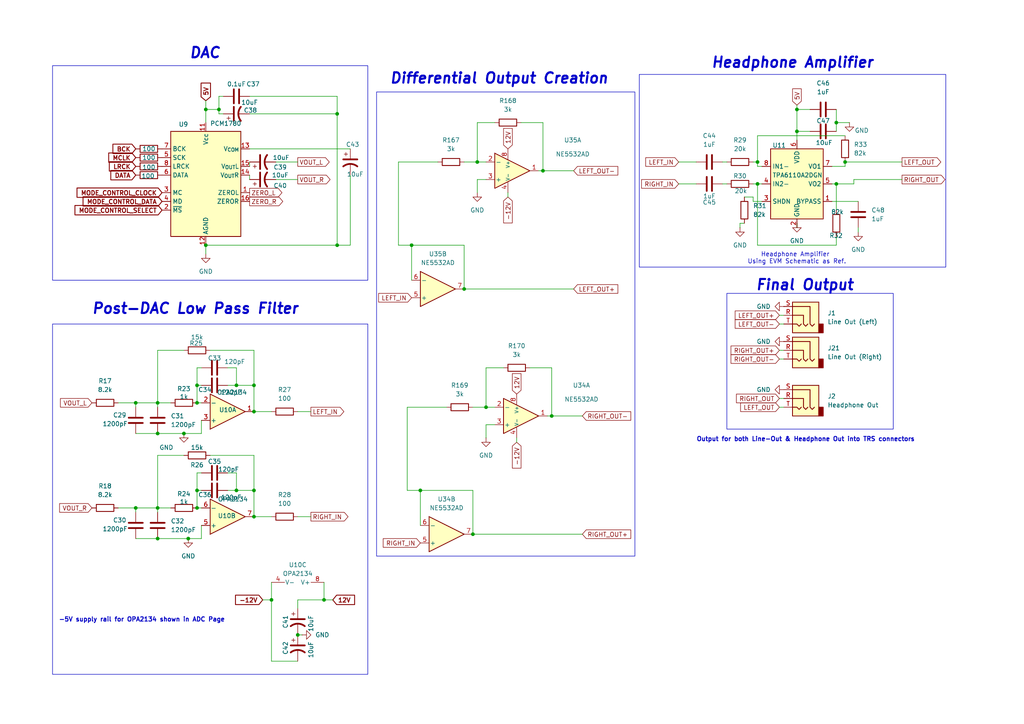
<source format=kicad_sch>
(kicad_sch
	(version 20231120)
	(generator "eeschema")
	(generator_version "8.0")
	(uuid "602ab12f-22cc-4708-94f7-09db7891e90e")
	(paper "A4")
	(title_block
		(company "Michael Meyers")
	)
	(lib_symbols
		(symbol "Amplifier_Audio:TPA6110A2DGN"
			(exclude_from_sim no)
			(in_bom yes)
			(on_board yes)
			(property "Reference" "U"
				(at -6.35 11.43 0)
				(effects
					(font
						(size 1.27 1.27)
					)
				)
			)
			(property "Value" "TPA6110A2DGN"
				(at 6.35 11.43 0)
				(effects
					(font
						(size 1.27 1.27)
					)
				)
			)
			(property "Footprint" "Package_SO:HVSSOP-8-1EP_3x3mm_P0.65mm_EP1.57x1.89mm"
				(at 0 0 0)
				(effects
					(font
						(size 1.27 1.27)
						(italic yes)
					)
					(hide yes)
				)
			)
			(property "Datasheet" "https://www.ti.com/lit/ds/symlink/tpa6110a2.pdf"
				(at 0 0 0)
				(effects
					(font
						(size 1.27 1.27)
					)
					(hide yes)
				)
			)
			(property "Description" "150-mW Stereo Audio Power Amplifier, HVSSOP"
				(at 0 0 0)
				(effects
					(font
						(size 1.27 1.27)
					)
					(hide yes)
				)
			)
			(property "ki_keywords" "audio amplifier headphone"
				(at 0 0 0)
				(effects
					(font
						(size 1.27 1.27)
					)
					(hide yes)
				)
			)
			(property "ki_fp_filters" "HVSSOP*3x3mm*P0.65mm*"
				(at 0 0 0)
				(effects
					(font
						(size 1.27 1.27)
					)
					(hide yes)
				)
			)
			(symbol "TPA6110A2DGN_0_1"
				(rectangle
					(start -7.62 10.16)
					(end 7.62 -10.16)
					(stroke
						(width 0.254)
						(type default)
					)
					(fill
						(type background)
					)
				)
			)
			(symbol "TPA6110A2DGN_1_1"
				(pin passive line
					(at 10.16 -5.08 180)
					(length 2.54)
					(name "BYPASS"
						(effects
							(font
								(size 1.27 1.27)
							)
						)
					)
					(number "1"
						(effects
							(font
								(size 1.27 1.27)
							)
						)
					)
				)
				(pin power_in line
					(at 0 -12.7 90)
					(length 2.54)
					(name "GND"
						(effects
							(font
								(size 1.27 1.27)
							)
						)
					)
					(number "2"
						(effects
							(font
								(size 1.27 1.27)
							)
						)
					)
				)
				(pin input line
					(at -10.16 -5.08 0)
					(length 2.54)
					(name "SHDN"
						(effects
							(font
								(size 1.27 1.27)
							)
						)
					)
					(number "3"
						(effects
							(font
								(size 1.27 1.27)
							)
						)
					)
				)
				(pin input line
					(at -10.16 0 0)
					(length 2.54)
					(name "IN2-"
						(effects
							(font
								(size 1.27 1.27)
							)
						)
					)
					(number "4"
						(effects
							(font
								(size 1.27 1.27)
							)
						)
					)
				)
				(pin output line
					(at 10.16 0 180)
					(length 2.54)
					(name "VO2"
						(effects
							(font
								(size 1.27 1.27)
							)
						)
					)
					(number "5"
						(effects
							(font
								(size 1.27 1.27)
							)
						)
					)
				)
				(pin power_in line
					(at 0 12.7 270)
					(length 2.54)
					(name "VDD"
						(effects
							(font
								(size 1.27 1.27)
							)
						)
					)
					(number "6"
						(effects
							(font
								(size 1.27 1.27)
							)
						)
					)
				)
				(pin output line
					(at 10.16 5.08 180)
					(length 2.54)
					(name "VO1"
						(effects
							(font
								(size 1.27 1.27)
							)
						)
					)
					(number "7"
						(effects
							(font
								(size 1.27 1.27)
							)
						)
					)
				)
				(pin input line
					(at -10.16 5.08 0)
					(length 2.54)
					(name "IN1-"
						(effects
							(font
								(size 1.27 1.27)
							)
						)
					)
					(number "8"
						(effects
							(font
								(size 1.27 1.27)
							)
						)
					)
				)
				(pin passive line
					(at 0 -12.7 90)
					(length 2.54) hide
					(name "GND"
						(effects
							(font
								(size 1.27 1.27)
							)
						)
					)
					(number "9"
						(effects
							(font
								(size 1.27 1.27)
							)
						)
					)
				)
			)
		)
		(symbol "Amplifier_Operational:OPA2134"
			(pin_names
				(offset 0.127)
			)
			(exclude_from_sim no)
			(in_bom yes)
			(on_board yes)
			(property "Reference" "U"
				(at 0 5.08 0)
				(effects
					(font
						(size 1.27 1.27)
					)
					(justify left)
				)
			)
			(property "Value" "OPA2134"
				(at 0 -5.08 0)
				(effects
					(font
						(size 1.27 1.27)
					)
					(justify left)
				)
			)
			(property "Footprint" ""
				(at 0 0 0)
				(effects
					(font
						(size 1.27 1.27)
					)
					(hide yes)
				)
			)
			(property "Datasheet" "http://www.ti.com/lit/ds/symlink/opa134.pdf"
				(at 0 0 0)
				(effects
					(font
						(size 1.27 1.27)
					)
					(hide yes)
				)
			)
			(property "Description" "Dual SoundPlus High Performance Audio Operational Amplifiers, DIP-8/SOIC-8"
				(at 0 0 0)
				(effects
					(font
						(size 1.27 1.27)
					)
					(hide yes)
				)
			)
			(property "ki_locked" ""
				(at 0 0 0)
				(effects
					(font
						(size 1.27 1.27)
					)
				)
			)
			(property "ki_keywords" "dual opamp"
				(at 0 0 0)
				(effects
					(font
						(size 1.27 1.27)
					)
					(hide yes)
				)
			)
			(property "ki_fp_filters" "SOIC*3.9x4.9mm*P1.27mm* DIP*W7.62mm* TO*99* OnSemi*Micro8* TSSOP*3x3mm*P0.65mm* TSSOP*4.4x3mm*P0.65mm* MSOP*3x3mm*P0.65mm* SSOP*3.9x4.9mm*P0.635mm* LFCSP*2x2mm*P0.5mm* *SIP* SOIC*5.3x6.2mm*P1.27mm*"
				(at 0 0 0)
				(effects
					(font
						(size 1.27 1.27)
					)
					(hide yes)
				)
			)
			(symbol "OPA2134_1_1"
				(polyline
					(pts
						(xy -5.08 5.08) (xy 5.08 0) (xy -5.08 -5.08) (xy -5.08 5.08)
					)
					(stroke
						(width 0.254)
						(type default)
					)
					(fill
						(type background)
					)
				)
				(pin output line
					(at 7.62 0 180)
					(length 2.54)
					(name "~"
						(effects
							(font
								(size 1.27 1.27)
							)
						)
					)
					(number "1"
						(effects
							(font
								(size 1.27 1.27)
							)
						)
					)
				)
				(pin input line
					(at -7.62 -2.54 0)
					(length 2.54)
					(name "-"
						(effects
							(font
								(size 1.27 1.27)
							)
						)
					)
					(number "2"
						(effects
							(font
								(size 1.27 1.27)
							)
						)
					)
				)
				(pin input line
					(at -7.62 2.54 0)
					(length 2.54)
					(name "+"
						(effects
							(font
								(size 1.27 1.27)
							)
						)
					)
					(number "3"
						(effects
							(font
								(size 1.27 1.27)
							)
						)
					)
				)
			)
			(symbol "OPA2134_2_1"
				(polyline
					(pts
						(xy -5.08 5.08) (xy 5.08 0) (xy -5.08 -5.08) (xy -5.08 5.08)
					)
					(stroke
						(width 0.254)
						(type default)
					)
					(fill
						(type background)
					)
				)
				(pin input line
					(at -7.62 2.54 0)
					(length 2.54)
					(name "+"
						(effects
							(font
								(size 1.27 1.27)
							)
						)
					)
					(number "5"
						(effects
							(font
								(size 1.27 1.27)
							)
						)
					)
				)
				(pin input line
					(at -7.62 -2.54 0)
					(length 2.54)
					(name "-"
						(effects
							(font
								(size 1.27 1.27)
							)
						)
					)
					(number "6"
						(effects
							(font
								(size 1.27 1.27)
							)
						)
					)
				)
				(pin output line
					(at 7.62 0 180)
					(length 2.54)
					(name "~"
						(effects
							(font
								(size 1.27 1.27)
							)
						)
					)
					(number "7"
						(effects
							(font
								(size 1.27 1.27)
							)
						)
					)
				)
			)
			(symbol "OPA2134_3_1"
				(pin power_in line
					(at -2.54 -7.62 90)
					(length 3.81)
					(name "V-"
						(effects
							(font
								(size 1.27 1.27)
							)
						)
					)
					(number "4"
						(effects
							(font
								(size 1.27 1.27)
							)
						)
					)
				)
				(pin power_in line
					(at -2.54 7.62 270)
					(length 3.81)
					(name "V+"
						(effects
							(font
								(size 1.27 1.27)
							)
						)
					)
					(number "8"
						(effects
							(font
								(size 1.27 1.27)
							)
						)
					)
				)
			)
		)
		(symbol "Audio:PCM1780"
			(exclude_from_sim no)
			(in_bom yes)
			(on_board yes)
			(property "Reference" "U"
				(at -9.652 16.764 0)
				(effects
					(font
						(size 1.27 1.27)
					)
				)
			)
			(property "Value" "PCM1780"
				(at 12.192 16.764 0)
				(effects
					(font
						(size 1.27 1.27)
					)
				)
			)
			(property "Footprint" "Package_SO:SSOP-16_3.9x4.9mm_P0.635mm"
				(at -0.254 -31.242 0)
				(effects
					(font
						(size 1.27 1.27)
					)
					(hide yes)
				)
			)
			(property "Datasheet" "https://www.ti.com/lit/ds/symlink/pcm1780.pdf"
				(at 0.508 -28.448 0)
				(effects
					(font
						(size 1.27 1.27)
					)
					(hide yes)
				)
			)
			(property "Description" "24-bit, 192-kHz sampling, Stereo Audio DAC, SSOP-16"
				(at 0.254 -34.29 0)
				(effects
					(font
						(size 1.27 1.27)
					)
					(hide yes)
				)
			)
			(property "ki_keywords" "audio dac 24-bit"
				(at 0 0 0)
				(effects
					(font
						(size 1.27 1.27)
					)
					(hide yes)
				)
			)
			(property "ki_fp_filters" "*SSOP*3.9x4.9mm*P0.635mm*"
				(at 0 0 0)
				(effects
					(font
						(size 1.27 1.27)
					)
					(hide yes)
				)
			)
			(symbol "PCM1780_1_1"
				(rectangle
					(start -10.16 15.24)
					(end 10.16 -15.24)
					(stroke
						(width 0.254)
						(type default)
					)
					(fill
						(type background)
					)
				)
				(pin output line
					(at 12.7 -2.54 180)
					(length 2.54)
					(name "ZEROL"
						(effects
							(font
								(size 1.27 1.27)
							)
						)
					)
					(number "1"
						(effects
							(font
								(size 1.27 1.27)
							)
						)
					)
				)
				(pin no_connect line
					(at 10.16 -10.16 180)
					(length 2.54) hide
					(name "NC"
						(effects
							(font
								(size 1.27 1.27)
							)
						)
					)
					(number "10"
						(effects
							(font
								(size 1.27 1.27)
							)
						)
					)
				)
				(pin power_in line
					(at 0 17.78 270)
					(length 2.54)
					(name "Vcc"
						(effects
							(font
								(size 1.27 1.27)
							)
						)
					)
					(number "11"
						(effects
							(font
								(size 1.27 1.27)
							)
						)
					)
				)
				(pin power_in line
					(at 0 -17.78 90)
					(length 2.54)
					(name "AGND"
						(effects
							(font
								(size 1.27 1.27)
							)
						)
					)
					(number "12"
						(effects
							(font
								(size 1.27 1.27)
							)
						)
					)
				)
				(pin output line
					(at 12.7 10.16 180)
					(length 2.54)
					(name "V_{COM}"
						(effects
							(font
								(size 1.27 1.27)
							)
						)
					)
					(number "13"
						(effects
							(font
								(size 1.27 1.27)
							)
						)
					)
				)
				(pin output line
					(at 12.7 2.54 180)
					(length 2.54)
					(name "V_{OUT}R"
						(effects
							(font
								(size 1.27 1.27)
							)
						)
					)
					(number "14"
						(effects
							(font
								(size 1.27 1.27)
							)
						)
					)
				)
				(pin output line
					(at 12.7 5.08 180)
					(length 2.54)
					(name "V_{OUT}L"
						(effects
							(font
								(size 1.27 1.27)
							)
						)
					)
					(number "15"
						(effects
							(font
								(size 1.27 1.27)
							)
						)
					)
				)
				(pin output line
					(at 12.7 -5.08 180)
					(length 2.54)
					(name "ZEROR"
						(effects
							(font
								(size 1.27 1.27)
							)
						)
					)
					(number "16"
						(effects
							(font
								(size 1.27 1.27)
							)
						)
					)
				)
				(pin input line
					(at -12.7 -7.62 0)
					(length 2.54)
					(name "~{MS}"
						(effects
							(font
								(size 1.27 1.27)
							)
						)
					)
					(number "2"
						(effects
							(font
								(size 1.27 1.27)
							)
						)
					)
				)
				(pin input line
					(at -12.7 -2.54 0)
					(length 2.54)
					(name "MC"
						(effects
							(font
								(size 1.27 1.27)
							)
						)
					)
					(number "3"
						(effects
							(font
								(size 1.27 1.27)
							)
						)
					)
				)
				(pin input line
					(at -12.7 -5.08 0)
					(length 2.54)
					(name "MD"
						(effects
							(font
								(size 1.27 1.27)
							)
						)
					)
					(number "4"
						(effects
							(font
								(size 1.27 1.27)
							)
						)
					)
				)
				(pin input line
					(at -12.7 7.62 0)
					(length 2.54)
					(name "SCK"
						(effects
							(font
								(size 1.27 1.27)
							)
						)
					)
					(number "5"
						(effects
							(font
								(size 1.27 1.27)
							)
						)
					)
				)
				(pin input line
					(at -12.7 2.54 0)
					(length 2.54)
					(name "DATA"
						(effects
							(font
								(size 1.27 1.27)
							)
						)
					)
					(number "6"
						(effects
							(font
								(size 1.27 1.27)
							)
						)
					)
				)
				(pin input line
					(at -12.7 10.16 0)
					(length 2.54)
					(name "BCK"
						(effects
							(font
								(size 1.27 1.27)
							)
						)
					)
					(number "7"
						(effects
							(font
								(size 1.27 1.27)
							)
						)
					)
				)
				(pin input line
					(at -12.7 5.08 0)
					(length 2.54)
					(name "LRCK"
						(effects
							(font
								(size 1.27 1.27)
							)
						)
					)
					(number "8"
						(effects
							(font
								(size 1.27 1.27)
							)
						)
					)
				)
				(pin no_connect line
					(at 10.16 -12.7 180)
					(length 2.54) hide
					(name "NC"
						(effects
							(font
								(size 1.27 1.27)
							)
						)
					)
					(number "9"
						(effects
							(font
								(size 1.27 1.27)
							)
						)
					)
				)
			)
		)
		(symbol "Connector_Audio:AudioJack3"
			(exclude_from_sim no)
			(in_bom yes)
			(on_board yes)
			(property "Reference" "J"
				(at 0 8.89 0)
				(effects
					(font
						(size 1.27 1.27)
					)
				)
			)
			(property "Value" "AudioJack3"
				(at 0 6.35 0)
				(effects
					(font
						(size 1.27 1.27)
					)
				)
			)
			(property "Footprint" ""
				(at 0 0 0)
				(effects
					(font
						(size 1.27 1.27)
					)
					(hide yes)
				)
			)
			(property "Datasheet" "~"
				(at 0 0 0)
				(effects
					(font
						(size 1.27 1.27)
					)
					(hide yes)
				)
			)
			(property "Description" "Audio Jack, 3 Poles (Stereo / TRS)"
				(at 0 0 0)
				(effects
					(font
						(size 1.27 1.27)
					)
					(hide yes)
				)
			)
			(property "ki_keywords" "audio jack receptacle stereo headphones phones TRS connector"
				(at 0 0 0)
				(effects
					(font
						(size 1.27 1.27)
					)
					(hide yes)
				)
			)
			(property "ki_fp_filters" "Jack*"
				(at 0 0 0)
				(effects
					(font
						(size 1.27 1.27)
					)
					(hide yes)
				)
			)
			(symbol "AudioJack3_0_1"
				(rectangle
					(start -5.08 -5.08)
					(end -6.35 -2.54)
					(stroke
						(width 0.254)
						(type default)
					)
					(fill
						(type outline)
					)
				)
				(polyline
					(pts
						(xy 0 -2.54) (xy 0.635 -3.175) (xy 1.27 -2.54) (xy 2.54 -2.54)
					)
					(stroke
						(width 0.254)
						(type default)
					)
					(fill
						(type none)
					)
				)
				(polyline
					(pts
						(xy -1.905 -2.54) (xy -1.27 -3.175) (xy -0.635 -2.54) (xy -0.635 0) (xy 2.54 0)
					)
					(stroke
						(width 0.254)
						(type default)
					)
					(fill
						(type none)
					)
				)
				(polyline
					(pts
						(xy 2.54 2.54) (xy -2.54 2.54) (xy -2.54 -2.54) (xy -3.175 -3.175) (xy -3.81 -2.54)
					)
					(stroke
						(width 0.254)
						(type default)
					)
					(fill
						(type none)
					)
				)
				(rectangle
					(start 2.54 3.81)
					(end -5.08 -5.08)
					(stroke
						(width 0.254)
						(type default)
					)
					(fill
						(type background)
					)
				)
			)
			(symbol "AudioJack3_1_1"
				(pin passive line
					(at 5.08 0 180)
					(length 2.54)
					(name "~"
						(effects
							(font
								(size 1.27 1.27)
							)
						)
					)
					(number "R"
						(effects
							(font
								(size 1.27 1.27)
							)
						)
					)
				)
				(pin passive line
					(at 5.08 2.54 180)
					(length 2.54)
					(name "~"
						(effects
							(font
								(size 1.27 1.27)
							)
						)
					)
					(number "S"
						(effects
							(font
								(size 1.27 1.27)
							)
						)
					)
				)
				(pin passive line
					(at 5.08 -2.54 180)
					(length 2.54)
					(name "~"
						(effects
							(font
								(size 1.27 1.27)
							)
						)
					)
					(number "T"
						(effects
							(font
								(size 1.27 1.27)
							)
						)
					)
				)
			)
		)
		(symbol "Device:C"
			(pin_numbers hide)
			(pin_names
				(offset 0.254)
			)
			(exclude_from_sim no)
			(in_bom yes)
			(on_board yes)
			(property "Reference" "C"
				(at 0.635 2.54 0)
				(effects
					(font
						(size 1.27 1.27)
					)
					(justify left)
				)
			)
			(property "Value" "C"
				(at 0.635 -2.54 0)
				(effects
					(font
						(size 1.27 1.27)
					)
					(justify left)
				)
			)
			(property "Footprint" ""
				(at 0.9652 -3.81 0)
				(effects
					(font
						(size 1.27 1.27)
					)
					(hide yes)
				)
			)
			(property "Datasheet" "~"
				(at 0 0 0)
				(effects
					(font
						(size 1.27 1.27)
					)
					(hide yes)
				)
			)
			(property "Description" "Unpolarized capacitor"
				(at 0 0 0)
				(effects
					(font
						(size 1.27 1.27)
					)
					(hide yes)
				)
			)
			(property "ki_keywords" "cap capacitor"
				(at 0 0 0)
				(effects
					(font
						(size 1.27 1.27)
					)
					(hide yes)
				)
			)
			(property "ki_fp_filters" "C_*"
				(at 0 0 0)
				(effects
					(font
						(size 1.27 1.27)
					)
					(hide yes)
				)
			)
			(symbol "C_0_1"
				(polyline
					(pts
						(xy -2.032 -0.762) (xy 2.032 -0.762)
					)
					(stroke
						(width 0.508)
						(type default)
					)
					(fill
						(type none)
					)
				)
				(polyline
					(pts
						(xy -2.032 0.762) (xy 2.032 0.762)
					)
					(stroke
						(width 0.508)
						(type default)
					)
					(fill
						(type none)
					)
				)
			)
			(symbol "C_1_1"
				(pin passive line
					(at 0 3.81 270)
					(length 2.794)
					(name "~"
						(effects
							(font
								(size 1.27 1.27)
							)
						)
					)
					(number "1"
						(effects
							(font
								(size 1.27 1.27)
							)
						)
					)
				)
				(pin passive line
					(at 0 -3.81 90)
					(length 2.794)
					(name "~"
						(effects
							(font
								(size 1.27 1.27)
							)
						)
					)
					(number "2"
						(effects
							(font
								(size 1.27 1.27)
							)
						)
					)
				)
			)
		)
		(symbol "Device:C_Polarized_US"
			(pin_numbers hide)
			(pin_names
				(offset 0.254) hide)
			(exclude_from_sim no)
			(in_bom yes)
			(on_board yes)
			(property "Reference" "C"
				(at 0.635 2.54 0)
				(effects
					(font
						(size 1.27 1.27)
					)
					(justify left)
				)
			)
			(property "Value" "C_Polarized_US"
				(at 0.635 -2.54 0)
				(effects
					(font
						(size 1.27 1.27)
					)
					(justify left)
				)
			)
			(property "Footprint" ""
				(at 0 0 0)
				(effects
					(font
						(size 1.27 1.27)
					)
					(hide yes)
				)
			)
			(property "Datasheet" "~"
				(at 0 0 0)
				(effects
					(font
						(size 1.27 1.27)
					)
					(hide yes)
				)
			)
			(property "Description" "Polarized capacitor, US symbol"
				(at 0 0 0)
				(effects
					(font
						(size 1.27 1.27)
					)
					(hide yes)
				)
			)
			(property "ki_keywords" "cap capacitor"
				(at 0 0 0)
				(effects
					(font
						(size 1.27 1.27)
					)
					(hide yes)
				)
			)
			(property "ki_fp_filters" "CP_*"
				(at 0 0 0)
				(effects
					(font
						(size 1.27 1.27)
					)
					(hide yes)
				)
			)
			(symbol "C_Polarized_US_0_1"
				(polyline
					(pts
						(xy -2.032 0.762) (xy 2.032 0.762)
					)
					(stroke
						(width 0.508)
						(type default)
					)
					(fill
						(type none)
					)
				)
				(polyline
					(pts
						(xy -1.778 2.286) (xy -0.762 2.286)
					)
					(stroke
						(width 0)
						(type default)
					)
					(fill
						(type none)
					)
				)
				(polyline
					(pts
						(xy -1.27 1.778) (xy -1.27 2.794)
					)
					(stroke
						(width 0)
						(type default)
					)
					(fill
						(type none)
					)
				)
				(arc
					(start 2.032 -1.27)
					(mid 0 -0.5572)
					(end -2.032 -1.27)
					(stroke
						(width 0.508)
						(type default)
					)
					(fill
						(type none)
					)
				)
			)
			(symbol "C_Polarized_US_1_1"
				(pin passive line
					(at 0 3.81 270)
					(length 2.794)
					(name "~"
						(effects
							(font
								(size 1.27 1.27)
							)
						)
					)
					(number "1"
						(effects
							(font
								(size 1.27 1.27)
							)
						)
					)
				)
				(pin passive line
					(at 0 -3.81 90)
					(length 3.302)
					(name "~"
						(effects
							(font
								(size 1.27 1.27)
							)
						)
					)
					(number "2"
						(effects
							(font
								(size 1.27 1.27)
							)
						)
					)
				)
			)
		)
		(symbol "Device:R"
			(pin_numbers hide)
			(pin_names
				(offset 0)
			)
			(exclude_from_sim no)
			(in_bom yes)
			(on_board yes)
			(property "Reference" "R"
				(at 2.032 0 90)
				(effects
					(font
						(size 1.27 1.27)
					)
				)
			)
			(property "Value" "R"
				(at 0 0 90)
				(effects
					(font
						(size 1.27 1.27)
					)
				)
			)
			(property "Footprint" ""
				(at -1.778 0 90)
				(effects
					(font
						(size 1.27 1.27)
					)
					(hide yes)
				)
			)
			(property "Datasheet" "~"
				(at 0 0 0)
				(effects
					(font
						(size 1.27 1.27)
					)
					(hide yes)
				)
			)
			(property "Description" "Resistor"
				(at 0 0 0)
				(effects
					(font
						(size 1.27 1.27)
					)
					(hide yes)
				)
			)
			(property "ki_keywords" "R res resistor"
				(at 0 0 0)
				(effects
					(font
						(size 1.27 1.27)
					)
					(hide yes)
				)
			)
			(property "ki_fp_filters" "R_*"
				(at 0 0 0)
				(effects
					(font
						(size 1.27 1.27)
					)
					(hide yes)
				)
			)
			(symbol "R_0_1"
				(rectangle
					(start -1.016 -2.54)
					(end 1.016 2.54)
					(stroke
						(width 0.254)
						(type default)
					)
					(fill
						(type none)
					)
				)
			)
			(symbol "R_1_1"
				(pin passive line
					(at 0 3.81 270)
					(length 1.27)
					(name "~"
						(effects
							(font
								(size 1.27 1.27)
							)
						)
					)
					(number "1"
						(effects
							(font
								(size 1.27 1.27)
							)
						)
					)
				)
				(pin passive line
					(at 0 -3.81 90)
					(length 1.27)
					(name "~"
						(effects
							(font
								(size 1.27 1.27)
							)
						)
					)
					(number "2"
						(effects
							(font
								(size 1.27 1.27)
							)
						)
					)
				)
			)
		)
		(symbol "PCM_Amplifier_Operational_AKL:NE5532AD"
			(pin_names
				(offset 0.2)
			)
			(exclude_from_sim no)
			(in_bom yes)
			(on_board yes)
			(property "Reference" "U"
				(at 1.27 6.35 0)
				(effects
					(font
						(size 1.27 1.27)
					)
					(justify left)
				)
			)
			(property "Value" "NE5532AD"
				(at 1.27 3.81 0)
				(effects
					(font
						(size 1.27 1.27)
					)
					(justify left)
				)
			)
			(property "Footprint" "PCM_Package_SO_AKL:SO-8_3.9x4.9mm_P1.27mm"
				(at 0 0 0)
				(effects
					(font
						(size 1.27 1.27)
					)
					(hide yes)
				)
			)
			(property "Datasheet" "https://www.ti.com/lit/ds/symlink/ne5532.pdf?ts=1634915487120&ref_url=https%253A%252F%252Fwww.google.com%252F"
				(at 0 0 0)
				(effects
					(font
						(size 1.27 1.27)
					)
					(hide yes)
				)
			)
			(property "Description" "SO-8 Dual Low Noise Operational Amplifier, 4mV Offset, 5nV/√Hz, 10MHz, Alternate KiCAD Library"
				(at 0 0 0)
				(effects
					(font
						(size 1.27 1.27)
					)
					(hide yes)
				)
			)
			(property "ki_locked" ""
				(at 0 0 0)
				(effects
					(font
						(size 1.27 1.27)
					)
				)
			)
			(property "ki_keywords" "dual opamp operational amplifier low noise NE5532"
				(at 0 0 0)
				(effects
					(font
						(size 1.27 1.27)
					)
					(hide yes)
				)
			)
			(symbol "NE5532AD_0_1"
				(polyline
					(pts
						(xy -3.81 5.08) (xy -3.81 -5.08) (xy 6.35 0) (xy -3.81 5.08)
					)
					(stroke
						(width 0.254)
						(type default)
					)
					(fill
						(type background)
					)
				)
			)
			(symbol "NE5532AD_1_1"
				(pin output line
					(at 8.89 0 180)
					(length 2.54)
					(name "~"
						(effects
							(font
								(size 1.27 1.27)
							)
						)
					)
					(number "1"
						(effects
							(font
								(size 1.27 1.27)
							)
						)
					)
				)
				(pin input line
					(at -6.35 2.54 0)
					(length 2.54)
					(name "-"
						(effects
							(font
								(size 1.27 1.27)
							)
						)
					)
					(number "2"
						(effects
							(font
								(size 1.27 1.27)
							)
						)
					)
				)
				(pin input line
					(at -6.35 -2.54 0)
					(length 2.54)
					(name "+"
						(effects
							(font
								(size 1.27 1.27)
							)
						)
					)
					(number "3"
						(effects
							(font
								(size 1.27 1.27)
							)
						)
					)
				)
				(pin power_in line
					(at 0 -6.35 90)
					(length 3.18)
					(name "V-"
						(effects
							(font
								(size 1 1)
							)
						)
					)
					(number "4"
						(effects
							(font
								(size 1.27 1.27)
							)
						)
					)
				)
				(pin power_in line
					(at 0 6.35 270)
					(length 3.18)
					(name "V+"
						(effects
							(font
								(size 1 1)
							)
						)
					)
					(number "8"
						(effects
							(font
								(size 1.27 1.27)
							)
						)
					)
				)
			)
			(symbol "NE5532AD_2_1"
				(pin input line
					(at -6.35 -2.54 0)
					(length 2.54)
					(name "+"
						(effects
							(font
								(size 1.27 1.27)
							)
						)
					)
					(number "5"
						(effects
							(font
								(size 1.27 1.27)
							)
						)
					)
				)
				(pin input line
					(at -6.35 2.54 0)
					(length 2.54)
					(name "-"
						(effects
							(font
								(size 1.27 1.27)
							)
						)
					)
					(number "6"
						(effects
							(font
								(size 1.27 1.27)
							)
						)
					)
				)
				(pin output line
					(at 8.89 0 180)
					(length 2.54)
					(name "~"
						(effects
							(font
								(size 1.27 1.27)
							)
						)
					)
					(number "7"
						(effects
							(font
								(size 1.27 1.27)
							)
						)
					)
				)
			)
		)
		(symbol "power:GND"
			(power)
			(pin_numbers hide)
			(pin_names
				(offset 0) hide)
			(exclude_from_sim no)
			(in_bom yes)
			(on_board yes)
			(property "Reference" "#PWR"
				(at 0 -6.35 0)
				(effects
					(font
						(size 1.27 1.27)
					)
					(hide yes)
				)
			)
			(property "Value" "GND"
				(at 0 -3.81 0)
				(effects
					(font
						(size 1.27 1.27)
					)
				)
			)
			(property "Footprint" ""
				(at 0 0 0)
				(effects
					(font
						(size 1.27 1.27)
					)
					(hide yes)
				)
			)
			(property "Datasheet" ""
				(at 0 0 0)
				(effects
					(font
						(size 1.27 1.27)
					)
					(hide yes)
				)
			)
			(property "Description" "Power symbol creates a global label with name \"GND\" , ground"
				(at 0 0 0)
				(effects
					(font
						(size 1.27 1.27)
					)
					(hide yes)
				)
			)
			(property "ki_keywords" "global power"
				(at 0 0 0)
				(effects
					(font
						(size 1.27 1.27)
					)
					(hide yes)
				)
			)
			(symbol "GND_0_1"
				(polyline
					(pts
						(xy 0 0) (xy 0 -1.27) (xy 1.27 -1.27) (xy 0 -2.54) (xy -1.27 -1.27) (xy 0 -1.27)
					)
					(stroke
						(width 0)
						(type default)
					)
					(fill
						(type none)
					)
				)
			)
			(symbol "GND_1_1"
				(pin power_in line
					(at 0 0 270)
					(length 0)
					(name "~"
						(effects
							(font
								(size 1.27 1.27)
							)
						)
					)
					(number "1"
						(effects
							(font
								(size 1.27 1.27)
							)
						)
					)
				)
			)
		)
	)
	(junction
		(at 242.57 35.56)
		(diameter 0)
		(color 0 0 0 0)
		(uuid "034450cc-ffe6-43ca-84a9-5d2dfa581f28")
	)
	(junction
		(at 242.57 53.34)
		(diameter 0)
		(color 0 0 0 0)
		(uuid "04bc9f49-f2b2-4b65-ad46-3d02c7168492")
	)
	(junction
		(at 45.72 116.84)
		(diameter 0)
		(color 0 0 0 0)
		(uuid "132b6e0e-f78f-44e0-956a-e8f27aab78f1")
	)
	(junction
		(at 68.58 142.24)
		(diameter 0)
		(color 0 0 0 0)
		(uuid "1ffd7ecd-7ed0-4d7d-a4d7-64451050c967")
	)
	(junction
		(at 57.15 147.32)
		(diameter 0)
		(color 0 0 0 0)
		(uuid "2009dc4a-728d-4a1c-a79e-5983884ed8a9")
	)
	(junction
		(at 121.92 142.24)
		(diameter 0)
		(color 0 0 0 0)
		(uuid "2ba95b89-5103-41a8-b525-05c0eecbb70b")
	)
	(junction
		(at 231.14 31.75)
		(diameter 0)
		(color 0 0 0 0)
		(uuid "31cd69d7-14ff-4e1d-8613-cb0671513ebf")
	)
	(junction
		(at 93.98 173.99)
		(diameter 0)
		(color 0 0 0 0)
		(uuid "3703567a-0890-4c5a-b905-f2aa9aa2145f")
	)
	(junction
		(at 45.72 156.21)
		(diameter 0)
		(color 0 0 0 0)
		(uuid "3e5059bc-84ec-4843-9624-32d8fe742030")
	)
	(junction
		(at 157.48 49.53)
		(diameter 0)
		(color 0 0 0 0)
		(uuid "3ecc71ae-ddcb-4cc7-87c9-a40b8192b0fb")
	)
	(junction
		(at 45.72 125.73)
		(diameter 0)
		(color 0 0 0 0)
		(uuid "3ffbd1c0-3033-4a59-b34d-0ffd1b09cd4e")
	)
	(junction
		(at 59.69 71.12)
		(diameter 0)
		(color 0 0 0 0)
		(uuid "59fafa2b-cee0-42ac-ab7c-15d55bcf1e86")
	)
	(junction
		(at 73.66 111.76)
		(diameter 0)
		(color 0 0 0 0)
		(uuid "69dd62b5-22b5-4851-80ea-476056ecf8a3")
	)
	(junction
		(at 68.58 111.76)
		(diameter 0)
		(color 0 0 0 0)
		(uuid "7b125830-3859-4b36-ad37-1af21829edd5")
	)
	(junction
		(at 160.02 120.65)
		(diameter 0)
		(color 0 0 0 0)
		(uuid "7b8976f1-d0ab-4576-a2a7-328518eee9a7")
	)
	(junction
		(at 39.37 116.84)
		(diameter 0)
		(color 0 0 0 0)
		(uuid "84468024-6b72-46a4-a4ee-218d789fa3c3")
	)
	(junction
		(at 138.43 46.99)
		(diameter 0)
		(color 0 0 0 0)
		(uuid "8dd967b7-a1b4-4ff1-b247-9816dac6533c")
	)
	(junction
		(at 78.74 173.99)
		(diameter 0)
		(color 0 0 0 0)
		(uuid "8ff67664-ff30-4ef3-a38e-dabdce139d1d")
	)
	(junction
		(at 57.15 111.76)
		(diameter 0)
		(color 0 0 0 0)
		(uuid "914cadaa-6977-408a-8052-e9c181b662a7")
	)
	(junction
		(at 119.38 71.12)
		(diameter 0)
		(color 0 0 0 0)
		(uuid "948da708-422f-4afd-b9bd-5c4891338c18")
	)
	(junction
		(at 134.62 83.82)
		(diameter 0)
		(color 0 0 0 0)
		(uuid "995c9d6d-fcdc-480b-ab0a-a7fc99ae127b")
	)
	(junction
		(at 39.37 147.32)
		(diameter 0)
		(color 0 0 0 0)
		(uuid "9ab16623-1a5d-43b4-a8c8-cbf3a1be9543")
	)
	(junction
		(at 73.66 119.38)
		(diameter 0)
		(color 0 0 0 0)
		(uuid "9ebeed20-84a5-47ac-87ec-d2df0c1ede62")
	)
	(junction
		(at 73.66 149.86)
		(diameter 0)
		(color 0 0 0 0)
		(uuid "9f94f8df-3898-4609-8d85-6cca59f8a5fe")
	)
	(junction
		(at 57.15 116.84)
		(diameter 0)
		(color 0 0 0 0)
		(uuid "a113cdff-e6a3-4d85-8617-c26bec41df6a")
	)
	(junction
		(at 231.14 38.1)
		(diameter 0)
		(color 0 0 0 0)
		(uuid "a27845d3-94ca-4f0d-a0a7-c60a92a8a461")
	)
	(junction
		(at 45.72 147.32)
		(diameter 0)
		(color 0 0 0 0)
		(uuid "b83cba75-0463-4bae-96d2-73499bb5aca9")
	)
	(junction
		(at 54.61 156.21)
		(diameter 0)
		(color 0 0 0 0)
		(uuid "c065f7a0-d854-47be-a6d2-df8ebb6e4b5b")
	)
	(junction
		(at 97.79 33.02)
		(diameter 0)
		(color 0 0 0 0)
		(uuid "cb9a404d-420d-4c7f-bf55-28189328ae1b")
	)
	(junction
		(at 63.5 31.75)
		(diameter 0)
		(color 0 0 0 0)
		(uuid "cc775465-a8fb-4647-8773-da5bb90e5a91")
	)
	(junction
		(at 140.97 118.11)
		(diameter 0)
		(color 0 0 0 0)
		(uuid "d028e188-0063-4012-ab90-e90fc481ec4c")
	)
	(junction
		(at 57.15 142.24)
		(diameter 0)
		(color 0 0 0 0)
		(uuid "dbcc5197-15d8-4520-a534-e2aa1e031395")
	)
	(junction
		(at 97.79 71.12)
		(diameter 0)
		(color 0 0 0 0)
		(uuid "dd4ee31e-b15b-4f8e-a8cd-b6b1c4d2b293")
	)
	(junction
		(at 219.71 46.99)
		(diameter 0)
		(color 0 0 0 0)
		(uuid "e08da35e-b599-426a-8017-622070c3993c")
	)
	(junction
		(at 73.66 142.24)
		(diameter 0)
		(color 0 0 0 0)
		(uuid "e445de13-bca2-4efe-ab3e-4dd2a452971d")
	)
	(junction
		(at 219.71 53.34)
		(diameter 0)
		(color 0 0 0 0)
		(uuid "e71881bd-15d3-4545-a054-8c82a47b5be8")
	)
	(junction
		(at 245.11 46.99)
		(diameter 0)
		(color 0 0 0 0)
		(uuid "ef3e7c5e-e985-44b1-9370-272d3478e773")
	)
	(junction
		(at 137.16 154.94)
		(diameter 0)
		(color 0 0 0 0)
		(uuid "f0438b79-5dda-4d9d-8d1b-daae362c685e")
	)
	(junction
		(at 86.36 184.15)
		(diameter 0)
		(color 0 0 0 0)
		(uuid "f655c9f0-e342-4e30-bf80-e30de8cc4965")
	)
	(junction
		(at 59.69 31.75)
		(diameter 0)
		(color 0 0 0 0)
		(uuid "f75f47de-01c6-4462-a0f6-28641e237501")
	)
	(junction
		(at 53.34 125.73)
		(diameter 0)
		(color 0 0 0 0)
		(uuid "f863780e-8f41-45b1-a251-9638e9f4ac35")
	)
	(wire
		(pts
			(xy 242.57 35.56) (xy 242.57 38.1)
		)
		(stroke
			(width 0)
			(type default)
		)
		(uuid "0063ca36-049b-406c-a340-df751476d17a")
	)
	(wire
		(pts
			(xy 64.77 33.02) (xy 63.5 33.02)
		)
		(stroke
			(width 0)
			(type default)
		)
		(uuid "020c1a35-08cf-421f-a177-a114f2dda376")
	)
	(wire
		(pts
			(xy 134.62 46.99) (xy 138.43 46.99)
		)
		(stroke
			(width 0)
			(type default)
		)
		(uuid "0210a8ca-9aeb-4de3-aac1-18a5ac5fecc3")
	)
	(wire
		(pts
			(xy 160.02 120.65) (xy 168.91 120.65)
		)
		(stroke
			(width 0)
			(type default)
		)
		(uuid "0276df45-b2df-4105-880c-57f035fcad89")
	)
	(wire
		(pts
			(xy 39.37 125.73) (xy 45.72 125.73)
		)
		(stroke
			(width 0)
			(type default)
		)
		(uuid "032587c0-480e-4d6b-b451-bef8cd9af891")
	)
	(wire
		(pts
			(xy 219.71 39.37) (xy 245.11 39.37)
		)
		(stroke
			(width 0)
			(type default)
		)
		(uuid "03ff91ad-9d8b-4b6f-9226-d3ea7831f9e9")
	)
	(wire
		(pts
			(xy 57.15 137.16) (xy 57.15 142.24)
		)
		(stroke
			(width 0)
			(type default)
		)
		(uuid "04830f8b-d205-44d9-a9c9-61c3cfae8e5f")
	)
	(wire
		(pts
			(xy 68.58 137.16) (xy 68.58 142.24)
		)
		(stroke
			(width 0)
			(type default)
		)
		(uuid "06d03e9f-d6ab-4733-9b18-0ff201e8741b")
	)
	(wire
		(pts
			(xy 34.29 116.84) (xy 39.37 116.84)
		)
		(stroke
			(width 0)
			(type default)
		)
		(uuid "0798c390-6ed0-4de7-8efa-2ea7602785cf")
	)
	(wire
		(pts
			(xy 146.05 106.68) (xy 140.97 106.68)
		)
		(stroke
			(width 0)
			(type default)
		)
		(uuid "0820c5d6-0706-4903-a19d-671cf35c14fb")
	)
	(wire
		(pts
			(xy 54.61 156.21) (xy 58.42 156.21)
		)
		(stroke
			(width 0)
			(type default)
		)
		(uuid "09463d6b-ff80-403d-ae93-f420bfcc3e29")
	)
	(wire
		(pts
			(xy 134.62 83.82) (xy 166.37 83.82)
		)
		(stroke
			(width 0)
			(type default)
		)
		(uuid "0a437dea-39b2-459d-a772-0e58b3c55d70")
	)
	(wire
		(pts
			(xy 115.57 46.99) (xy 115.57 71.12)
		)
		(stroke
			(width 0)
			(type default)
		)
		(uuid "0b05e316-153a-4bb9-a611-77e00ded7f04")
	)
	(wire
		(pts
			(xy 86.36 52.07) (xy 80.01 52.07)
		)
		(stroke
			(width 0)
			(type default)
		)
		(uuid "0bf12d05-f8e5-4704-9497-4563a0296cec")
	)
	(wire
		(pts
			(xy 147.32 57.15) (xy 147.32 55.88)
		)
		(stroke
			(width 0)
			(type default)
		)
		(uuid "0d22607e-15ee-46ba-bbd9-79471f9e988b")
	)
	(wire
		(pts
			(xy 247.65 52.07) (xy 261.62 52.07)
		)
		(stroke
			(width 0)
			(type default)
		)
		(uuid "0da98871-e93a-4a25-9c02-7923c0d1f19b")
	)
	(wire
		(pts
			(xy 118.11 142.24) (xy 121.92 142.24)
		)
		(stroke
			(width 0)
			(type default)
		)
		(uuid "1049e203-37ce-4430-8607-d3a20b54a24e")
	)
	(wire
		(pts
			(xy 45.72 125.73) (xy 53.34 125.73)
		)
		(stroke
			(width 0)
			(type default)
		)
		(uuid "11936457-0e84-4066-a973-edcc3f7d0d45")
	)
	(wire
		(pts
			(xy 231.14 38.1) (xy 234.95 38.1)
		)
		(stroke
			(width 0)
			(type default)
		)
		(uuid "14af20a3-7ae0-433f-86d6-1759c1b4ae0f")
	)
	(wire
		(pts
			(xy 59.69 73.66) (xy 59.69 71.12)
		)
		(stroke
			(width 0)
			(type default)
		)
		(uuid "1588158d-7562-405f-b3aa-fa30885e1ce9")
	)
	(wire
		(pts
			(xy 39.37 116.84) (xy 39.37 118.11)
		)
		(stroke
			(width 0)
			(type default)
		)
		(uuid "169b1928-e1ea-4d80-9290-50a68044cc16")
	)
	(wire
		(pts
			(xy 231.14 38.1) (xy 231.14 40.64)
		)
		(stroke
			(width 0)
			(type default)
		)
		(uuid "178f12b4-13ff-471d-b00e-01769bc9b28e")
	)
	(wire
		(pts
			(xy 57.15 142.24) (xy 57.15 147.32)
		)
		(stroke
			(width 0)
			(type default)
		)
		(uuid "1816a451-2d53-4b55-acd7-cb5256c3e3fd")
	)
	(wire
		(pts
			(xy 58.42 142.24) (xy 57.15 142.24)
		)
		(stroke
			(width 0)
			(type default)
		)
		(uuid "19582295-bd94-4658-bfde-bce391256838")
	)
	(wire
		(pts
			(xy 53.34 101.6) (xy 45.72 101.6)
		)
		(stroke
			(width 0)
			(type default)
		)
		(uuid "19e97579-a3c4-4049-bde6-a1a898d9268e")
	)
	(wire
		(pts
			(xy 138.43 52.07) (xy 138.43 55.88)
		)
		(stroke
			(width 0)
			(type default)
		)
		(uuid "1d97d28b-d34d-4c99-844d-f5e5d992d44b")
	)
	(wire
		(pts
			(xy 45.72 147.32) (xy 49.53 147.32)
		)
		(stroke
			(width 0)
			(type default)
		)
		(uuid "1fa205f6-c246-42e0-8db8-4f945083d88f")
	)
	(wire
		(pts
			(xy 53.34 125.73) (xy 58.42 125.73)
		)
		(stroke
			(width 0)
			(type default)
		)
		(uuid "22a032e2-1f7a-4286-ad9c-e7ba9bf50e87")
	)
	(wire
		(pts
			(xy 63.5 31.75) (xy 63.5 27.94)
		)
		(stroke
			(width 0)
			(type default)
		)
		(uuid "22b94106-1058-409c-ab8f-02ae6085cfaa")
	)
	(wire
		(pts
			(xy 57.15 147.32) (xy 58.42 147.32)
		)
		(stroke
			(width 0)
			(type default)
		)
		(uuid "2673e11b-5e4b-4423-8ea6-acfba8fd0f01")
	)
	(wire
		(pts
			(xy 68.58 111.76) (xy 73.66 111.76)
		)
		(stroke
			(width 0)
			(type default)
		)
		(uuid "27a577ab-a9e6-4cd5-be68-c738d9bf28c0")
	)
	(wire
		(pts
			(xy 39.37 147.32) (xy 45.72 147.32)
		)
		(stroke
			(width 0)
			(type default)
		)
		(uuid "284d1165-8b11-4868-a32b-5dd549f255dc")
	)
	(wire
		(pts
			(xy 219.71 48.26) (xy 219.71 46.99)
		)
		(stroke
			(width 0)
			(type default)
		)
		(uuid "2bc5a400-904a-46ff-a577-dbc1b1cac8ee")
	)
	(wire
		(pts
			(xy 137.16 142.24) (xy 121.92 142.24)
		)
		(stroke
			(width 0)
			(type default)
		)
		(uuid "2c13c375-7f92-4c28-a1af-7036ce29c8ee")
	)
	(wire
		(pts
			(xy 59.69 31.75) (xy 59.69 35.56)
		)
		(stroke
			(width 0)
			(type default)
		)
		(uuid "32a8dfaa-1a98-4fd5-8332-21397972c46e")
	)
	(wire
		(pts
			(xy 34.29 147.32) (xy 39.37 147.32)
		)
		(stroke
			(width 0)
			(type default)
		)
		(uuid "334829a7-aaa6-4236-8dc4-a62d1ad11b36")
	)
	(wire
		(pts
			(xy 127 46.99) (xy 115.57 46.99)
		)
		(stroke
			(width 0)
			(type default)
		)
		(uuid "33718a99-3356-477d-82d8-cb1065651c80")
	)
	(wire
		(pts
			(xy 58.42 106.68) (xy 57.15 106.68)
		)
		(stroke
			(width 0)
			(type default)
		)
		(uuid "33f92920-2be1-4093-958d-e15182d5776f")
	)
	(wire
		(pts
			(xy 73.66 149.86) (xy 78.74 149.86)
		)
		(stroke
			(width 0)
			(type default)
		)
		(uuid "35d35f16-d855-4a6a-9f86-8ad765fbf036")
	)
	(wire
		(pts
			(xy 151.13 35.56) (xy 157.48 35.56)
		)
		(stroke
			(width 0)
			(type default)
		)
		(uuid "36037460-04d4-4603-a873-c2563cdac146")
	)
	(wire
		(pts
			(xy 73.66 101.6) (xy 73.66 111.76)
		)
		(stroke
			(width 0)
			(type default)
		)
		(uuid "3694511f-6f2f-4f8c-aea0-2ab30094d8ff")
	)
	(wire
		(pts
			(xy 248.92 67.31) (xy 248.92 66.04)
		)
		(stroke
			(width 0)
			(type default)
		)
		(uuid "39d35ce1-f65b-4874-bf7a-d3dcc008f10b")
	)
	(wire
		(pts
			(xy 261.62 46.99) (xy 245.11 46.99)
		)
		(stroke
			(width 0)
			(type default)
		)
		(uuid "3c029dff-a6c8-41e5-bab1-06e01973a527")
	)
	(wire
		(pts
			(xy 73.66 111.76) (xy 73.66 119.38)
		)
		(stroke
			(width 0)
			(type default)
		)
		(uuid "3c41e896-4277-4385-b6d7-a9aae6b2f0ce")
	)
	(wire
		(pts
			(xy 231.14 31.75) (xy 234.95 31.75)
		)
		(stroke
			(width 0)
			(type default)
		)
		(uuid "3f578264-6e27-4292-93ed-12293fd99447")
	)
	(wire
		(pts
			(xy 138.43 52.07) (xy 140.97 52.07)
		)
		(stroke
			(width 0)
			(type default)
		)
		(uuid "4167b677-de37-4b94-81be-7f00d0804106")
	)
	(wire
		(pts
			(xy 160.02 106.68) (xy 160.02 120.65)
		)
		(stroke
			(width 0)
			(type default)
		)
		(uuid "4211fbe8-efa2-4d88-b8ae-82458feacf0e")
	)
	(wire
		(pts
			(xy 72.39 52.07) (xy 72.39 50.8)
		)
		(stroke
			(width 0)
			(type default)
		)
		(uuid "434eb8cc-70e7-48ed-82ee-36c38d542913")
	)
	(wire
		(pts
			(xy 86.36 173.99) (xy 86.36 176.53)
		)
		(stroke
			(width 0)
			(type default)
		)
		(uuid "43cc2cdf-85f8-45e2-9945-c191fe49e724")
	)
	(wire
		(pts
			(xy 196.85 53.34) (xy 201.93 53.34)
		)
		(stroke
			(width 0)
			(type default)
		)
		(uuid "44ac6b3b-8654-469c-8be5-79b98b70a6cc")
	)
	(wire
		(pts
			(xy 134.62 83.82) (xy 134.62 71.12)
		)
		(stroke
			(width 0)
			(type default)
		)
		(uuid "44d65437-b924-40f9-85d8-ed046a310773")
	)
	(wire
		(pts
			(xy 73.66 119.38) (xy 78.74 119.38)
		)
		(stroke
			(width 0)
			(type default)
		)
		(uuid "47803a76-d8a4-49ba-b054-90de19531119")
	)
	(wire
		(pts
			(xy 87.63 184.15) (xy 86.36 184.15)
		)
		(stroke
			(width 0)
			(type default)
		)
		(uuid "47c4210f-3871-4470-92dd-d2da797d263d")
	)
	(wire
		(pts
			(xy 57.15 106.68) (xy 57.15 111.76)
		)
		(stroke
			(width 0)
			(type default)
		)
		(uuid "4914b4df-6e06-4b83-9bac-709fafeffcfe")
	)
	(wire
		(pts
			(xy 119.38 71.12) (xy 119.38 81.28)
		)
		(stroke
			(width 0)
			(type default)
		)
		(uuid "49a50dc6-ee20-4c45-91cc-4419d4aca11a")
	)
	(wire
		(pts
			(xy 96.52 173.99) (xy 93.98 173.99)
		)
		(stroke
			(width 0)
			(type default)
		)
		(uuid "4b571683-1e77-4a1f-8d1d-a1b4f16c2159")
	)
	(wire
		(pts
			(xy 45.72 118.11) (xy 45.72 116.84)
		)
		(stroke
			(width 0)
			(type default)
		)
		(uuid "4b8c3d8a-d7a9-46d8-9f3f-c26b929fa7ab")
	)
	(wire
		(pts
			(xy 226.06 93.98) (xy 227.33 93.98)
		)
		(stroke
			(width 0)
			(type default)
		)
		(uuid "4b9ca1d6-2de4-4da9-a239-7b6baec96c41")
	)
	(wire
		(pts
			(xy 60.96 132.08) (xy 73.66 132.08)
		)
		(stroke
			(width 0)
			(type default)
		)
		(uuid "4bc53cbd-d4a2-422c-92ff-2a4502da9767")
	)
	(wire
		(pts
			(xy 226.06 104.14) (xy 227.33 104.14)
		)
		(stroke
			(width 0)
			(type default)
		)
		(uuid "4cca2efb-d225-448b-b5dc-56528caf292e")
	)
	(wire
		(pts
			(xy 137.16 154.94) (xy 137.16 142.24)
		)
		(stroke
			(width 0)
			(type default)
		)
		(uuid "4cef4076-0977-4c18-8ff8-72ea7151e1a9")
	)
	(wire
		(pts
			(xy 53.34 132.08) (xy 45.72 132.08)
		)
		(stroke
			(width 0)
			(type default)
		)
		(uuid "4fabc0fc-0c62-4a14-b9eb-8c945c84ef99")
	)
	(wire
		(pts
			(xy 63.5 33.02) (xy 63.5 31.75)
		)
		(stroke
			(width 0)
			(type default)
		)
		(uuid "51baeb5a-a480-4c58-a4a1-6beb67c46494")
	)
	(wire
		(pts
			(xy 219.71 53.34) (xy 220.98 53.34)
		)
		(stroke
			(width 0)
			(type default)
		)
		(uuid "5248b82e-8c92-490e-9961-ca3b7510769e")
	)
	(wire
		(pts
			(xy 86.36 149.86) (xy 90.17 149.86)
		)
		(stroke
			(width 0)
			(type default)
		)
		(uuid "54173cfe-c0b8-4f5a-b601-ffce74651311")
	)
	(wire
		(pts
			(xy 68.58 142.24) (xy 73.66 142.24)
		)
		(stroke
			(width 0)
			(type default)
		)
		(uuid "55bbd121-2cfd-40c1-a0a2-a1e9fee2f56c")
	)
	(wire
		(pts
			(xy 72.39 43.18) (xy 101.6 43.18)
		)
		(stroke
			(width 0)
			(type default)
		)
		(uuid "5b4e3567-ce39-42da-96f2-28b5630419d6")
	)
	(wire
		(pts
			(xy 138.43 35.56) (xy 138.43 46.99)
		)
		(stroke
			(width 0)
			(type default)
		)
		(uuid "5b8902bd-e182-4397-88e0-d9e749c6d5c4")
	)
	(wire
		(pts
			(xy 118.11 118.11) (xy 118.11 142.24)
		)
		(stroke
			(width 0)
			(type default)
		)
		(uuid "61a37a47-ac0a-4702-bc57-250b94aa07d9")
	)
	(wire
		(pts
			(xy 115.57 71.12) (xy 119.38 71.12)
		)
		(stroke
			(width 0)
			(type default)
		)
		(uuid "63598076-91eb-400b-bc9d-02505f79be73")
	)
	(wire
		(pts
			(xy 63.5 27.94) (xy 64.77 27.94)
		)
		(stroke
			(width 0)
			(type default)
		)
		(uuid "63d1fc3c-0e34-42ab-9b52-e39338ee27f3")
	)
	(wire
		(pts
			(xy 72.39 27.94) (xy 97.79 27.94)
		)
		(stroke
			(width 0)
			(type default)
		)
		(uuid "6dde8c97-00cf-486f-b93d-834d4e8dbe60")
	)
	(wire
		(pts
			(xy 140.97 123.19) (xy 140.97 127)
		)
		(stroke
			(width 0)
			(type default)
		)
		(uuid "6fd7199e-1642-4c47-880e-96f2dbca7344")
	)
	(wire
		(pts
			(xy 149.86 128.27) (xy 149.86 127)
		)
		(stroke
			(width 0)
			(type default)
		)
		(uuid "70959e88-a768-4506-b74c-3479479c0df7")
	)
	(wire
		(pts
			(xy 156.21 49.53) (xy 157.48 49.53)
		)
		(stroke
			(width 0)
			(type default)
		)
		(uuid "709e4252-62c1-40b4-88cc-dbe61d3a050a")
	)
	(wire
		(pts
			(xy 157.48 35.56) (xy 157.48 49.53)
		)
		(stroke
			(width 0)
			(type default)
		)
		(uuid "72135b45-05a6-4467-a6c5-63b68eb8b376")
	)
	(wire
		(pts
			(xy 68.58 137.16) (xy 66.04 137.16)
		)
		(stroke
			(width 0)
			(type default)
		)
		(uuid "736d3c57-37cc-4f0b-94b7-f22f4efe971e")
	)
	(wire
		(pts
			(xy 73.66 132.08) (xy 73.66 142.24)
		)
		(stroke
			(width 0)
			(type default)
		)
		(uuid "7751799b-50e3-4e3b-870b-eef0ea722763")
	)
	(wire
		(pts
			(xy 45.72 156.21) (xy 54.61 156.21)
		)
		(stroke
			(width 0)
			(type default)
		)
		(uuid "78ea5e2d-afce-409a-a05e-9e327e62a72e")
	)
	(wire
		(pts
			(xy 218.44 58.42) (xy 218.44 57.15)
		)
		(stroke
			(width 0)
			(type default)
		)
		(uuid "796bebe6-2256-433f-bab8-dafef50e5ff1")
	)
	(wire
		(pts
			(xy 214.63 66.04) (xy 214.63 64.77)
		)
		(stroke
			(width 0)
			(type default)
		)
		(uuid "7a163f49-a908-40c7-b8fe-61a329459921")
	)
	(wire
		(pts
			(xy 72.39 33.02) (xy 97.79 33.02)
		)
		(stroke
			(width 0)
			(type default)
		)
		(uuid "7c5d34f8-b2aa-4a68-b204-64497506b701")
	)
	(wire
		(pts
			(xy 219.71 39.37) (xy 219.71 46.99)
		)
		(stroke
			(width 0)
			(type default)
		)
		(uuid "7dea246d-5b22-42e6-b414-e7b6689a025e")
	)
	(wire
		(pts
			(xy 226.06 101.6) (xy 227.33 101.6)
		)
		(stroke
			(width 0)
			(type default)
		)
		(uuid "809a1c27-99f6-4ac4-96ce-57a4e32fdab7")
	)
	(wire
		(pts
			(xy 68.58 106.68) (xy 66.04 106.68)
		)
		(stroke
			(width 0)
			(type default)
		)
		(uuid "8381eb2b-5873-4439-b86d-23106a456e26")
	)
	(wire
		(pts
			(xy 72.39 46.99) (xy 72.39 48.26)
		)
		(stroke
			(width 0)
			(type default)
		)
		(uuid "83835a28-66c0-44c6-9684-43632d827a8e")
	)
	(wire
		(pts
			(xy 196.85 46.99) (xy 201.93 46.99)
		)
		(stroke
			(width 0)
			(type default)
		)
		(uuid "84a291ae-1d9f-4d6c-b023-9d10c4dfb1ff")
	)
	(wire
		(pts
			(xy 97.79 27.94) (xy 97.79 33.02)
		)
		(stroke
			(width 0)
			(type default)
		)
		(uuid "858528ca-5977-4faf-b4df-f7ef98789c39")
	)
	(wire
		(pts
			(xy 121.92 142.24) (xy 121.92 152.4)
		)
		(stroke
			(width 0)
			(type default)
		)
		(uuid "86dd088b-f782-412f-a9cf-4335ae7fc657")
	)
	(wire
		(pts
			(xy 78.74 173.99) (xy 78.74 191.77)
		)
		(stroke
			(width 0)
			(type default)
		)
		(uuid "871731f1-daa3-4381-b476-14d782b6effe")
	)
	(wire
		(pts
			(xy 59.69 71.12) (xy 97.79 71.12)
		)
		(stroke
			(width 0)
			(type default)
		)
		(uuid "8941bdf2-790b-4d0b-9715-3c6a1f594026")
	)
	(wire
		(pts
			(xy 66.04 111.76) (xy 68.58 111.76)
		)
		(stroke
			(width 0)
			(type default)
		)
		(uuid "8b3719f5-0102-4a69-a939-5c5c5b0f9540")
	)
	(wire
		(pts
			(xy 93.98 173.99) (xy 86.36 173.99)
		)
		(stroke
			(width 0)
			(type default)
		)
		(uuid "8d2f86fb-daef-4536-b8fe-5731c2d5848b")
	)
	(wire
		(pts
			(xy 231.14 30.48) (xy 231.14 31.75)
		)
		(stroke
			(width 0)
			(type default)
		)
		(uuid "8e30f69b-76e0-4f77-9997-a916559efd5f")
	)
	(wire
		(pts
			(xy 86.36 46.99) (xy 80.01 46.99)
		)
		(stroke
			(width 0)
			(type default)
		)
		(uuid "8ed08a81-aa42-44d2-9ad8-b880ecb688d7")
	)
	(wire
		(pts
			(xy 73.66 142.24) (xy 73.66 149.86)
		)
		(stroke
			(width 0)
			(type default)
		)
		(uuid "92200a72-72b6-41cd-8287-27b130c4519e")
	)
	(wire
		(pts
			(xy 57.15 116.84) (xy 58.42 116.84)
		)
		(stroke
			(width 0)
			(type default)
		)
		(uuid "9315c923-63f3-4888-951c-a3db8e1d16c9")
	)
	(wire
		(pts
			(xy 45.72 132.08) (xy 45.72 147.32)
		)
		(stroke
			(width 0)
			(type default)
		)
		(uuid "931fdebf-2b04-4620-a7e9-537128e6af46")
	)
	(wire
		(pts
			(xy 247.65 53.34) (xy 242.57 53.34)
		)
		(stroke
			(width 0)
			(type default)
		)
		(uuid "95229734-13a4-4720-9a4a-96905a0e8612")
	)
	(wire
		(pts
			(xy 218.44 46.99) (xy 219.71 46.99)
		)
		(stroke
			(width 0)
			(type default)
		)
		(uuid "973bc5c5-e9af-4991-86e1-ea7333020975")
	)
	(wire
		(pts
			(xy 219.71 53.34) (xy 219.71 71.12)
		)
		(stroke
			(width 0)
			(type default)
		)
		(uuid "98e843dc-b274-4f43-b33e-f105f9a2bf9a")
	)
	(wire
		(pts
			(xy 241.3 58.42) (xy 248.92 58.42)
		)
		(stroke
			(width 0)
			(type default)
		)
		(uuid "9e5906fc-5182-4848-b44e-47c7a0f6b1b4")
	)
	(wire
		(pts
			(xy 226.06 118.11) (xy 227.33 118.11)
		)
		(stroke
			(width 0)
			(type default)
		)
		(uuid "9e78f936-1f82-46ab-9550-879854db2e0c")
	)
	(wire
		(pts
			(xy 218.44 58.42) (xy 220.98 58.42)
		)
		(stroke
			(width 0)
			(type default)
		)
		(uuid "a0b7b69e-1124-47de-b85e-890c4517240e")
	)
	(wire
		(pts
			(xy 60.96 101.6) (xy 73.66 101.6)
		)
		(stroke
			(width 0)
			(type default)
		)
		(uuid "a0ca07f0-b464-490c-981a-5e1b54074297")
	)
	(wire
		(pts
			(xy 63.5 31.75) (xy 59.69 31.75)
		)
		(stroke
			(width 0)
			(type default)
		)
		(uuid "a39a0691-92b2-4ebf-a92f-e9a7b6d6300e")
	)
	(wire
		(pts
			(xy 209.55 53.34) (xy 210.82 53.34)
		)
		(stroke
			(width 0)
			(type default)
		)
		(uuid "a4be0bc5-bada-4b7e-90fe-2ab054509434")
	)
	(wire
		(pts
			(xy 58.42 121.92) (xy 58.42 125.73)
		)
		(stroke
			(width 0)
			(type default)
		)
		(uuid "a8549888-0033-4574-8d91-602948e682a1")
	)
	(wire
		(pts
			(xy 231.14 31.75) (xy 231.14 38.1)
		)
		(stroke
			(width 0)
			(type default)
		)
		(uuid "a90f0346-0b78-42d8-8b02-62012883bbd1")
	)
	(wire
		(pts
			(xy 245.11 48.26) (xy 245.11 46.99)
		)
		(stroke
			(width 0)
			(type default)
		)
		(uuid "ab8784dc-b34f-4f22-91a2-db8dd80e07d9")
	)
	(wire
		(pts
			(xy 58.42 111.76) (xy 57.15 111.76)
		)
		(stroke
			(width 0)
			(type default)
		)
		(uuid "afbada12-3788-47bf-947a-bc3258a3bae9")
	)
	(wire
		(pts
			(xy 76.2 173.99) (xy 78.74 173.99)
		)
		(stroke
			(width 0)
			(type default)
		)
		(uuid "b1a7f122-7754-4b10-afbc-2e9b9a518ab6")
	)
	(wire
		(pts
			(xy 218.44 53.34) (xy 219.71 53.34)
		)
		(stroke
			(width 0)
			(type default)
		)
		(uuid "b46eb26f-d784-4d53-903b-d7e8eb800d67")
	)
	(wire
		(pts
			(xy 78.74 191.77) (xy 86.36 191.77)
		)
		(stroke
			(width 0)
			(type default)
		)
		(uuid "b484fc7d-abb0-4b46-9fbb-8a76f23dbfb3")
	)
	(wire
		(pts
			(xy 218.44 57.15) (xy 215.9 57.15)
		)
		(stroke
			(width 0)
			(type default)
		)
		(uuid "b716b11b-6c4f-4fdc-a12a-042b59806d36")
	)
	(wire
		(pts
			(xy 97.79 33.02) (xy 97.79 71.12)
		)
		(stroke
			(width 0)
			(type default)
		)
		(uuid "b7a9ad27-0eed-44e2-91ef-a91124c699be")
	)
	(wire
		(pts
			(xy 231.14 66.04) (xy 231.14 64.77)
		)
		(stroke
			(width 0)
			(type default)
		)
		(uuid "b87aeff5-8da0-4fc8-a494-7f9b8bad50cd")
	)
	(wire
		(pts
			(xy 68.58 106.68) (xy 68.58 111.76)
		)
		(stroke
			(width 0)
			(type default)
		)
		(uuid "b8fc24e7-7e21-4bf3-aa69-44c2ab3a1110")
	)
	(wire
		(pts
			(xy 209.55 46.99) (xy 210.82 46.99)
		)
		(stroke
			(width 0)
			(type default)
		)
		(uuid "b946b8e8-563a-4110-bf11-1406e39b0827")
	)
	(wire
		(pts
			(xy 242.57 31.75) (xy 242.57 35.56)
		)
		(stroke
			(width 0)
			(type default)
		)
		(uuid "bd6f5530-9b4f-49db-91d0-b922660e4564")
	)
	(wire
		(pts
			(xy 59.69 29.21) (xy 59.69 31.75)
		)
		(stroke
			(width 0)
			(type default)
		)
		(uuid "bf6ec167-263a-4e79-b694-babe2f7ce642")
	)
	(wire
		(pts
			(xy 242.57 53.34) (xy 241.3 53.34)
		)
		(stroke
			(width 0)
			(type default)
		)
		(uuid "c11771f2-c0df-4560-9cc8-46a8cab94319")
	)
	(wire
		(pts
			(xy 242.57 68.58) (xy 242.57 71.12)
		)
		(stroke
			(width 0)
			(type default)
		)
		(uuid "c192524c-3f5a-433d-bab7-a35ac346ffaa")
	)
	(wire
		(pts
			(xy 226.06 91.44) (xy 227.33 91.44)
		)
		(stroke
			(width 0)
			(type default)
		)
		(uuid "c30a256c-5545-48c5-b04f-98d94edc44ec")
	)
	(wire
		(pts
			(xy 140.97 106.68) (xy 140.97 118.11)
		)
		(stroke
			(width 0)
			(type default)
		)
		(uuid "c5cbb023-61b6-4d09-af3f-628d8fb4b761")
	)
	(wire
		(pts
			(xy 143.51 35.56) (xy 138.43 35.56)
		)
		(stroke
			(width 0)
			(type default)
		)
		(uuid "c63a7442-45c0-4f2b-b7d3-5c0833dae780")
	)
	(wire
		(pts
			(xy 66.04 142.24) (xy 68.58 142.24)
		)
		(stroke
			(width 0)
			(type default)
		)
		(uuid "c6f00973-f663-44dd-9f54-ddd4ee3ec458")
	)
	(wire
		(pts
			(xy 157.48 49.53) (xy 166.37 49.53)
		)
		(stroke
			(width 0)
			(type default)
		)
		(uuid "c80633b9-a3aa-4c0b-9a2a-a28c26d5e6ba")
	)
	(wire
		(pts
			(xy 137.16 118.11) (xy 140.97 118.11)
		)
		(stroke
			(width 0)
			(type default)
		)
		(uuid "cda6c0c1-7a52-44ae-8168-69f050b7b931")
	)
	(wire
		(pts
			(xy 86.36 119.38) (xy 90.17 119.38)
		)
		(stroke
			(width 0)
			(type default)
		)
		(uuid "cdfbf425-7e94-4fb8-89b3-6f361165f287")
	)
	(wire
		(pts
			(xy 245.11 48.26) (xy 241.3 48.26)
		)
		(stroke
			(width 0)
			(type default)
		)
		(uuid "ce8ba7a3-8d5c-4a0f-9acc-19be7888f422")
	)
	(wire
		(pts
			(xy 39.37 116.84) (xy 45.72 116.84)
		)
		(stroke
			(width 0)
			(type default)
		)
		(uuid "cfc1025b-a5fb-4b45-9caf-846403e77747")
	)
	(wire
		(pts
			(xy 58.42 137.16) (xy 57.15 137.16)
		)
		(stroke
			(width 0)
			(type default)
		)
		(uuid "d0af491c-c455-4eb7-ab74-8070a469b17c")
	)
	(wire
		(pts
			(xy 214.63 64.77) (xy 215.9 64.77)
		)
		(stroke
			(width 0)
			(type default)
		)
		(uuid "d0e248f8-00ea-4138-a06d-c4c50386e851")
	)
	(wire
		(pts
			(xy 45.72 116.84) (xy 49.53 116.84)
		)
		(stroke
			(width 0)
			(type default)
		)
		(uuid "d2d3ae13-6d3a-4c3f-a1fd-618e1dec2d31")
	)
	(wire
		(pts
			(xy 242.57 53.34) (xy 242.57 60.96)
		)
		(stroke
			(width 0)
			(type default)
		)
		(uuid "d810b409-13a3-4389-ae87-dd065718af4c")
	)
	(wire
		(pts
			(xy 137.16 154.94) (xy 168.91 154.94)
		)
		(stroke
			(width 0)
			(type default)
		)
		(uuid "d9a0e468-1dc2-4500-9132-bc86ffefceba")
	)
	(wire
		(pts
			(xy 138.43 46.99) (xy 140.97 46.99)
		)
		(stroke
			(width 0)
			(type default)
		)
		(uuid "da1c8120-b5d7-4e26-893a-b9981a6f2075")
	)
	(wire
		(pts
			(xy 158.75 120.65) (xy 160.02 120.65)
		)
		(stroke
			(width 0)
			(type default)
		)
		(uuid "decec039-b9ef-4d2b-aec9-47e8731d1a4b")
	)
	(wire
		(pts
			(xy 78.74 168.91) (xy 78.74 173.99)
		)
		(stroke
			(width 0)
			(type default)
		)
		(uuid "e038c1df-d39e-4f92-89e9-22146adb0d37")
	)
	(wire
		(pts
			(xy 129.54 118.11) (xy 118.11 118.11)
		)
		(stroke
			(width 0)
			(type default)
		)
		(uuid "e14a1c2e-3b89-43e7-8ceb-463bb08cfe7a")
	)
	(wire
		(pts
			(xy 101.6 50.8) (xy 101.6 71.12)
		)
		(stroke
			(width 0)
			(type default)
		)
		(uuid "e2c18e1a-60ce-47de-8534-0752cf1f746f")
	)
	(wire
		(pts
			(xy 226.06 115.57) (xy 227.33 115.57)
		)
		(stroke
			(width 0)
			(type default)
		)
		(uuid "ea63d1b7-d59b-46de-af47-9c70717a4279")
	)
	(wire
		(pts
			(xy 93.98 168.91) (xy 93.98 173.99)
		)
		(stroke
			(width 0)
			(type default)
		)
		(uuid "eb856adb-f989-49d2-a56e-d50f8f76f511")
	)
	(wire
		(pts
			(xy 39.37 147.32) (xy 39.37 148.59)
		)
		(stroke
			(width 0)
			(type default)
		)
		(uuid "ec93dcb8-437f-4f57-aa2d-76e1e45fc526")
	)
	(wire
		(pts
			(xy 140.97 118.11) (xy 143.51 118.11)
		)
		(stroke
			(width 0)
			(type default)
		)
		(uuid "ef36636e-20a9-4749-b191-319ebb5744c8")
	)
	(wire
		(pts
			(xy 219.71 71.12) (xy 242.57 71.12)
		)
		(stroke
			(width 0)
			(type default)
		)
		(uuid "f1945ffb-a6b0-4472-a271-4406b40aecdd")
	)
	(wire
		(pts
			(xy 153.67 106.68) (xy 160.02 106.68)
		)
		(stroke
			(width 0)
			(type default)
		)
		(uuid "f2c36615-6f74-4d66-ac06-6b498f8a9fbc")
	)
	(wire
		(pts
			(xy 45.72 101.6) (xy 45.72 116.84)
		)
		(stroke
			(width 0)
			(type default)
		)
		(uuid "f3206d99-cd63-4288-ba4e-aae9533c0b0e")
	)
	(wire
		(pts
			(xy 97.79 71.12) (xy 101.6 71.12)
		)
		(stroke
			(width 0)
			(type default)
		)
		(uuid "f40422e5-ddcc-4204-9860-923d4948f561")
	)
	(wire
		(pts
			(xy 57.15 111.76) (xy 57.15 116.84)
		)
		(stroke
			(width 0)
			(type default)
		)
		(uuid "f5338325-d743-4af0-b874-d377bf276aac")
	)
	(wire
		(pts
			(xy 58.42 152.4) (xy 58.42 156.21)
		)
		(stroke
			(width 0)
			(type default)
		)
		(uuid "f55c72b7-e3ff-4815-b2b9-ea93347ba94b")
	)
	(wire
		(pts
			(xy 39.37 156.21) (xy 45.72 156.21)
		)
		(stroke
			(width 0)
			(type default)
		)
		(uuid "f704c6b4-48dd-4c97-b660-a6a8981e6200")
	)
	(wire
		(pts
			(xy 45.72 148.59) (xy 45.72 147.32)
		)
		(stroke
			(width 0)
			(type default)
		)
		(uuid "f8f372e8-11a5-4ec2-b6f6-8d681e35bc15")
	)
	(wire
		(pts
			(xy 247.65 53.34) (xy 247.65 52.07)
		)
		(stroke
			(width 0)
			(type default)
		)
		(uuid "fbbe26dc-c45e-4192-a9f8-5d6eca81c706")
	)
	(wire
		(pts
			(xy 219.71 48.26) (xy 220.98 48.26)
		)
		(stroke
			(width 0)
			(type default)
		)
		(uuid "fcf6c0e5-9b5f-4467-85e6-93194a3bf9a1")
	)
	(wire
		(pts
			(xy 134.62 71.12) (xy 119.38 71.12)
		)
		(stroke
			(width 0)
			(type default)
		)
		(uuid "fe98e820-386b-461d-ac34-b1ecdc6f6de5")
	)
	(wire
		(pts
			(xy 242.57 35.56) (xy 246.38 35.56)
		)
		(stroke
			(width 0)
			(type default)
		)
		(uuid "fef1d1e1-0279-439f-acb3-0f3f28d229aa")
	)
	(wire
		(pts
			(xy 140.97 123.19) (xy 143.51 123.19)
		)
		(stroke
			(width 0)
			(type default)
		)
		(uuid "ff17c24f-0039-4a27-8c7c-d6c0d03b3295")
	)
	(rectangle
		(start 109.22 26.67)
		(end 184.15 161.29)
		(stroke
			(width 0)
			(type default)
		)
		(fill
			(type none)
		)
		(uuid 53bad724-9c63-4324-a8b4-90064c0eb60e)
	)
	(rectangle
		(start 210.82 85.09)
		(end 259.08 124.46)
		(stroke
			(width 0)
			(type default)
		)
		(fill
			(type none)
		)
		(uuid a9e3b55d-6cd2-4afc-a472-e74301e8b169)
	)
	(rectangle
		(start 15.24 19.05)
		(end 106.68 81.28)
		(stroke
			(width 0)
			(type default)
		)
		(fill
			(type none)
		)
		(uuid b156ef9c-3624-4bb8-9827-050f55a46c68)
	)
	(rectangle
		(start 185.42 21.59)
		(end 274.32 77.47)
		(stroke
			(width 0)
			(type default)
		)
		(fill
			(type none)
		)
		(uuid d36dc3b3-6e2e-406f-9603-c0a71cffcbfb)
	)
	(rectangle
		(start 15.24 93.98)
		(end 106.68 195.58)
		(stroke
			(width 0)
			(type default)
		)
		(fill
			(type none)
		)
		(uuid d47b90c3-a1eb-4d23-9173-ee99670eea8e)
	)
	(text "Post-DAC Low Pass Filter"
		(exclude_from_sim no)
		(at 56.642 89.662 0)
		(effects
			(font
				(size 3 3)
				(thickness 0.6)
				(bold yes)
				(italic yes)
			)
		)
		(uuid "41fa862a-489d-41b7-b71b-db6973481d7f")
	)
	(text "Output for both Line-Out & Headphone Out into TRS connectors"
		(exclude_from_sim no)
		(at 233.68 127.508 0)
		(effects
			(font
				(size 1.27 1.27)
				(bold yes)
			)
		)
		(uuid "51c18ce0-e385-49cc-8937-b094d071ee5b")
	)
	(text "-5V supply rail for OPA2134 shown in ADC Page\n"
		(exclude_from_sim no)
		(at 41.148 179.832 0)
		(effects
			(font
				(size 1.27 1.27)
				(bold yes)
			)
		)
		(uuid "5425c447-5fa8-4176-bde1-8f638e654ba8")
	)
	(text "Headphone Amplifier \nUsing EVM Schematic as Ref.\n"
		(exclude_from_sim no)
		(at 231.14 74.93 0)
		(effects
			(font
				(size 1.27 1.27)
			)
		)
		(uuid "767aee68-fb15-45e8-ab7e-c2037e6785f7")
	)
	(text "Final Output"
		(exclude_from_sim no)
		(at 233.426 82.804 0)
		(effects
			(font
				(size 3 3)
				(thickness 0.6)
				(bold yes)
				(italic yes)
			)
		)
		(uuid "942a275e-a163-40c0-946d-742bf2c0239c")
	)
	(text "Headphone Amplifier"
		(exclude_from_sim no)
		(at 229.87 18.288 0)
		(effects
			(font
				(size 3 3)
				(thickness 0.6)
				(bold yes)
				(italic yes)
			)
		)
		(uuid "c7f76657-120e-4c50-b2b3-9b09e24b6ef1")
	)
	(text "DAC"
		(exclude_from_sim no)
		(at 59.436 15.494 0)
		(effects
			(font
				(size 3 3)
				(thickness 0.6)
				(bold yes)
				(italic yes)
			)
		)
		(uuid "c9cf16e3-a930-4518-adee-5cba0c5ba315")
	)
	(text "Differential Output Creation"
		(exclude_from_sim no)
		(at 144.78 22.86 0)
		(effects
			(font
				(size 3 3)
				(thickness 0.6)
				(bold yes)
				(italic yes)
			)
		)
		(uuid "de6ee58c-dc68-4135-bfb1-fa929521412c")
	)
	(global_label "LEFT_IN"
		(shape input)
		(at 196.85 46.99 180)
		(fields_autoplaced yes)
		(effects
			(font
				(size 1.27 1.27)
			)
			(justify right)
		)
		(uuid "017e49f9-42ee-4c97-b01d-b03394015054")
		(property "Intersheetrefs" "${INTERSHEET_REFS}"
			(at 186.7286 46.99 0)
			(effects
				(font
					(size 1.27 1.27)
				)
				(justify right)
				(hide yes)
			)
		)
	)
	(global_label "LEFT_OUT"
		(shape input)
		(at 226.06 118.11 180)
		(fields_autoplaced yes)
		(effects
			(font
				(size 1.27 1.27)
			)
			(justify right)
		)
		(uuid "01c8e183-aec9-44d0-8a57-5443696df779")
		(property "Intersheetrefs" "${INTERSHEET_REFS}"
			(at 214.2453 118.11 0)
			(effects
				(font
					(size 1.27 1.27)
				)
				(justify right)
				(hide yes)
			)
		)
	)
	(global_label "12V"
		(shape input)
		(at 149.86 114.3 90)
		(fields_autoplaced yes)
		(effects
			(font
				(size 1.27 1.27)
			)
			(justify left)
		)
		(uuid "023c8a96-36b4-45e1-ad1f-e419c4d7b8a2")
		(property "Intersheetrefs" "${INTERSHEET_REFS}"
			(at 149.86 107.8072 90)
			(effects
				(font
					(size 1.27 1.27)
				)
				(justify left)
				(hide yes)
			)
		)
	)
	(global_label "RIGHT_IN"
		(shape output)
		(at 90.17 149.86 0)
		(fields_autoplaced yes)
		(effects
			(font
				(size 1.27 1.27)
			)
			(justify left)
		)
		(uuid "186cc728-e5a2-4283-a09a-169143c7488f")
		(property "Intersheetrefs" "${INTERSHEET_REFS}"
			(at 101.501 149.86 0)
			(effects
				(font
					(size 1.27 1.27)
				)
				(justify left)
				(hide yes)
			)
		)
	)
	(global_label "MODE_CONTROL_CLOCK"
		(shape input)
		(at 46.99 55.88 180)
		(fields_autoplaced yes)
		(effects
			(font
				(size 1.27 1.27)
				(bold yes)
			)
			(justify right)
		)
		(uuid "1e29f9e0-ec55-41d8-89b3-fc094972d874")
		(property "Intersheetrefs" "${INTERSHEET_REFS}"
			(at 21.6969 55.88 0)
			(effects
				(font
					(size 1.27 1.27)
				)
				(justify right)
				(hide yes)
			)
		)
	)
	(global_label "RIGHT_IN"
		(shape input)
		(at 121.92 157.48 180)
		(fields_autoplaced yes)
		(effects
			(font
				(size 1.27 1.27)
			)
			(justify right)
		)
		(uuid "2c55638e-4c4e-46c8-ad3f-2638a923886a")
		(property "Intersheetrefs" "${INTERSHEET_REFS}"
			(at 110.589 157.48 0)
			(effects
				(font
					(size 1.27 1.27)
				)
				(justify right)
				(hide yes)
			)
		)
	)
	(global_label "LEFT_OUT+"
		(shape input)
		(at 166.37 83.82 0)
		(fields_autoplaced yes)
		(effects
			(font
				(size 1.27 1.27)
			)
			(justify left)
		)
		(uuid "2db66811-2f4c-4eab-a403-9e4818e6336c")
		(property "Intersheetrefs" "${INTERSHEET_REFS}"
			(at 179.7571 83.82 0)
			(effects
				(font
					(size 1.27 1.27)
				)
				(justify left)
				(hide yes)
			)
		)
	)
	(global_label "LEFT_IN"
		(shape input)
		(at 119.38 86.36 180)
		(fields_autoplaced yes)
		(effects
			(font
				(size 1.27 1.27)
			)
			(justify right)
		)
		(uuid "33b05819-496f-499c-a19c-4675ae9241e8")
		(property "Intersheetrefs" "${INTERSHEET_REFS}"
			(at 109.2586 86.36 0)
			(effects
				(font
					(size 1.27 1.27)
				)
				(justify right)
				(hide yes)
			)
		)
	)
	(global_label "5V"
		(shape input)
		(at 59.69 29.21 90)
		(fields_autoplaced yes)
		(effects
			(font
				(size 1.27 1.27)
				(bold yes)
			)
			(justify left)
		)
		(uuid "3e32756f-bc6e-4423-a5ca-e55d5944481f")
		(property "Intersheetrefs" "${INTERSHEET_REFS}"
			(at 59.69 23.4507 90)
			(effects
				(font
					(size 1.27 1.27)
				)
				(justify left)
				(hide yes)
			)
		)
	)
	(global_label "12V"
		(shape input)
		(at 147.32 43.18 90)
		(fields_autoplaced yes)
		(effects
			(font
				(size 1.27 1.27)
			)
			(justify left)
		)
		(uuid "5c1ce652-4deb-4e4a-b533-abebac6a75b6")
		(property "Intersheetrefs" "${INTERSHEET_REFS}"
			(at 147.32 36.6872 90)
			(effects
				(font
					(size 1.27 1.27)
				)
				(justify left)
				(hide yes)
			)
		)
	)
	(global_label "RIGHT_OUT-"
		(shape input)
		(at 168.91 120.65 0)
		(fields_autoplaced yes)
		(effects
			(font
				(size 1.27 1.27)
			)
			(justify left)
		)
		(uuid "5c2171bf-bc03-42ea-8531-b4da41320d4b")
		(property "Intersheetrefs" "${INTERSHEET_REFS}"
			(at 183.5067 120.65 0)
			(effects
				(font
					(size 1.27 1.27)
				)
				(justify left)
				(hide yes)
			)
		)
	)
	(global_label "-12V"
		(shape input)
		(at 149.86 128.27 270)
		(fields_autoplaced yes)
		(effects
			(font
				(size 1.27 1.27)
			)
			(justify right)
		)
		(uuid "63a40ed0-c918-4fb8-bb62-271626157cf7")
		(property "Intersheetrefs" "${INTERSHEET_REFS}"
			(at 149.86 136.3352 90)
			(effects
				(font
					(size 1.27 1.27)
				)
				(justify right)
				(hide yes)
			)
		)
	)
	(global_label "LEFT_OUT-"
		(shape input)
		(at 166.37 49.53 0)
		(fields_autoplaced yes)
		(effects
			(font
				(size 1.27 1.27)
			)
			(justify left)
		)
		(uuid "667b665f-961f-452f-b09e-dd8a06b70752")
		(property "Intersheetrefs" "${INTERSHEET_REFS}"
			(at 179.7571 49.53 0)
			(effects
				(font
					(size 1.27 1.27)
				)
				(justify left)
				(hide yes)
			)
		)
	)
	(global_label "MODE_CONTROL_SELECT"
		(shape input)
		(at 46.99 60.96 180)
		(fields_autoplaced yes)
		(effects
			(font
				(size 1.27 1.27)
				(bold yes)
			)
			(justify right)
		)
		(uuid "6ba66e0b-1036-47d7-be1d-6de9d45ab8af")
		(property "Intersheetrefs" "${INTERSHEET_REFS}"
			(at 21.0923 60.96 0)
			(effects
				(font
					(size 1.27 1.27)
				)
				(justify right)
				(hide yes)
			)
		)
	)
	(global_label "RIGHT_OUT+"
		(shape input)
		(at 168.91 154.94 0)
		(fields_autoplaced yes)
		(effects
			(font
				(size 1.27 1.27)
			)
			(justify left)
		)
		(uuid "6d08b53b-384a-4d98-9656-bdeb1c89fa8c")
		(property "Intersheetrefs" "${INTERSHEET_REFS}"
			(at 183.5067 154.94 0)
			(effects
				(font
					(size 1.27 1.27)
				)
				(justify left)
				(hide yes)
			)
		)
	)
	(global_label "LEFT_IN"
		(shape output)
		(at 90.17 119.38 0)
		(fields_autoplaced yes)
		(effects
			(font
				(size 1.27 1.27)
			)
			(justify left)
		)
		(uuid "7120ee54-d53f-482d-8cf5-1d4b65f72496")
		(property "Intersheetrefs" "${INTERSHEET_REFS}"
			(at 100.2914 119.38 0)
			(effects
				(font
					(size 1.27 1.27)
				)
				(justify left)
				(hide yes)
			)
		)
	)
	(global_label "RIGHT_OUT-"
		(shape input)
		(at 226.06 104.14 180)
		(fields_autoplaced yes)
		(effects
			(font
				(size 1.27 1.27)
			)
			(justify right)
		)
		(uuid "7ea811be-5533-4c67-999e-13a8648054d7")
		(property "Intersheetrefs" "${INTERSHEET_REFS}"
			(at 211.4633 104.14 0)
			(effects
				(font
					(size 1.27 1.27)
				)
				(justify right)
				(hide yes)
			)
		)
	)
	(global_label "DATA"
		(shape input)
		(at 39.37 50.8 180)
		(fields_autoplaced yes)
		(effects
			(font
				(size 1.27 1.27)
				(bold yes)
			)
			(justify right)
		)
		(uuid "8017673a-add7-481c-8588-b0d5a2c1f258")
		(property "Intersheetrefs" "${INTERSHEET_REFS}"
			(at 31.494 50.8 0)
			(effects
				(font
					(size 1.27 1.27)
				)
				(justify right)
				(hide yes)
			)
		)
	)
	(global_label "BCK"
		(shape input)
		(at 39.37 43.18 180)
		(fields_autoplaced yes)
		(effects
			(font
				(size 1.27 1.27)
				(bold yes)
			)
			(justify right)
		)
		(uuid "8446fd57-b926-49bc-bc45-b5033f5e042a")
		(property "Intersheetrefs" "${INTERSHEET_REFS}"
			(at 32.0988 43.18 0)
			(effects
				(font
					(size 1.27 1.27)
				)
				(justify right)
				(hide yes)
			)
		)
	)
	(global_label "-12V"
		(shape input)
		(at 76.2 173.99 180)
		(fields_autoplaced yes)
		(effects
			(font
				(size 1.27 1.27)
				(bold yes)
			)
			(justify right)
		)
		(uuid "8630b64f-18b1-4525-b617-c0405ad4fd3d")
		(property "Intersheetrefs" "${INTERSHEET_REFS}"
			(at 67.6588 173.99 0)
			(effects
				(font
					(size 1.27 1.27)
				)
				(justify right)
				(hide yes)
			)
		)
	)
	(global_label "LEFT_OUT+"
		(shape input)
		(at 226.06 91.44 180)
		(fields_autoplaced yes)
		(effects
			(font
				(size 1.27 1.27)
			)
			(justify right)
		)
		(uuid "885af291-c67b-4281-a22d-bfae1f67abfe")
		(property "Intersheetrefs" "${INTERSHEET_REFS}"
			(at 212.6729 91.44 0)
			(effects
				(font
					(size 1.27 1.27)
				)
				(justify right)
				(hide yes)
			)
		)
	)
	(global_label "RIGHT_IN"
		(shape input)
		(at 196.85 53.34 180)
		(fields_autoplaced yes)
		(effects
			(font
				(size 1.27 1.27)
			)
			(justify right)
		)
		(uuid "8a3b5a51-0d1a-4d9c-8ec7-3d9226f19e56")
		(property "Intersheetrefs" "${INTERSHEET_REFS}"
			(at 185.519 53.34 0)
			(effects
				(font
					(size 1.27 1.27)
				)
				(justify right)
				(hide yes)
			)
		)
	)
	(global_label "LRCK"
		(shape input)
		(at 39.37 48.26 180)
		(fields_autoplaced yes)
		(effects
			(font
				(size 1.27 1.27)
				(bold yes)
			)
			(justify right)
		)
		(uuid "924ff541-db62-4c7b-ba99-30f0a27b4dc8")
		(property "Intersheetrefs" "${INTERSHEET_REFS}"
			(at 31.0707 48.26 0)
			(effects
				(font
					(size 1.27 1.27)
				)
				(justify right)
				(hide yes)
			)
		)
	)
	(global_label "VOUT_R"
		(shape input)
		(at 26.67 147.32 180)
		(fields_autoplaced yes)
		(effects
			(font
				(size 1.27 1.27)
			)
			(justify right)
		)
		(uuid "9b4396c1-ae19-47c0-a81e-432a071a0fe1")
		(property "Intersheetrefs" "${INTERSHEET_REFS}"
			(at 16.73 147.32 0)
			(effects
				(font
					(size 1.27 1.27)
				)
				(justify right)
				(hide yes)
			)
		)
	)
	(global_label "12V"
		(shape input)
		(at 96.52 173.99 0)
		(fields_autoplaced yes)
		(effects
			(font
				(size 1.27 1.27)
				(bold yes)
			)
			(justify left)
		)
		(uuid "9d5df99c-b372-4d17-9eda-c296ebf2b929")
		(property "Intersheetrefs" "${INTERSHEET_REFS}"
			(at 103.4888 173.99 0)
			(effects
				(font
					(size 1.27 1.27)
				)
				(justify left)
				(hide yes)
			)
		)
	)
	(global_label "MODE_CONTROL_DATA"
		(shape input)
		(at 46.99 58.42 180)
		(fields_autoplaced yes)
		(effects
			(font
				(size 1.27 1.27)
				(bold yes)
			)
			(justify right)
		)
		(uuid "ade0b88b-d371-424f-9681-3c2b77d523ae")
		(property "Intersheetrefs" "${INTERSHEET_REFS}"
			(at 23.4507 58.42 0)
			(effects
				(font
					(size 1.27 1.27)
				)
				(justify right)
				(hide yes)
			)
		)
	)
	(global_label "VOUT_R"
		(shape output)
		(at 86.36 52.07 0)
		(fields_autoplaced yes)
		(effects
			(font
				(size 1.27 1.27)
			)
			(justify left)
		)
		(uuid "ae516fc5-781e-4e28-adb4-f3e024c04ab4")
		(property "Intersheetrefs" "${INTERSHEET_REFS}"
			(at 96.3 52.07 0)
			(effects
				(font
					(size 1.27 1.27)
				)
				(justify left)
				(hide yes)
			)
		)
	)
	(global_label "5V"
		(shape input)
		(at 231.14 30.48 90)
		(fields_autoplaced yes)
		(effects
			(font
				(size 1.27 1.27)
			)
			(justify left)
		)
		(uuid "ae6fd0ba-efac-4113-b3bd-1504e9ca56ad")
		(property "Intersheetrefs" "${INTERSHEET_REFS}"
			(at 231.14 25.1967 90)
			(effects
				(font
					(size 1.27 1.27)
				)
				(justify left)
				(hide yes)
			)
		)
	)
	(global_label "ZERO_R"
		(shape output)
		(at 72.39 58.42 0)
		(fields_autoplaced yes)
		(effects
			(font
				(size 1.27 1.27)
			)
			(justify left)
		)
		(uuid "b0313d21-11a5-45b2-bdc9-038e7ed75262")
		(property "Intersheetrefs" "${INTERSHEET_REFS}"
			(at 82.5718 58.42 0)
			(effects
				(font
					(size 1.27 1.27)
				)
				(justify left)
				(hide yes)
			)
		)
	)
	(global_label "ZERO_L"
		(shape output)
		(at 72.39 55.88 0)
		(fields_autoplaced yes)
		(effects
			(font
				(size 1.27 1.27)
			)
			(justify left)
		)
		(uuid "b567cc7a-15d8-4f87-b072-dae1e5fb60cd")
		(property "Intersheetrefs" "${INTERSHEET_REFS}"
			(at 82.3299 55.88 0)
			(effects
				(font
					(size 1.27 1.27)
				)
				(justify left)
				(hide yes)
			)
		)
	)
	(global_label "MCLK"
		(shape input)
		(at 39.37 45.72 180)
		(fields_autoplaced yes)
		(effects
			(font
				(size 1.27 1.27)
				(bold yes)
			)
			(justify right)
		)
		(uuid "b92652cd-df37-4da6-b993-f76e9749438a")
		(property "Intersheetrefs" "${INTERSHEET_REFS}"
			(at 30.8893 45.72 0)
			(effects
				(font
					(size 1.27 1.27)
				)
				(justify right)
				(hide yes)
			)
		)
	)
	(global_label "LEFT_OUT"
		(shape output)
		(at 261.62 46.99 0)
		(fields_autoplaced yes)
		(effects
			(font
				(size 1.27 1.27)
			)
			(justify left)
		)
		(uuid "bfac6cce-1892-4af1-919f-26736cec5914")
		(property "Intersheetrefs" "${INTERSHEET_REFS}"
			(at 273.4347 46.99 0)
			(effects
				(font
					(size 1.27 1.27)
				)
				(justify left)
				(hide yes)
			)
		)
	)
	(global_label "-12V"
		(shape input)
		(at 147.32 57.15 270)
		(fields_autoplaced yes)
		(effects
			(font
				(size 1.27 1.27)
			)
			(justify right)
		)
		(uuid "c313e14d-cff3-44b1-9a64-df08ac04de23")
		(property "Intersheetrefs" "${INTERSHEET_REFS}"
			(at 147.32 65.2152 90)
			(effects
				(font
					(size 1.27 1.27)
				)
				(justify right)
				(hide yes)
			)
		)
	)
	(global_label "RIGHT_OUT+"
		(shape input)
		(at 226.06 101.6 180)
		(fields_autoplaced yes)
		(effects
			(font
				(size 1.27 1.27)
			)
			(justify right)
		)
		(uuid "de405c3f-c032-4c42-a7fd-25c2286d8838")
		(property "Intersheetrefs" "${INTERSHEET_REFS}"
			(at 211.4633 101.6 0)
			(effects
				(font
					(size 1.27 1.27)
				)
				(justify right)
				(hide yes)
			)
		)
	)
	(global_label "LEFT_OUT-"
		(shape input)
		(at 226.06 93.98 180)
		(fields_autoplaced yes)
		(effects
			(font
				(size 1.27 1.27)
			)
			(justify right)
		)
		(uuid "ede2f161-4b3b-4d36-972f-256050d2869f")
		(property "Intersheetrefs" "${INTERSHEET_REFS}"
			(at 212.6729 93.98 0)
			(effects
				(font
					(size 1.27 1.27)
				)
				(justify right)
				(hide yes)
			)
		)
	)
	(global_label "RIGHT_OUT"
		(shape input)
		(at 226.06 115.57 180)
		(fields_autoplaced yes)
		(effects
			(font
				(size 1.27 1.27)
			)
			(justify right)
		)
		(uuid "f76b7892-cb06-4e08-81a5-e01b9cddb7ce")
		(property "Intersheetrefs" "${INTERSHEET_REFS}"
			(at 213.0357 115.57 0)
			(effects
				(font
					(size 1.27 1.27)
				)
				(justify right)
				(hide yes)
			)
		)
	)
	(global_label "RIGHT_OUT"
		(shape output)
		(at 261.62 52.07 0)
		(fields_autoplaced yes)
		(effects
			(font
				(size 1.27 1.27)
			)
			(justify left)
		)
		(uuid "fad8a667-86c6-4809-944e-48d877452cfe")
		(property "Intersheetrefs" "${INTERSHEET_REFS}"
			(at 274.6443 52.07 0)
			(effects
				(font
					(size 1.27 1.27)
				)
				(justify left)
				(hide yes)
			)
		)
	)
	(global_label "VOUT_L"
		(shape input)
		(at 26.67 116.84 180)
		(fields_autoplaced yes)
		(effects
			(font
				(size 1.27 1.27)
			)
			(justify right)
		)
		(uuid "fb4e474a-8bca-46ec-942f-75759f9f520b")
		(property "Intersheetrefs" "${INTERSHEET_REFS}"
			(at 16.9719 116.84 0)
			(effects
				(font
					(size 1.27 1.27)
				)
				(justify right)
				(hide yes)
			)
		)
	)
	(global_label "VOUT_L"
		(shape output)
		(at 86.36 46.99 0)
		(fields_autoplaced yes)
		(effects
			(font
				(size 1.27 1.27)
			)
			(justify left)
		)
		(uuid "fece4d71-86eb-46b9-9b26-9d1456d56c79")
		(property "Intersheetrefs" "${INTERSHEET_REFS}"
			(at 96.0581 46.99 0)
			(effects
				(font
					(size 1.27 1.27)
				)
				(justify left)
				(hide yes)
			)
		)
	)
	(symbol
		(lib_id "Device:R")
		(at 149.86 106.68 90)
		(unit 1)
		(exclude_from_sim no)
		(in_bom yes)
		(on_board no)
		(dnp no)
		(fields_autoplaced yes)
		(uuid "01ae57c1-d5ed-4725-b698-810abc4d0659")
		(property "Reference" "R170"
			(at 149.86 100.33 90)
			(effects
				(font
					(size 1.27 1.27)
				)
			)
		)
		(property "Value" "3k"
			(at 149.86 102.87 90)
			(effects
				(font
					(size 1.27 1.27)
				)
			)
		)
		(property "Footprint" "Resistor_SMD:R_0805_2012Metric"
			(at 149.86 108.458 90)
			(effects
				(font
					(size 1.27 1.27)
				)
				(hide yes)
			)
		)
		(property "Datasheet" "~"
			(at 149.86 106.68 0)
			(effects
				(font
					(size 1.27 1.27)
				)
				(hide yes)
			)
		)
		(property "Description" "Resistor"
			(at 149.86 106.68 0)
			(effects
				(font
					(size 1.27 1.27)
				)
				(hide yes)
			)
		)
		(pin "2"
			(uuid "6ec3e73f-9855-47ee-9799-2dd0ad6140c5")
		)
		(pin "1"
			(uuid "c44c9b40-de95-4abc-b6db-5bcac261f302")
		)
		(instances
			(project "Power_Supplies"
				(path "/5266cf9e-da90-4c53-80fd-cf3dbed42632/29bf6371-8a12-4a95-b0c2-fbe02aad04a0"
					(reference "R170")
					(unit 1)
				)
			)
		)
	)
	(symbol
		(lib_id "Device:C")
		(at 45.72 121.92 0)
		(unit 1)
		(exclude_from_sim no)
		(in_bom yes)
		(on_board no)
		(dnp no)
		(fields_autoplaced yes)
		(uuid "022da14c-1b58-4929-aadd-a3364c0cb91c")
		(property "Reference" "C31"
			(at 49.53 120.6499 0)
			(effects
				(font
					(size 1.27 1.27)
				)
				(justify left)
			)
		)
		(property "Value" "1200pF"
			(at 49.53 123.1899 0)
			(effects
				(font
					(size 1.27 1.27)
				)
				(justify left)
			)
		)
		(property "Footprint" "Capacitor_SMD:C_0402_1005Metric"
			(at 46.6852 125.73 0)
			(effects
				(font
					(size 1.27 1.27)
				)
				(hide yes)
			)
		)
		(property "Datasheet" "~"
			(at 45.72 121.92 0)
			(effects
				(font
					(size 1.27 1.27)
				)
				(hide yes)
			)
		)
		(property "Description" "Unpolarized capacitor"
			(at 45.72 121.92 0)
			(effects
				(font
					(size 1.27 1.27)
				)
				(hide yes)
			)
		)
		(pin "1"
			(uuid "89b3de40-a8ab-4986-ba9a-bf85d38e9a92")
		)
		(pin "2"
			(uuid "f59ee944-3710-4082-8f21-7b2f10dfd107")
		)
		(instances
			(project "Power_Supplies"
				(path "/5266cf9e-da90-4c53-80fd-cf3dbed42632/29bf6371-8a12-4a95-b0c2-fbe02aad04a0"
					(reference "C31")
					(unit 1)
				)
			)
		)
	)
	(symbol
		(lib_id "Device:R")
		(at 30.48 116.84 90)
		(unit 1)
		(exclude_from_sim no)
		(in_bom yes)
		(on_board no)
		(dnp no)
		(fields_autoplaced yes)
		(uuid "0569b374-337b-4417-88c7-21046797588c")
		(property "Reference" "R17"
			(at 30.48 110.49 90)
			(effects
				(font
					(size 1.27 1.27)
				)
			)
		)
		(property "Value" "8.2k"
			(at 30.48 113.03 90)
			(effects
				(font
					(size 1.27 1.27)
				)
			)
		)
		(property "Footprint" "Resistor_SMD:R_0805_2012Metric"
			(at 30.48 118.618 90)
			(effects
				(font
					(size 1.27 1.27)
				)
				(hide yes)
			)
		)
		(property "Datasheet" "~"
			(at 30.48 116.84 0)
			(effects
				(font
					(size 1.27 1.27)
				)
				(hide yes)
			)
		)
		(property "Description" "Resistor"
			(at 30.48 116.84 0)
			(effects
				(font
					(size 1.27 1.27)
				)
				(hide yes)
			)
		)
		(pin "2"
			(uuid "9ef67544-e183-4dc3-82d2-dc716402831c")
		)
		(pin "1"
			(uuid "31f9c7bd-53e3-4e59-b52e-7e49a9368b95")
		)
		(instances
			(project "Power_Supplies"
				(path "/5266cf9e-da90-4c53-80fd-cf3dbed42632/29bf6371-8a12-4a95-b0c2-fbe02aad04a0"
					(reference "R17")
					(unit 1)
				)
			)
		)
	)
	(symbol
		(lib_id "Device:C_Polarized_US")
		(at 86.36 187.96 0)
		(unit 1)
		(exclude_from_sim no)
		(in_bom yes)
		(on_board no)
		(dnp no)
		(uuid "187c081a-a383-49c9-9884-39e450e8f239")
		(property "Reference" "C42"
			(at 82.804 187.96 90)
			(effects
				(font
					(size 1.27 1.27)
				)
			)
		)
		(property "Value" "10uF"
			(at 90.17 188.468 90)
			(effects
				(font
					(size 1.27 1.27)
				)
			)
		)
		(property "Footprint" "Capacitor_SMD:CP_Elec_4x5.8"
			(at 86.36 187.96 0)
			(effects
				(font
					(size 1.27 1.27)
				)
				(hide yes)
			)
		)
		(property "Datasheet" "~"
			(at 86.36 187.96 0)
			(effects
				(font
					(size 1.27 1.27)
				)
				(hide yes)
			)
		)
		(property "Description" "Polarized capacitor, US symbol"
			(at 86.36 187.96 0)
			(effects
				(font
					(size 1.27 1.27)
				)
				(hide yes)
			)
		)
		(pin "1"
			(uuid "09da3d12-7c3f-4468-b916-a3506370c05f")
		)
		(pin "2"
			(uuid "47b41f4f-67b1-4a22-97bd-e05a8af99a8e")
		)
		(instances
			(project "Power_Supplies"
				(path "/5266cf9e-da90-4c53-80fd-cf3dbed42632/29bf6371-8a12-4a95-b0c2-fbe02aad04a0"
					(reference "C42")
					(unit 1)
				)
			)
		)
	)
	(symbol
		(lib_id "Device:C_Polarized_US")
		(at 101.6 46.99 0)
		(unit 1)
		(exclude_from_sim no)
		(in_bom yes)
		(on_board no)
		(dnp no)
		(uuid "1b9e33d2-a1b5-4521-8e4c-f1d0678f843c")
		(property "Reference" "C43"
			(at 100.33 41.91 0)
			(effects
				(font
					(size 1.27 1.27)
				)
				(justify left)
			)
		)
		(property "Value" "10uF"
			(at 100.584 50.546 0)
			(effects
				(font
					(size 1.27 1.27)
				)
				(justify left)
			)
		)
		(property "Footprint" "Capacitor_SMD:CP_Elec_4x5.8"
			(at 101.6 46.99 0)
			(effects
				(font
					(size 1.27 1.27)
				)
				(hide yes)
			)
		)
		(property "Datasheet" "~"
			(at 101.6 46.99 0)
			(effects
				(font
					(size 1.27 1.27)
				)
				(hide yes)
			)
		)
		(property "Description" "Polarized capacitor, US symbol"
			(at 101.6 46.99 0)
			(effects
				(font
					(size 1.27 1.27)
				)
				(hide yes)
			)
		)
		(pin "1"
			(uuid "44c9cd3e-08ec-4ffb-95fb-2a23c0b901d1")
		)
		(pin "2"
			(uuid "d1bd7e8a-0646-4ecd-ba8f-89c92f687b1e")
		)
		(instances
			(project ""
				(path "/5266cf9e-da90-4c53-80fd-cf3dbed42632/29bf6371-8a12-4a95-b0c2-fbe02aad04a0"
					(reference "C43")
					(unit 1)
				)
			)
		)
	)
	(symbol
		(lib_id "power:GND")
		(at 248.92 67.31 0)
		(unit 1)
		(exclude_from_sim no)
		(in_bom yes)
		(on_board no)
		(dnp no)
		(fields_autoplaced yes)
		(uuid "1c4743ab-a31b-4acf-8b50-0b22e02fd47d")
		(property "Reference" "#PWR045"
			(at 248.92 73.66 0)
			(effects
				(font
					(size 1.27 1.27)
				)
				(hide yes)
			)
		)
		(property "Value" "GND"
			(at 248.92 72.39 0)
			(effects
				(font
					(size 1.27 1.27)
				)
			)
		)
		(property "Footprint" ""
			(at 248.92 67.31 0)
			(effects
				(font
					(size 1.27 1.27)
				)
				(hide yes)
			)
		)
		(property "Datasheet" ""
			(at 248.92 67.31 0)
			(effects
				(font
					(size 1.27 1.27)
				)
				(hide yes)
			)
		)
		(property "Description" "Power symbol creates a global label with name \"GND\" , ground"
			(at 248.92 67.31 0)
			(effects
				(font
					(size 1.27 1.27)
				)
				(hide yes)
			)
		)
		(pin "1"
			(uuid "f5b9a67b-df04-4a94-a8f5-82f97bc88b24")
		)
		(instances
			(project "Power_Supplies"
				(path "/5266cf9e-da90-4c53-80fd-cf3dbed42632/29bf6371-8a12-4a95-b0c2-fbe02aad04a0"
					(reference "#PWR045")
					(unit 1)
				)
			)
		)
	)
	(symbol
		(lib_id "PCM_Amplifier_Operational_AKL:NE5532AD")
		(at 149.86 120.65 0)
		(unit 1)
		(exclude_from_sim no)
		(in_bom yes)
		(on_board no)
		(dnp no)
		(uuid "1f41d8d6-4c0a-4e68-a951-a9fd6bc3b8e0")
		(property "Reference" "U34"
			(at 168.656 111.76 0)
			(effects
				(font
					(size 1.27 1.27)
				)
			)
		)
		(property "Value" "NE5532AD"
			(at 168.656 115.824 0)
			(effects
				(font
					(size 1.27 1.27)
				)
			)
		)
		(property "Footprint" "PCM_Package_SO_AKL:SO-8_3.9x4.9mm_P1.27mm"
			(at 149.86 120.65 0)
			(effects
				(font
					(size 1.27 1.27)
				)
				(hide yes)
			)
		)
		(property "Datasheet" "https://www.ti.com/lit/ds/symlink/ne5532.pdf?ts=1634915487120&ref_url=https%253A%252F%252Fwww.google.com%252F"
			(at 149.86 120.65 0)
			(effects
				(font
					(size 1.27 1.27)
				)
				(hide yes)
			)
		)
		(property "Description" "SO-8 Dual Low Noise Operational Amplifier, 4mV Offset, 5nV/√Hz, 10MHz, Alternate KiCAD Library"
			(at 149.86 120.65 0)
			(effects
				(font
					(size 1.27 1.27)
				)
				(hide yes)
			)
		)
		(pin "3"
			(uuid "e1a17251-6563-401c-a938-ca61fc5e0283")
		)
		(pin "2"
			(uuid "95ab382b-1828-44ae-a062-6593235f6716")
		)
		(pin "5"
			(uuid "bd030a96-9406-4cc0-bcb7-b8c06bf843b8")
		)
		(pin "6"
			(uuid "77b52b31-21cc-42fd-afed-13d2b2e02981")
		)
		(pin "1"
			(uuid "17a0587a-e171-4551-bbe6-adf36bfb7855")
		)
		(pin "7"
			(uuid "8725c8a4-5b73-40c7-8d9f-9401f9b0ec3b")
		)
		(pin "4"
			(uuid "b105e512-b453-474d-8d26-03912e0446f3")
		)
		(pin "8"
			(uuid "6614f5ee-5421-4037-a032-8af3726f0d42")
		)
		(instances
			(project ""
				(path "/5266cf9e-da90-4c53-80fd-cf3dbed42632/29bf6371-8a12-4a95-b0c2-fbe02aad04a0"
					(reference "U34")
					(unit 1)
				)
			)
		)
	)
	(symbol
		(lib_id "Device:R")
		(at 130.81 46.99 90)
		(unit 1)
		(exclude_from_sim no)
		(in_bom yes)
		(on_board no)
		(dnp no)
		(fields_autoplaced yes)
		(uuid "1f50af74-6233-4385-ab14-46541965810e")
		(property "Reference" "R167"
			(at 130.81 40.64 90)
			(effects
				(font
					(size 1.27 1.27)
				)
			)
		)
		(property "Value" "3k"
			(at 130.81 43.18 90)
			(effects
				(font
					(size 1.27 1.27)
				)
			)
		)
		(property "Footprint" "Resistor_SMD:R_0805_2012Metric"
			(at 130.81 48.768 90)
			(effects
				(font
					(size 1.27 1.27)
				)
				(hide yes)
			)
		)
		(property "Datasheet" "~"
			(at 130.81 46.99 0)
			(effects
				(font
					(size 1.27 1.27)
				)
				(hide yes)
			)
		)
		(property "Description" "Resistor"
			(at 130.81 46.99 0)
			(effects
				(font
					(size 1.27 1.27)
				)
				(hide yes)
			)
		)
		(pin "2"
			(uuid "9787f48b-907c-4fa1-8d1f-d29940986244")
		)
		(pin "1"
			(uuid "73bcb574-b2fe-4916-8f65-b6d2ba5f1619")
		)
		(instances
			(project "Power_Supplies"
				(path "/5266cf9e-da90-4c53-80fd-cf3dbed42632/29bf6371-8a12-4a95-b0c2-fbe02aad04a0"
					(reference "R167")
					(unit 1)
				)
			)
		)
	)
	(symbol
		(lib_id "Connector_Audio:AudioJack3")
		(at 232.41 115.57 0)
		(mirror y)
		(unit 1)
		(exclude_from_sim no)
		(in_bom yes)
		(on_board no)
		(dnp no)
		(fields_autoplaced yes)
		(uuid "20972435-f6c0-4d14-b0ba-19a56c559eeb")
		(property "Reference" "J2"
			(at 240.03 114.9349 0)
			(effects
				(font
					(size 1.27 1.27)
				)
				(justify right)
			)
		)
		(property "Value" "Headphone Out"
			(at 240.03 117.4749 0)
			(effects
				(font
					(size 1.27 1.27)
				)
				(justify right)
			)
		)
		(property "Footprint" "Connector_Audio:Jack_3.5mm_CUI_SJ-3523-SMT_Horizontal"
			(at 232.41 115.57 0)
			(effects
				(font
					(size 1.27 1.27)
				)
				(hide yes)
			)
		)
		(property "Datasheet" "~"
			(at 232.41 115.57 0)
			(effects
				(font
					(size 1.27 1.27)
				)
				(hide yes)
			)
		)
		(property "Description" "Audio Jack, 3 Poles (Stereo / TRS)"
			(at 232.41 115.57 0)
			(effects
				(font
					(size 1.27 1.27)
				)
				(hide yes)
			)
		)
		(pin "R"
			(uuid "495c7519-f40e-40c7-84af-a1ba2a84b98c")
		)
		(pin "T"
			(uuid "1c5380e8-6b75-44d7-aa04-1d2288d5f6f5")
		)
		(pin "S"
			(uuid "75fe8610-5290-40a9-9323-b87af8aeef81")
		)
		(instances
			(project "Power_Supplies"
				(path "/5266cf9e-da90-4c53-80fd-cf3dbed42632/29bf6371-8a12-4a95-b0c2-fbe02aad04a0"
					(reference "J2")
					(unit 1)
				)
			)
		)
	)
	(symbol
		(lib_id "Device:C_Polarized_US")
		(at 86.36 180.34 0)
		(unit 1)
		(exclude_from_sim no)
		(in_bom yes)
		(on_board no)
		(dnp no)
		(uuid "25ba3f94-f44d-4624-886b-f039495299d8")
		(property "Reference" "C41"
			(at 82.804 180.34 90)
			(effects
				(font
					(size 1.27 1.27)
				)
			)
		)
		(property "Value" "10uF"
			(at 90.17 180.848 90)
			(effects
				(font
					(size 1.27 1.27)
				)
			)
		)
		(property "Footprint" "Capacitor_SMD:CP_Elec_4x5.8"
			(at 86.36 180.34 0)
			(effects
				(font
					(size 1.27 1.27)
				)
				(hide yes)
			)
		)
		(property "Datasheet" "~"
			(at 86.36 180.34 0)
			(effects
				(font
					(size 1.27 1.27)
				)
				(hide yes)
			)
		)
		(property "Description" "Polarized capacitor, US symbol"
			(at 86.36 180.34 0)
			(effects
				(font
					(size 1.27 1.27)
				)
				(hide yes)
			)
		)
		(pin "1"
			(uuid "2c4bd742-a087-4788-9863-d0f09828f20f")
		)
		(pin "2"
			(uuid "195bfa43-3f07-4b97-becf-e2fffb11f3bb")
		)
		(instances
			(project "Power_Supplies"
				(path "/5266cf9e-da90-4c53-80fd-cf3dbed42632/29bf6371-8a12-4a95-b0c2-fbe02aad04a0"
					(reference "C41")
					(unit 1)
				)
			)
		)
	)
	(symbol
		(lib_id "Device:R")
		(at 53.34 147.32 90)
		(unit 1)
		(exclude_from_sim no)
		(in_bom yes)
		(on_board no)
		(dnp no)
		(uuid "281af414-97e5-4727-9a08-024db7d5e92c")
		(property "Reference" "R24"
			(at 53.34 143.256 90)
			(effects
				(font
					(size 1.27 1.27)
				)
			)
		)
		(property "Value" "1k"
			(at 53.34 145.542 90)
			(effects
				(font
					(size 1.27 1.27)
				)
			)
		)
		(property "Footprint" "Resistor_SMD:R_0805_2012Metric"
			(at 53.34 149.098 90)
			(effects
				(font
					(size 1.27 1.27)
				)
				(hide yes)
			)
		)
		(property "Datasheet" "~"
			(at 53.34 147.32 0)
			(effects
				(font
					(size 1.27 1.27)
				)
				(hide yes)
			)
		)
		(property "Description" "Resistor"
			(at 53.34 147.32 0)
			(effects
				(font
					(size 1.27 1.27)
				)
				(hide yes)
			)
		)
		(pin "2"
			(uuid "d4188e45-176f-47a5-b661-07a3c7bba003")
		)
		(pin "1"
			(uuid "3f4309c9-9df8-4ee3-ad2c-00b2d6a4e756")
		)
		(instances
			(project "Power_Supplies"
				(path "/5266cf9e-da90-4c53-80fd-cf3dbed42632/29bf6371-8a12-4a95-b0c2-fbe02aad04a0"
					(reference "R24")
					(unit 1)
				)
			)
		)
	)
	(symbol
		(lib_id "Device:C")
		(at 62.23 106.68 90)
		(unit 1)
		(exclude_from_sim no)
		(in_bom yes)
		(on_board no)
		(dnp no)
		(uuid "2b494ba2-7f08-48c5-8dbd-68a6e170b1a8")
		(property "Reference" "C33"
			(at 62.23 103.886 90)
			(effects
				(font
					(size 1.27 1.27)
				)
			)
		)
		(property "Value" "120pF"
			(at 68.072 104.902 90)
			(effects
				(font
					(size 1.27 1.27)
				)
			)
		)
		(property "Footprint" "Capacitor_SMD:C_0402_1005Metric"
			(at 66.04 105.7148 0)
			(effects
				(font
					(size 1.27 1.27)
				)
				(hide yes)
			)
		)
		(property "Datasheet" "~"
			(at 62.23 106.68 0)
			(effects
				(font
					(size 1.27 1.27)
				)
				(hide yes)
			)
		)
		(property "Description" "Unpolarized capacitor"
			(at 62.23 106.68 0)
			(effects
				(font
					(size 1.27 1.27)
				)
				(hide yes)
			)
		)
		(pin "1"
			(uuid "590e5605-7fee-4912-ad8a-36e089621a09")
		)
		(pin "2"
			(uuid "d4aa97e2-a446-489b-b5bc-29819bc3c8a6")
		)
		(instances
			(project "Power_Supplies"
				(path "/5266cf9e-da90-4c53-80fd-cf3dbed42632/29bf6371-8a12-4a95-b0c2-fbe02aad04a0"
					(reference "C33")
					(unit 1)
				)
			)
		)
	)
	(symbol
		(lib_id "Device:C_Polarized_US")
		(at 68.58 33.02 90)
		(unit 1)
		(exclude_from_sim no)
		(in_bom yes)
		(on_board no)
		(dnp no)
		(fields_autoplaced yes)
		(uuid "2d2fb06d-1909-46b3-a15f-94999d68e2ba")
		(property "Reference" "C38"
			(at 72.644 32.004 90)
			(effects
				(font
					(size 1.27 1.27)
				)
			)
		)
		(property "Value" "10uF"
			(at 72.39 29.718 90)
			(effects
				(font
					(size 1.27 1.27)
				)
			)
		)
		(property "Footprint" "Capacitor_SMD:CP_Elec_4x5.8"
			(at 68.58 33.02 0)
			(effects
				(font
					(size 1.27 1.27)
				)
				(hide yes)
			)
		)
		(property "Datasheet" "~"
			(at 68.58 33.02 0)
			(effects
				(font
					(size 1.27 1.27)
				)
				(hide yes)
			)
		)
		(property "Description" "Polarized capacitor, US symbol"
			(at 68.58 33.02 0)
			(effects
				(font
					(size 1.27 1.27)
				)
				(hide yes)
			)
		)
		(pin "1"
			(uuid "fcfcbe70-d573-4775-957d-c7cc8e2dbcd6")
		)
		(pin "2"
			(uuid "28bfc59a-e8af-4e3a-977c-ade20f72c53b")
		)
		(instances
			(project "Power_Supplies"
				(path "/5266cf9e-da90-4c53-80fd-cf3dbed42632/29bf6371-8a12-4a95-b0c2-fbe02aad04a0"
					(reference "C38")
					(unit 1)
				)
			)
		)
	)
	(symbol
		(lib_id "Device:R")
		(at 215.9 60.96 0)
		(unit 1)
		(exclude_from_sim no)
		(in_bom yes)
		(on_board no)
		(dnp no)
		(fields_autoplaced yes)
		(uuid "2dcc60d7-f25a-49f4-b8d9-7d6d4a0c0fd1")
		(property "Reference" "R31"
			(at 218.44 59.6899 0)
			(effects
				(font
					(size 1.27 1.27)
				)
				(justify left)
			)
		)
		(property "Value" "82k"
			(at 218.44 62.2299 0)
			(effects
				(font
					(size 1.27 1.27)
				)
				(justify left)
			)
		)
		(property "Footprint" "Resistor_SMD:R_0805_2012Metric"
			(at 214.122 60.96 90)
			(effects
				(font
					(size 1.27 1.27)
				)
				(hide yes)
			)
		)
		(property "Datasheet" "~"
			(at 215.9 60.96 0)
			(effects
				(font
					(size 1.27 1.27)
				)
				(hide yes)
			)
		)
		(property "Description" "Resistor"
			(at 215.9 60.96 0)
			(effects
				(font
					(size 1.27 1.27)
				)
				(hide yes)
			)
		)
		(pin "2"
			(uuid "dcc60ec9-9eb4-4cfb-9e8b-9d0e6ae1179a")
		)
		(pin "1"
			(uuid "4ee08a57-2d84-4d81-98fe-023699a25747")
		)
		(instances
			(project "Power_Supplies"
				(path "/5266cf9e-da90-4c53-80fd-cf3dbed42632/29bf6371-8a12-4a95-b0c2-fbe02aad04a0"
					(reference "R31")
					(unit 1)
				)
			)
		)
	)
	(symbol
		(lib_id "Device:C")
		(at 39.37 121.92 0)
		(unit 1)
		(exclude_from_sim no)
		(in_bom yes)
		(on_board no)
		(dnp no)
		(uuid "36fd331e-0a1e-42a2-92ff-d81fcf4edf10")
		(property "Reference" "C29"
			(at 32.766 120.396 0)
			(effects
				(font
					(size 1.27 1.27)
				)
				(justify left)
			)
		)
		(property "Value" "1200pF"
			(at 29.718 122.936 0)
			(effects
				(font
					(size 1.27 1.27)
				)
				(justify left)
			)
		)
		(property "Footprint" "Capacitor_SMD:C_0402_1005Metric"
			(at 40.3352 125.73 0)
			(effects
				(font
					(size 1.27 1.27)
				)
				(hide yes)
			)
		)
		(property "Datasheet" "~"
			(at 39.37 121.92 0)
			(effects
				(font
					(size 1.27 1.27)
				)
				(hide yes)
			)
		)
		(property "Description" "Unpolarized capacitor"
			(at 39.37 121.92 0)
			(effects
				(font
					(size 1.27 1.27)
				)
				(hide yes)
			)
		)
		(pin "1"
			(uuid "686274d4-c1f2-4143-859e-da818d4dac51")
		)
		(pin "2"
			(uuid "7f17ad65-ea75-4e4d-a707-1aef3dcb717d")
		)
		(instances
			(project "Power_Supplies"
				(path "/5266cf9e-da90-4c53-80fd-cf3dbed42632/29bf6371-8a12-4a95-b0c2-fbe02aad04a0"
					(reference "C29")
					(unit 1)
				)
			)
		)
	)
	(symbol
		(lib_id "power:GND")
		(at 53.34 125.73 0)
		(unit 1)
		(exclude_from_sim no)
		(in_bom yes)
		(on_board no)
		(dnp no)
		(uuid "3dc73c4c-cef8-4ed5-b7aa-e27757a6d646")
		(property "Reference" "#PWR036"
			(at 53.34 132.08 0)
			(effects
				(font
					(size 1.27 1.27)
				)
				(hide yes)
			)
		)
		(property "Value" "GND"
			(at 48.26 129.794 0)
			(effects
				(font
					(size 1.27 1.27)
				)
			)
		)
		(property "Footprint" ""
			(at 53.34 125.73 0)
			(effects
				(font
					(size 1.27 1.27)
				)
				(hide yes)
			)
		)
		(property "Datasheet" ""
			(at 53.34 125.73 0)
			(effects
				(font
					(size 1.27 1.27)
				)
				(hide yes)
			)
		)
		(property "Description" "Power symbol creates a global label with name \"GND\" , ground"
			(at 53.34 125.73 0)
			(effects
				(font
					(size 1.27 1.27)
				)
				(hide yes)
			)
		)
		(pin "1"
			(uuid "41f7e448-7de6-4f0d-9f1d-aed23cbfc053")
		)
		(instances
			(project "Power_Supplies"
				(path "/5266cf9e-da90-4c53-80fd-cf3dbed42632/29bf6371-8a12-4a95-b0c2-fbe02aad04a0"
					(reference "#PWR036")
					(unit 1)
				)
			)
		)
	)
	(symbol
		(lib_id "power:GND")
		(at 87.63 184.15 90)
		(unit 1)
		(exclude_from_sim no)
		(in_bom yes)
		(on_board no)
		(dnp no)
		(fields_autoplaced yes)
		(uuid "49a1b629-e4a0-4f8c-ad7e-c92d070c2afd")
		(property "Reference" "#PWR038"
			(at 93.98 184.15 0)
			(effects
				(font
					(size 1.27 1.27)
				)
				(hide yes)
			)
		)
		(property "Value" "GND"
			(at 91.44 184.1499 90)
			(effects
				(font
					(size 1.27 1.27)
				)
				(justify right)
			)
		)
		(property "Footprint" ""
			(at 87.63 184.15 0)
			(effects
				(font
					(size 1.27 1.27)
				)
				(hide yes)
			)
		)
		(property "Datasheet" ""
			(at 87.63 184.15 0)
			(effects
				(font
					(size 1.27 1.27)
				)
				(hide yes)
			)
		)
		(property "Description" "Power symbol creates a global label with name \"GND\" , ground"
			(at 87.63 184.15 0)
			(effects
				(font
					(size 1.27 1.27)
				)
				(hide yes)
			)
		)
		(pin "1"
			(uuid "cc5f7171-9dfb-4ab0-af1b-7e9f48dae2e5")
		)
		(instances
			(project "Power_Supplies"
				(path "/5266cf9e-da90-4c53-80fd-cf3dbed42632/29bf6371-8a12-4a95-b0c2-fbe02aad04a0"
					(reference "#PWR038")
					(unit 1)
				)
			)
		)
	)
	(symbol
		(lib_id "Device:C")
		(at 205.74 46.99 270)
		(unit 1)
		(exclude_from_sim no)
		(in_bom yes)
		(on_board no)
		(dnp no)
		(fields_autoplaced yes)
		(uuid "4a5bba18-11c8-4925-a9cb-3a94b8d185e1")
		(property "Reference" "C44"
			(at 205.74 39.37 90)
			(effects
				(font
					(size 1.27 1.27)
				)
			)
		)
		(property "Value" "1uF"
			(at 205.74 41.91 90)
			(effects
				(font
					(size 1.27 1.27)
				)
			)
		)
		(property "Footprint" "Capacitor_SMD:C_0805_2012Metric"
			(at 201.93 47.9552 0)
			(effects
				(font
					(size 1.27 1.27)
				)
				(hide yes)
			)
		)
		(property "Datasheet" "~"
			(at 205.74 46.99 0)
			(effects
				(font
					(size 1.27 1.27)
				)
				(hide yes)
			)
		)
		(property "Description" "Unpolarized capacitor"
			(at 205.74 46.99 0)
			(effects
				(font
					(size 1.27 1.27)
				)
				(hide yes)
			)
		)
		(pin "1"
			(uuid "2921a58c-9d9d-4221-b2de-e8a82bf93d5d")
		)
		(pin "2"
			(uuid "4cbada16-d3d8-45f9-a411-f429c769cf4c")
		)
		(instances
			(project "Power_Supplies"
				(path "/5266cf9e-da90-4c53-80fd-cf3dbed42632/29bf6371-8a12-4a95-b0c2-fbe02aad04a0"
					(reference "C44")
					(unit 1)
				)
			)
		)
	)
	(symbol
		(lib_id "Device:R")
		(at 82.55 119.38 90)
		(unit 1)
		(exclude_from_sim no)
		(in_bom yes)
		(on_board no)
		(dnp no)
		(fields_autoplaced yes)
		(uuid "4c963953-e0bb-4059-b1f5-c1f79a996446")
		(property "Reference" "R27"
			(at 82.55 113.03 90)
			(effects
				(font
					(size 1.27 1.27)
				)
			)
		)
		(property "Value" "100"
			(at 82.55 115.57 90)
			(effects
				(font
					(size 1.27 1.27)
				)
			)
		)
		(property "Footprint" "Resistor_SMD:R_0805_2012Metric"
			(at 82.55 121.158 90)
			(effects
				(font
					(size 1.27 1.27)
				)
				(hide yes)
			)
		)
		(property "Datasheet" "~"
			(at 82.55 119.38 0)
			(effects
				(font
					(size 1.27 1.27)
				)
				(hide yes)
			)
		)
		(property "Description" "Resistor"
			(at 82.55 119.38 0)
			(effects
				(font
					(size 1.27 1.27)
				)
				(hide yes)
			)
		)
		(pin "2"
			(uuid "3e2c23ea-2fd6-4aa7-87fb-518b1d545d1a")
		)
		(pin "1"
			(uuid "349a1d65-d246-48ff-a5ff-f63cf5f73af8")
		)
		(instances
			(project "Power_Supplies"
				(path "/5266cf9e-da90-4c53-80fd-cf3dbed42632/29bf6371-8a12-4a95-b0c2-fbe02aad04a0"
					(reference "R27")
					(unit 1)
				)
			)
		)
	)
	(symbol
		(lib_id "Device:R")
		(at 133.35 118.11 90)
		(unit 1)
		(exclude_from_sim no)
		(in_bom yes)
		(on_board no)
		(dnp no)
		(fields_autoplaced yes)
		(uuid "4ec14b40-eed7-4fbc-aa59-3ffc32bb4ca0")
		(property "Reference" "R169"
			(at 133.35 111.76 90)
			(effects
				(font
					(size 1.27 1.27)
				)
			)
		)
		(property "Value" "3k"
			(at 133.35 114.3 90)
			(effects
				(font
					(size 1.27 1.27)
				)
			)
		)
		(property "Footprint" "Resistor_SMD:R_0805_2012Metric"
			(at 133.35 119.888 90)
			(effects
				(font
					(size 1.27 1.27)
				)
				(hide yes)
			)
		)
		(property "Datasheet" "~"
			(at 133.35 118.11 0)
			(effects
				(font
					(size 1.27 1.27)
				)
				(hide yes)
			)
		)
		(property "Description" "Resistor"
			(at 133.35 118.11 0)
			(effects
				(font
					(size 1.27 1.27)
				)
				(hide yes)
			)
		)
		(pin "2"
			(uuid "5648950b-f06a-431f-b0f7-df7a42e431ea")
		)
		(pin "1"
			(uuid "8a14ca78-a6de-4acc-bf7f-a778ac11c560")
		)
		(instances
			(project "Power_Supplies"
				(path "/5266cf9e-da90-4c53-80fd-cf3dbed42632/29bf6371-8a12-4a95-b0c2-fbe02aad04a0"
					(reference "R169")
					(unit 1)
				)
			)
		)
	)
	(symbol
		(lib_id "Device:C")
		(at 68.58 27.94 90)
		(unit 1)
		(exclude_from_sim no)
		(in_bom yes)
		(on_board no)
		(dnp no)
		(fields_autoplaced yes)
		(uuid "548ea145-7c60-4eba-aa01-fc4d3f885a84")
		(property "Reference" "C37"
			(at 73.406 24.384 90)
			(effects
				(font
					(size 1.27 1.27)
				)
			)
		)
		(property "Value" "0.1uF"
			(at 68.58 24.384 90)
			(effects
				(font
					(size 1.27 1.27)
				)
			)
		)
		(property "Footprint" "Capacitor_SMD:C_0805_2012Metric"
			(at 72.39 26.9748 0)
			(effects
				(font
					(size 1.27 1.27)
				)
				(hide yes)
			)
		)
		(property "Datasheet" "~"
			(at 68.58 27.94 0)
			(effects
				(font
					(size 1.27 1.27)
				)
				(hide yes)
			)
		)
		(property "Description" "Unpolarized capacitor"
			(at 68.58 27.94 0)
			(effects
				(font
					(size 1.27 1.27)
				)
				(hide yes)
			)
		)
		(pin "1"
			(uuid "ac7ede01-8fc7-4bcc-a972-ee841a999972")
		)
		(pin "2"
			(uuid "a855351e-e8e4-4cdf-86f2-182ff635c376")
		)
		(instances
			(project "Power_Supplies"
				(path "/5266cf9e-da90-4c53-80fd-cf3dbed42632/29bf6371-8a12-4a95-b0c2-fbe02aad04a0"
					(reference "C37")
					(unit 1)
				)
			)
		)
	)
	(symbol
		(lib_id "Amplifier_Operational:OPA2134")
		(at 86.36 166.37 270)
		(mirror x)
		(unit 3)
		(exclude_from_sim no)
		(in_bom yes)
		(on_board no)
		(dnp no)
		(uuid "56dc7a58-e1de-4df2-adbd-100020b3d886")
		(property "Reference" "U10"
			(at 86.36 163.83 90)
			(effects
				(font
					(size 1.27 1.27)
				)
			)
		)
		(property "Value" "OPA2134"
			(at 86.36 166.37 90)
			(effects
				(font
					(size 1.27 1.27)
				)
			)
		)
		(property "Footprint" "Package_SO:SOIC-8_3.9x4.9mm_P1.27mm"
			(at 86.36 166.37 0)
			(effects
				(font
					(size 1.27 1.27)
				)
				(hide yes)
			)
		)
		(property "Datasheet" "http://www.ti.com/lit/ds/symlink/opa134.pdf"
			(at 86.36 166.37 0)
			(effects
				(font
					(size 1.27 1.27)
				)
				(hide yes)
			)
		)
		(property "Description" "Dual SoundPlus High Performance Audio Operational Amplifiers, DIP-8/SOIC-8"
			(at 86.36 166.37 0)
			(effects
				(font
					(size 1.27 1.27)
				)
				(hide yes)
			)
		)
		(pin "3"
			(uuid "453bd84c-6e10-4b72-8bb4-04f58fab9606")
		)
		(pin "8"
			(uuid "3471f95a-6e35-487e-8d23-9540a28ab432")
		)
		(pin "2"
			(uuid "df470941-018e-4b5d-85e3-7d934bae8cc0")
		)
		(pin "7"
			(uuid "e98bdd73-0c21-4e44-9fdb-13a4ac093cef")
		)
		(pin "6"
			(uuid "cfe04aee-96cd-4118-a64a-8cbaf3a1b79e")
		)
		(pin "1"
			(uuid "b7bf87fa-8bda-43f1-8ef4-aab45ca0bbbb")
		)
		(pin "4"
			(uuid "48eea3ad-fab9-4450-885f-6038ac943cb8")
		)
		(pin "5"
			(uuid "5e5bf4f2-276a-4325-8860-8813ed17815e")
		)
		(instances
			(project ""
				(path "/5266cf9e-da90-4c53-80fd-cf3dbed42632/29bf6371-8a12-4a95-b0c2-fbe02aad04a0"
					(reference "U10")
					(unit 3)
				)
			)
		)
	)
	(symbol
		(lib_id "Device:C")
		(at 238.76 31.75 90)
		(unit 1)
		(exclude_from_sim no)
		(in_bom yes)
		(on_board no)
		(dnp no)
		(fields_autoplaced yes)
		(uuid "64e41908-f809-40f9-a1c6-645f22e47aa7")
		(property "Reference" "C46"
			(at 238.76 24.13 90)
			(effects
				(font
					(size 1.27 1.27)
				)
			)
		)
		(property "Value" "1uF"
			(at 238.76 26.67 90)
			(effects
				(font
					(size 1.27 1.27)
				)
			)
		)
		(property "Footprint" "Capacitor_SMD:C_0805_2012Metric"
			(at 242.57 30.7848 0)
			(effects
				(font
					(size 1.27 1.27)
				)
				(hide yes)
			)
		)
		(property "Datasheet" "~"
			(at 238.76 31.75 0)
			(effects
				(font
					(size 1.27 1.27)
				)
				(hide yes)
			)
		)
		(property "Description" "Unpolarized capacitor"
			(at 238.76 31.75 0)
			(effects
				(font
					(size 1.27 1.27)
				)
				(hide yes)
			)
		)
		(pin "1"
			(uuid "15dfc71f-08db-4130-8945-af59380a2cc9")
		)
		(pin "2"
			(uuid "8ffb4c9a-81e5-4dee-9212-344b956100e8")
		)
		(instances
			(project "Power_Supplies"
				(path "/5266cf9e-da90-4c53-80fd-cf3dbed42632/29bf6371-8a12-4a95-b0c2-fbe02aad04a0"
					(reference "C46")
					(unit 1)
				)
			)
		)
	)
	(symbol
		(lib_id "Device:C")
		(at 62.23 137.16 90)
		(unit 1)
		(exclude_from_sim no)
		(in_bom yes)
		(on_board no)
		(dnp no)
		(uuid "69572626-7912-4acb-8915-29a801a63132")
		(property "Reference" "C35"
			(at 62.23 133.858 90)
			(effects
				(font
					(size 1.27 1.27)
				)
			)
		)
		(property "Value" "120pF"
			(at 66.294 136.144 90)
			(effects
				(font
					(size 1.27 1.27)
				)
			)
		)
		(property "Footprint" "Capacitor_SMD:C_0402_1005Metric"
			(at 66.04 136.1948 0)
			(effects
				(font
					(size 1.27 1.27)
				)
				(hide yes)
			)
		)
		(property "Datasheet" "~"
			(at 62.23 137.16 0)
			(effects
				(font
					(size 1.27 1.27)
				)
				(hide yes)
			)
		)
		(property "Description" "Unpolarized capacitor"
			(at 62.23 137.16 0)
			(effects
				(font
					(size 1.27 1.27)
				)
				(hide yes)
			)
		)
		(pin "1"
			(uuid "d4a75ffb-32d3-4cb7-bd08-d79bd106ae7b")
		)
		(pin "2"
			(uuid "e9da9eca-4605-4192-a247-3e321f530b1b")
		)
		(instances
			(project "Power_Supplies"
				(path "/5266cf9e-da90-4c53-80fd-cf3dbed42632/29bf6371-8a12-4a95-b0c2-fbe02aad04a0"
					(reference "C35")
					(unit 1)
				)
			)
		)
	)
	(symbol
		(lib_id "Amplifier_Audio:TPA6110A2DGN")
		(at 231.14 53.34 0)
		(unit 1)
		(exclude_from_sim no)
		(in_bom yes)
		(on_board no)
		(dnp no)
		(uuid "6c5ad7dd-9141-43d9-b221-ff9e09eb80bb")
		(property "Reference" "U11"
			(at 224.028 42.164 0)
			(effects
				(font
					(size 1.27 1.27)
				)
				(justify left)
			)
		)
		(property "Value" "TPA6110A2DGN"
			(at 224.028 50.8 0)
			(effects
				(font
					(size 1.27 1.27)
				)
				(justify left)
			)
		)
		(property "Footprint" "Package_SO:HVSSOP-8-1EP_3x3mm_P0.65mm_EP1.57x1.89mm"
			(at 231.14 53.34 0)
			(effects
				(font
					(size 1.27 1.27)
					(italic yes)
				)
				(hide yes)
			)
		)
		(property "Datasheet" "https://www.ti.com/lit/ds/symlink/tpa6110a2.pdf"
			(at 231.14 53.34 0)
			(effects
				(font
					(size 1.27 1.27)
				)
				(hide yes)
			)
		)
		(property "Description" "150-mW Stereo Audio Power Amplifier, HVSSOP"
			(at 231.14 53.34 0)
			(effects
				(font
					(size 1.27 1.27)
				)
				(hide yes)
			)
		)
		(pin "9"
			(uuid "e8fa1d70-67ac-472f-a8a0-f16397e71cf7")
		)
		(pin "4"
			(uuid "369c045f-03c8-4f2c-8656-ded24b21c3dc")
		)
		(pin "3"
			(uuid "f98d7282-4520-4e7b-9485-fd0a2d9e5fd1")
		)
		(pin "5"
			(uuid "81a5d35c-44ab-4a2b-9f43-08f368d4d6e5")
		)
		(pin "8"
			(uuid "63aaa113-b2d1-4032-8c2f-0948375038c5")
		)
		(pin "7"
			(uuid "e84edcdd-3c53-4378-bfe6-c150f5a51ee9")
		)
		(pin "6"
			(uuid "54a32f17-d1a1-4a68-8e3c-0ba76ab871dc")
		)
		(pin "1"
			(uuid "b2ebf03f-54be-49d4-8a2f-a1a2b43e5374")
		)
		(pin "2"
			(uuid "04cd228a-1d40-4188-a5d2-1608af7d9dd5")
		)
		(instances
			(project "Power_Supplies"
				(path "/5266cf9e-da90-4c53-80fd-cf3dbed42632/29bf6371-8a12-4a95-b0c2-fbe02aad04a0"
					(reference "U11")
					(unit 1)
				)
			)
		)
	)
	(symbol
		(lib_id "Device:R")
		(at 57.15 132.08 90)
		(unit 1)
		(exclude_from_sim no)
		(in_bom yes)
		(on_board no)
		(dnp no)
		(uuid "6cdec2d2-c621-4107-89b0-92ac730d2a75")
		(property "Reference" "R26"
			(at 57.15 134.874 90)
			(effects
				(font
					(size 1.27 1.27)
				)
			)
		)
		(property "Value" "15k"
			(at 57.15 129.794 90)
			(effects
				(font
					(size 1.27 1.27)
				)
			)
		)
		(property "Footprint" "Resistor_SMD:R_0805_2012Metric"
			(at 57.15 133.858 90)
			(effects
				(font
					(size 1.27 1.27)
				)
				(hide yes)
			)
		)
		(property "Datasheet" "~"
			(at 57.15 132.08 0)
			(effects
				(font
					(size 1.27 1.27)
				)
				(hide yes)
			)
		)
		(property "Description" "Resistor"
			(at 57.15 132.08 0)
			(effects
				(font
					(size 1.27 1.27)
				)
				(hide yes)
			)
		)
		(pin "2"
			(uuid "4ec61767-71a0-4fc6-8d6e-32ca594867ee")
		)
		(pin "1"
			(uuid "e7463be9-3c03-476d-b5ae-48812c711e09")
		)
		(instances
			(project "Power_Supplies"
				(path "/5266cf9e-da90-4c53-80fd-cf3dbed42632/29bf6371-8a12-4a95-b0c2-fbe02aad04a0"
					(reference "R26")
					(unit 1)
				)
			)
		)
	)
	(symbol
		(lib_id "PCM_Amplifier_Operational_AKL:NE5532AD")
		(at 125.73 83.82 0)
		(unit 2)
		(exclude_from_sim no)
		(in_bom yes)
		(on_board no)
		(dnp no)
		(fields_autoplaced yes)
		(uuid "6e134d54-ac03-42f8-ab7e-1cc684d9e4cb")
		(property "Reference" "U35"
			(at 127 73.66 0)
			(effects
				(font
					(size 1.27 1.27)
				)
			)
		)
		(property "Value" "NE5532AD"
			(at 127 76.2 0)
			(effects
				(font
					(size 1.27 1.27)
				)
			)
		)
		(property "Footprint" "PCM_Package_SO_AKL:SO-8_3.9x4.9mm_P1.27mm"
			(at 125.73 83.82 0)
			(effects
				(font
					(size 1.27 1.27)
				)
				(hide yes)
			)
		)
		(property "Datasheet" "https://www.ti.com/lit/ds/symlink/ne5532.pdf?ts=1634915487120&ref_url=https%253A%252F%252Fwww.google.com%252F"
			(at 125.73 83.82 0)
			(effects
				(font
					(size 1.27 1.27)
				)
				(hide yes)
			)
		)
		(property "Description" "SO-8 Dual Low Noise Operational Amplifier, 4mV Offset, 5nV/√Hz, 10MHz, Alternate KiCAD Library"
			(at 125.73 83.82 0)
			(effects
				(font
					(size 1.27 1.27)
				)
				(hide yes)
			)
		)
		(pin "3"
			(uuid "e1a17251-6563-401c-a938-ca61fc5e0284")
		)
		(pin "2"
			(uuid "95ab382b-1828-44ae-a062-6593235f6717")
		)
		(pin "5"
			(uuid "a48e1777-604e-4fd6-ba37-e544e9f8a5e0")
		)
		(pin "6"
			(uuid "9923dad2-4ed1-474e-b87c-6e7ce2b00c4f")
		)
		(pin "1"
			(uuid "17a0587a-e171-4551-bbe6-adf36bfb7856")
		)
		(pin "7"
			(uuid "bcbf612f-654d-4c45-8a8c-98f7ea5b4b54")
		)
		(pin "4"
			(uuid "b105e512-b453-474d-8d26-03912e0446f4")
		)
		(pin "8"
			(uuid "6614f5ee-5421-4037-a032-8af3726f0d43")
		)
		(instances
			(project "Power_Supplies"
				(path "/5266cf9e-da90-4c53-80fd-cf3dbed42632/29bf6371-8a12-4a95-b0c2-fbe02aad04a0"
					(reference "U35")
					(unit 2)
				)
			)
		)
	)
	(symbol
		(lib_id "Device:R")
		(at 30.48 147.32 90)
		(unit 1)
		(exclude_from_sim no)
		(in_bom yes)
		(on_board no)
		(dnp no)
		(fields_autoplaced yes)
		(uuid "76f73a26-29be-4835-839c-792a707fad5f")
		(property "Reference" "R18"
			(at 30.48 140.97 90)
			(effects
				(font
					(size 1.27 1.27)
				)
			)
		)
		(property "Value" "8.2k"
			(at 30.48 143.51 90)
			(effects
				(font
					(size 1.27 1.27)
				)
			)
		)
		(property "Footprint" "Resistor_SMD:R_0805_2012Metric"
			(at 30.48 149.098 90)
			(effects
				(font
					(size 1.27 1.27)
				)
				(hide yes)
			)
		)
		(property "Datasheet" "~"
			(at 30.48 147.32 0)
			(effects
				(font
					(size 1.27 1.27)
				)
				(hide yes)
			)
		)
		(property "Description" "Resistor"
			(at 30.48 147.32 0)
			(effects
				(font
					(size 1.27 1.27)
				)
				(hide yes)
			)
		)
		(pin "2"
			(uuid "a02929d4-52a3-43dd-9426-ad1398c21e2c")
		)
		(pin "1"
			(uuid "3fb20051-d0b3-4102-afcf-3584e5b7e522")
		)
		(instances
			(project "Power_Supplies"
				(path "/5266cf9e-da90-4c53-80fd-cf3dbed42632/29bf6371-8a12-4a95-b0c2-fbe02aad04a0"
					(reference "R18")
					(unit 1)
				)
			)
		)
	)
	(symbol
		(lib_id "Device:C")
		(at 62.23 111.76 90)
		(unit 1)
		(exclude_from_sim no)
		(in_bom yes)
		(on_board no)
		(dnp no)
		(uuid "7b31dd67-4305-4d03-9530-0a61b1f2dc72")
		(property "Reference" "C34"
			(at 59.436 113.03 90)
			(effects
				(font
					(size 1.27 1.27)
				)
			)
		)
		(property "Value" "120pF"
			(at 67.056 113.792 90)
			(effects
				(font
					(size 1.27 1.27)
				)
			)
		)
		(property "Footprint" "Capacitor_SMD:C_0402_1005Metric"
			(at 66.04 110.7948 0)
			(effects
				(font
					(size 1.27 1.27)
				)
				(hide yes)
			)
		)
		(property "Datasheet" "~"
			(at 62.23 111.76 0)
			(effects
				(font
					(size 1.27 1.27)
				)
				(hide yes)
			)
		)
		(property "Description" "Unpolarized capacitor"
			(at 62.23 111.76 0)
			(effects
				(font
					(size 1.27 1.27)
				)
				(hide yes)
			)
		)
		(pin "1"
			(uuid "aa7c7f66-f06e-4ddb-be08-afaeb3552cc6")
		)
		(pin "2"
			(uuid "beb48f8b-629f-45c4-925f-afee9cc51759")
		)
		(instances
			(project "Power_Supplies"
				(path "/5266cf9e-da90-4c53-80fd-cf3dbed42632/29bf6371-8a12-4a95-b0c2-fbe02aad04a0"
					(reference "C34")
					(unit 1)
				)
			)
		)
	)
	(symbol
		(lib_id "power:GND")
		(at 227.33 113.03 270)
		(unit 1)
		(exclude_from_sim no)
		(in_bom yes)
		(on_board no)
		(dnp no)
		(fields_autoplaced yes)
		(uuid "7d0af406-3b41-4ba0-ac54-a1ace2781117")
		(property "Reference" "#PWR042"
			(at 220.98 113.03 0)
			(effects
				(font
					(size 1.27 1.27)
				)
				(hide yes)
			)
		)
		(property "Value" "GND"
			(at 223.52 113.0299 90)
			(effects
				(font
					(size 1.27 1.27)
				)
				(justify right)
			)
		)
		(property "Footprint" ""
			(at 227.33 113.03 0)
			(effects
				(font
					(size 1.27 1.27)
				)
				(hide yes)
			)
		)
		(property "Datasheet" ""
			(at 227.33 113.03 0)
			(effects
				(font
					(size 1.27 1.27)
				)
				(hide yes)
			)
		)
		(property "Description" "Power symbol creates a global label with name \"GND\" , ground"
			(at 227.33 113.03 0)
			(effects
				(font
					(size 1.27 1.27)
				)
				(hide yes)
			)
		)
		(pin "1"
			(uuid "649f235e-b52a-4224-a768-f33623e14b8d")
		)
		(instances
			(project "Power_Supplies"
				(path "/5266cf9e-da90-4c53-80fd-cf3dbed42632/29bf6371-8a12-4a95-b0c2-fbe02aad04a0"
					(reference "#PWR042")
					(unit 1)
				)
			)
		)
	)
	(symbol
		(lib_id "Device:R")
		(at 214.63 53.34 90)
		(unit 1)
		(exclude_from_sim no)
		(in_bom yes)
		(on_board no)
		(dnp no)
		(uuid "7d2f2286-0abd-48e9-8a90-c8fb1e4da4b9")
		(property "Reference" "R30"
			(at 214.63 51.054 90)
			(effects
				(font
					(size 1.27 1.27)
				)
			)
		)
		(property "Value" "20k"
			(at 214.884 55.372 90)
			(effects
				(font
					(size 1.27 1.27)
				)
			)
		)
		(property "Footprint" "Resistor_SMD:R_0805_2012Metric"
			(at 214.63 55.118 90)
			(effects
				(font
					(size 1.27 1.27)
				)
				(hide yes)
			)
		)
		(property "Datasheet" "~"
			(at 214.63 53.34 0)
			(effects
				(font
					(size 1.27 1.27)
				)
				(hide yes)
			)
		)
		(property "Description" "Resistor"
			(at 214.63 53.34 0)
			(effects
				(font
					(size 1.27 1.27)
				)
				(hide yes)
			)
		)
		(pin "2"
			(uuid "859a9ae1-09aa-4208-959c-0a227ff14692")
		)
		(pin "1"
			(uuid "abd0ffe8-5f60-40ee-a207-141666885964")
		)
		(instances
			(project "Power_Supplies"
				(path "/5266cf9e-da90-4c53-80fd-cf3dbed42632/29bf6371-8a12-4a95-b0c2-fbe02aad04a0"
					(reference "R30")
					(unit 1)
				)
			)
		)
	)
	(symbol
		(lib_id "Device:R")
		(at 245.11 43.18 180)
		(unit 1)
		(exclude_from_sim no)
		(in_bom yes)
		(on_board no)
		(dnp no)
		(fields_autoplaced yes)
		(uuid "8143efec-5c44-469a-b71b-1b500ce23843")
		(property "Reference" "R33"
			(at 247.65 41.9099 0)
			(effects
				(font
					(size 1.27 1.27)
				)
				(justify right)
			)
		)
		(property "Value" "82k"
			(at 247.65 44.4499 0)
			(effects
				(font
					(size 1.27 1.27)
				)
				(justify right)
			)
		)
		(property "Footprint" "Resistor_SMD:R_0805_2012Metric"
			(at 246.888 43.18 90)
			(effects
				(font
					(size 1.27 1.27)
				)
				(hide yes)
			)
		)
		(property "Datasheet" "~"
			(at 245.11 43.18 0)
			(effects
				(font
					(size 1.27 1.27)
				)
				(hide yes)
			)
		)
		(property "Description" "Resistor"
			(at 245.11 43.18 0)
			(effects
				(font
					(size 1.27 1.27)
				)
				(hide yes)
			)
		)
		(pin "2"
			(uuid "d2a328f4-08f6-47e5-9dd2-6d879b537994")
		)
		(pin "1"
			(uuid "8fd936b1-9c22-4e01-b883-d0b1a5511599")
		)
		(instances
			(project "Power_Supplies"
				(path "/5266cf9e-da90-4c53-80fd-cf3dbed42632/29bf6371-8a12-4a95-b0c2-fbe02aad04a0"
					(reference "R33")
					(unit 1)
				)
			)
		)
	)
	(symbol
		(lib_id "Device:R")
		(at 242.57 64.77 180)
		(unit 1)
		(exclude_from_sim no)
		(in_bom yes)
		(on_board no)
		(dnp no)
		(uuid "84d783bb-eb8b-461c-b571-5b4e1bbc0a86")
		(property "Reference" "R32"
			(at 240.538 68.326 0)
			(effects
				(font
					(size 1.27 1.27)
				)
				(justify right)
			)
		)
		(property "Value" "82k"
			(at 241.046 61.468 0)
			(effects
				(font
					(size 1.27 1.27)
				)
				(justify right)
			)
		)
		(property "Footprint" "Resistor_SMD:R_0805_2012Metric"
			(at 244.348 64.77 90)
			(effects
				(font
					(size 1.27 1.27)
				)
				(hide yes)
			)
		)
		(property "Datasheet" "~"
			(at 242.57 64.77 0)
			(effects
				(font
					(size 1.27 1.27)
				)
				(hide yes)
			)
		)
		(property "Description" "Resistor"
			(at 242.57 64.77 0)
			(effects
				(font
					(size 1.27 1.27)
				)
				(hide yes)
			)
		)
		(pin "2"
			(uuid "9f646555-b946-4372-b483-6ff3feee0c0d")
		)
		(pin "1"
			(uuid "34d8c30b-feba-4746-98a0-2c61436550a1")
		)
		(instances
			(project "Power_Supplies"
				(path "/5266cf9e-da90-4c53-80fd-cf3dbed42632/29bf6371-8a12-4a95-b0c2-fbe02aad04a0"
					(reference "R32")
					(unit 1)
				)
			)
		)
	)
	(symbol
		(lib_id "Amplifier_Operational:OPA2134")
		(at 66.04 149.86 0)
		(mirror x)
		(unit 2)
		(exclude_from_sim no)
		(in_bom yes)
		(on_board no)
		(dnp no)
		(uuid "8d5c5fcb-dc61-408b-988c-a65e4eadc2ac")
		(property "Reference" "U10"
			(at 65.786 149.606 0)
			(effects
				(font
					(size 1.27 1.27)
				)
			)
		)
		(property "Value" "OPA2134"
			(at 67.564 144.78 0)
			(effects
				(font
					(size 1.27 1.27)
				)
			)
		)
		(property "Footprint" "Package_SO:SOIC-8_3.9x4.9mm_P1.27mm"
			(at 66.04 149.86 0)
			(effects
				(font
					(size 1.27 1.27)
				)
				(hide yes)
			)
		)
		(property "Datasheet" "http://www.ti.com/lit/ds/symlink/opa134.pdf"
			(at 66.04 149.86 0)
			(effects
				(font
					(size 1.27 1.27)
				)
				(hide yes)
			)
		)
		(property "Description" "Dual SoundPlus High Performance Audio Operational Amplifiers, DIP-8/SOIC-8"
			(at 66.04 149.86 0)
			(effects
				(font
					(size 1.27 1.27)
				)
				(hide yes)
			)
		)
		(pin "3"
			(uuid "453bd84c-6e10-4b72-8bb4-04f58fab9608")
		)
		(pin "8"
			(uuid "3471f95a-6e35-487e-8d23-9540a28ab434")
		)
		(pin "2"
			(uuid "df470941-018e-4b5d-85e3-7d934bae8cc2")
		)
		(pin "7"
			(uuid "aad73446-52b0-4186-80a7-d1887ac63bf4")
		)
		(pin "6"
			(uuid "e4657717-96d1-4cde-b0aa-3b40f9f72c50")
		)
		(pin "1"
			(uuid "b7bf87fa-8bda-43f1-8ef4-aab45ca0bbbd")
		)
		(pin "4"
			(uuid "48eea3ad-fab9-4450-885f-6038ac943cba")
		)
		(pin "5"
			(uuid "a82283b6-ac75-4bc5-becc-c45b80e337fc")
		)
		(instances
			(project "Power_Supplies"
				(path "/5266cf9e-da90-4c53-80fd-cf3dbed42632/29bf6371-8a12-4a95-b0c2-fbe02aad04a0"
					(reference "U10")
					(unit 2)
				)
			)
		)
	)
	(symbol
		(lib_id "PCM_Amplifier_Operational_AKL:NE5532AD")
		(at 128.27 154.94 0)
		(unit 2)
		(exclude_from_sim no)
		(in_bom yes)
		(on_board no)
		(dnp no)
		(fields_autoplaced yes)
		(uuid "8dc36739-be98-49c4-82ba-f5e818602911")
		(property "Reference" "U34"
			(at 129.54 144.78 0)
			(effects
				(font
					(size 1.27 1.27)
				)
			)
		)
		(property "Value" "NE5532AD"
			(at 129.54 147.32 0)
			(effects
				(font
					(size 1.27 1.27)
				)
			)
		)
		(property "Footprint" "PCM_Package_SO_AKL:SO-8_3.9x4.9mm_P1.27mm"
			(at 128.27 154.94 0)
			(effects
				(font
					(size 1.27 1.27)
				)
				(hide yes)
			)
		)
		(property "Datasheet" "https://www.ti.com/lit/ds/symlink/ne5532.pdf?ts=1634915487120&ref_url=https%253A%252F%252Fwww.google.com%252F"
			(at 128.27 154.94 0)
			(effects
				(font
					(size 1.27 1.27)
				)
				(hide yes)
			)
		)
		(property "Description" "SO-8 Dual Low Noise Operational Amplifier, 4mV Offset, 5nV/√Hz, 10MHz, Alternate KiCAD Library"
			(at 128.27 154.94 0)
			(effects
				(font
					(size 1.27 1.27)
				)
				(hide yes)
			)
		)
		(pin "3"
			(uuid "e1a17251-6563-401c-a938-ca61fc5e0285")
		)
		(pin "2"
			(uuid "95ab382b-1828-44ae-a062-6593235f6718")
		)
		(pin "5"
			(uuid "bd030a96-9406-4cc0-bcb7-b8c06bf843b9")
		)
		(pin "6"
			(uuid "77b52b31-21cc-42fd-afed-13d2b2e02982")
		)
		(pin "1"
			(uuid "17a0587a-e171-4551-bbe6-adf36bfb7857")
		)
		(pin "7"
			(uuid "8725c8a4-5b73-40c7-8d9f-9401f9b0ec3c")
		)
		(pin "4"
			(uuid "b105e512-b453-474d-8d26-03912e0446f5")
		)
		(pin "8"
			(uuid "6614f5ee-5421-4037-a032-8af3726f0d44")
		)
		(instances
			(project ""
				(path "/5266cf9e-da90-4c53-80fd-cf3dbed42632/29bf6371-8a12-4a95-b0c2-fbe02aad04a0"
					(reference "U34")
					(unit 2)
				)
			)
		)
	)
	(symbol
		(lib_id "power:GND")
		(at 227.33 99.06 270)
		(unit 1)
		(exclude_from_sim no)
		(in_bom yes)
		(on_board no)
		(dnp no)
		(fields_autoplaced yes)
		(uuid "9050aea2-049b-4370-a892-f9719db85bc9")
		(property "Reference" "#PWR0211"
			(at 220.98 99.06 0)
			(effects
				(font
					(size 1.27 1.27)
				)
				(hide yes)
			)
		)
		(property "Value" "GND"
			(at 223.52 99.0599 90)
			(effects
				(font
					(size 1.27 1.27)
				)
				(justify right)
			)
		)
		(property "Footprint" ""
			(at 227.33 99.06 0)
			(effects
				(font
					(size 1.27 1.27)
				)
				(hide yes)
			)
		)
		(property "Datasheet" ""
			(at 227.33 99.06 0)
			(effects
				(font
					(size 1.27 1.27)
				)
				(hide yes)
			)
		)
		(property "Description" "Power symbol creates a global label with name \"GND\" , ground"
			(at 227.33 99.06 0)
			(effects
				(font
					(size 1.27 1.27)
				)
				(hide yes)
			)
		)
		(pin "1"
			(uuid "68556231-7bfc-4942-b93c-4df266887fc0")
		)
		(instances
			(project "Power_Supplies"
				(path "/5266cf9e-da90-4c53-80fd-cf3dbed42632/29bf6371-8a12-4a95-b0c2-fbe02aad04a0"
					(reference "#PWR0211")
					(unit 1)
				)
			)
		)
	)
	(symbol
		(lib_id "power:GND")
		(at 138.43 55.88 0)
		(unit 1)
		(exclude_from_sim no)
		(in_bom yes)
		(on_board no)
		(dnp no)
		(fields_autoplaced yes)
		(uuid "935a2f39-609a-44be-b1ad-e7a3545cbd4d")
		(property "Reference" "#PWR0210"
			(at 138.43 62.23 0)
			(effects
				(font
					(size 1.27 1.27)
				)
				(hide yes)
			)
		)
		(property "Value" "GND"
			(at 138.43 60.96 0)
			(effects
				(font
					(size 1.27 1.27)
				)
			)
		)
		(property "Footprint" ""
			(at 138.43 55.88 0)
			(effects
				(font
					(size 1.27 1.27)
				)
				(hide yes)
			)
		)
		(property "Datasheet" ""
			(at 138.43 55.88 0)
			(effects
				(font
					(size 1.27 1.27)
				)
				(hide yes)
			)
		)
		(property "Description" "Power symbol creates a global label with name \"GND\" , ground"
			(at 138.43 55.88 0)
			(effects
				(font
					(size 1.27 1.27)
				)
				(hide yes)
			)
		)
		(pin "1"
			(uuid "da565d52-9721-4335-8a84-8230e1176248")
		)
		(instances
			(project "Power_Supplies"
				(path "/5266cf9e-da90-4c53-80fd-cf3dbed42632/29bf6371-8a12-4a95-b0c2-fbe02aad04a0"
					(reference "#PWR0210")
					(unit 1)
				)
			)
		)
	)
	(symbol
		(lib_id "power:GND")
		(at 246.38 35.56 0)
		(unit 1)
		(exclude_from_sim no)
		(in_bom yes)
		(on_board no)
		(dnp no)
		(uuid "93714869-1d24-4fd0-8b6b-cff44db1899a")
		(property "Reference" "#PWR044"
			(at 246.38 41.91 0)
			(effects
				(font
					(size 1.27 1.27)
				)
				(hide yes)
			)
		)
		(property "Value" "GND"
			(at 249.936 37.846 0)
			(effects
				(font
					(size 1.27 1.27)
				)
			)
		)
		(property "Footprint" ""
			(at 246.38 35.56 0)
			(effects
				(font
					(size 1.27 1.27)
				)
				(hide yes)
			)
		)
		(property "Datasheet" ""
			(at 246.38 35.56 0)
			(effects
				(font
					(size 1.27 1.27)
				)
				(hide yes)
			)
		)
		(property "Description" "Power symbol creates a global label with name \"GND\" , ground"
			(at 246.38 35.56 0)
			(effects
				(font
					(size 1.27 1.27)
				)
				(hide yes)
			)
		)
		(pin "1"
			(uuid "477a7be6-215d-4104-98a1-d0d783e27e9e")
		)
		(instances
			(project "Power_Supplies"
				(path "/5266cf9e-da90-4c53-80fd-cf3dbed42632/29bf6371-8a12-4a95-b0c2-fbe02aad04a0"
					(reference "#PWR044")
					(unit 1)
				)
			)
		)
	)
	(symbol
		(lib_id "PCM_Amplifier_Operational_AKL:NE5532AD")
		(at 147.32 49.53 0)
		(unit 1)
		(exclude_from_sim no)
		(in_bom yes)
		(on_board no)
		(dnp no)
		(uuid "939ee4cd-59bd-4ae7-b710-c14756c8961d")
		(property "Reference" "U35"
			(at 166.116 40.64 0)
			(effects
				(font
					(size 1.27 1.27)
				)
			)
		)
		(property "Value" "NE5532AD"
			(at 166.116 44.704 0)
			(effects
				(font
					(size 1.27 1.27)
				)
			)
		)
		(property "Footprint" "PCM_Package_SO_AKL:SO-8_3.9x4.9mm_P1.27mm"
			(at 147.32 49.53 0)
			(effects
				(font
					(size 1.27 1.27)
				)
				(hide yes)
			)
		)
		(property "Datasheet" "https://www.ti.com/lit/ds/symlink/ne5532.pdf?ts=1634915487120&ref_url=https%253A%252F%252Fwww.google.com%252F"
			(at 147.32 49.53 0)
			(effects
				(font
					(size 1.27 1.27)
				)
				(hide yes)
			)
		)
		(property "Description" "SO-8 Dual Low Noise Operational Amplifier, 4mV Offset, 5nV/√Hz, 10MHz, Alternate KiCAD Library"
			(at 147.32 49.53 0)
			(effects
				(font
					(size 1.27 1.27)
				)
				(hide yes)
			)
		)
		(pin "3"
			(uuid "c38814d1-dcfc-4f4f-bf0c-a3852b6ca6b8")
		)
		(pin "2"
			(uuid "825f15db-37ad-4b99-885e-9d74fc7d5406")
		)
		(pin "5"
			(uuid "bd030a96-9406-4cc0-bcb7-b8c06bf843ba")
		)
		(pin "6"
			(uuid "77b52b31-21cc-42fd-afed-13d2b2e02983")
		)
		(pin "1"
			(uuid "1a5d8eac-2be6-4bf3-9790-92d2e2865bcb")
		)
		(pin "7"
			(uuid "8725c8a4-5b73-40c7-8d9f-9401f9b0ec3d")
		)
		(pin "4"
			(uuid "85d4ad11-93a7-45df-aac4-790ad24bbc22")
		)
		(pin "8"
			(uuid "4e2e5f17-c2d5-487f-8d6b-a4a1338f0e08")
		)
		(instances
			(project "Power_Supplies"
				(path "/5266cf9e-da90-4c53-80fd-cf3dbed42632/29bf6371-8a12-4a95-b0c2-fbe02aad04a0"
					(reference "U35")
					(unit 1)
				)
			)
		)
	)
	(symbol
		(lib_id "Device:R")
		(at 43.18 45.72 90)
		(unit 1)
		(exclude_from_sim no)
		(in_bom yes)
		(on_board no)
		(dnp no)
		(uuid "93aae06b-1bb7-463f-a28a-80cde262198c")
		(property "Reference" "R20"
			(at 43.434 40.894 90)
			(effects
				(font
					(size 1.27 1.27)
				)
				(hide yes)
			)
		)
		(property "Value" "100"
			(at 43.18 45.72 90)
			(effects
				(font
					(size 1.27 1.27)
				)
			)
		)
		(property "Footprint" "Resistor_SMD:R_0805_2012Metric"
			(at 43.18 47.498 90)
			(effects
				(font
					(size 1.27 1.27)
				)
				(hide yes)
			)
		)
		(property "Datasheet" "~"
			(at 43.18 45.72 0)
			(effects
				(font
					(size 1.27 1.27)
				)
				(hide yes)
			)
		)
		(property "Description" "Resistor"
			(at 43.18 45.72 0)
			(effects
				(font
					(size 1.27 1.27)
				)
				(hide yes)
			)
		)
		(pin "2"
			(uuid "de2862e2-97be-4e18-bdff-b3cea7455ac2")
		)
		(pin "1"
			(uuid "f02d0071-14ab-491b-b231-b4384dcb18a2")
		)
		(instances
			(project "Power_Supplies"
				(path "/5266cf9e-da90-4c53-80fd-cf3dbed42632/29bf6371-8a12-4a95-b0c2-fbe02aad04a0"
					(reference "R20")
					(unit 1)
				)
			)
		)
	)
	(symbol
		(lib_id "Device:C")
		(at 39.37 152.4 0)
		(unit 1)
		(exclude_from_sim no)
		(in_bom yes)
		(on_board no)
		(dnp no)
		(uuid "9adeb7a4-f21e-449b-b1a1-5d9c5b99b9e7")
		(property "Reference" "C30"
			(at 32.766 150.876 0)
			(effects
				(font
					(size 1.27 1.27)
				)
				(justify left)
			)
		)
		(property "Value" "1200pF"
			(at 29.718 153.416 0)
			(effects
				(font
					(size 1.27 1.27)
				)
				(justify left)
			)
		)
		(property "Footprint" "Capacitor_SMD:C_0402_1005Metric"
			(at 40.3352 156.21 0)
			(effects
				(font
					(size 1.27 1.27)
				)
				(hide yes)
			)
		)
		(property "Datasheet" "~"
			(at 39.37 152.4 0)
			(effects
				(font
					(size 1.27 1.27)
				)
				(hide yes)
			)
		)
		(property "Description" "Unpolarized capacitor"
			(at 39.37 152.4 0)
			(effects
				(font
					(size 1.27 1.27)
				)
				(hide yes)
			)
		)
		(pin "1"
			(uuid "d0f1abf7-61ef-4d93-a331-e48e78f392b2")
		)
		(pin "2"
			(uuid "605f262c-77df-45e8-ba43-9383e127e2c9")
		)
		(instances
			(project "Power_Supplies"
				(path "/5266cf9e-da90-4c53-80fd-cf3dbed42632/29bf6371-8a12-4a95-b0c2-fbe02aad04a0"
					(reference "C30")
					(unit 1)
				)
			)
		)
	)
	(symbol
		(lib_id "Device:R")
		(at 43.18 48.26 90)
		(unit 1)
		(exclude_from_sim no)
		(in_bom yes)
		(on_board no)
		(dnp no)
		(uuid "a05ddee0-bf1f-4281-8b78-0cf2ec125273")
		(property "Reference" "R21"
			(at 43.18 41.91 90)
			(effects
				(font
					(size 1.27 1.27)
				)
				(hide yes)
			)
		)
		(property "Value" "100"
			(at 43.18 48.514 90)
			(effects
				(font
					(size 1.27 1.27)
				)
			)
		)
		(property "Footprint" "Resistor_SMD:R_0805_2012Metric"
			(at 43.18 50.038 90)
			(effects
				(font
					(size 1.27 1.27)
				)
				(hide yes)
			)
		)
		(property "Datasheet" "~"
			(at 43.18 48.26 0)
			(effects
				(font
					(size 1.27 1.27)
				)
				(hide yes)
			)
		)
		(property "Description" "Resistor"
			(at 43.18 48.26 0)
			(effects
				(font
					(size 1.27 1.27)
				)
				(hide yes)
			)
		)
		(pin "2"
			(uuid "b7564634-3a68-43d0-94a9-a31fe09e3352")
		)
		(pin "1"
			(uuid "86ad237b-658e-4f2a-90c3-87f42e73b1fe")
		)
		(instances
			(project "Power_Supplies"
				(path "/5266cf9e-da90-4c53-80fd-cf3dbed42632/29bf6371-8a12-4a95-b0c2-fbe02aad04a0"
					(reference "R21")
					(unit 1)
				)
			)
		)
	)
	(symbol
		(lib_id "Device:C")
		(at 45.72 152.4 0)
		(unit 1)
		(exclude_from_sim no)
		(in_bom yes)
		(on_board no)
		(dnp no)
		(fields_autoplaced yes)
		(uuid "a38c48f5-b5bc-41ec-996f-caf86f714c72")
		(property "Reference" "C32"
			(at 49.53 151.1299 0)
			(effects
				(font
					(size 1.27 1.27)
				)
				(justify left)
			)
		)
		(property "Value" "1200pF"
			(at 49.53 153.6699 0)
			(effects
				(font
					(size 1.27 1.27)
				)
				(justify left)
			)
		)
		(property "Footprint" "Capacitor_SMD:C_0402_1005Metric"
			(at 46.6852 156.21 0)
			(effects
				(font
					(size 1.27 1.27)
				)
				(hide yes)
			)
		)
		(property "Datasheet" "~"
			(at 45.72 152.4 0)
			(effects
				(font
					(size 1.27 1.27)
				)
				(hide yes)
			)
		)
		(property "Description" "Unpolarized capacitor"
			(at 45.72 152.4 0)
			(effects
				(font
					(size 1.27 1.27)
				)
				(hide yes)
			)
		)
		(pin "1"
			(uuid "d820ea0c-d00c-4f67-816a-8fa5eeb61517")
		)
		(pin "2"
			(uuid "f6d13825-f2a4-4314-b995-957066c46430")
		)
		(instances
			(project "Power_Supplies"
				(path "/5266cf9e-da90-4c53-80fd-cf3dbed42632/29bf6371-8a12-4a95-b0c2-fbe02aad04a0"
					(reference "C32")
					(unit 1)
				)
			)
		)
	)
	(symbol
		(lib_id "Device:R")
		(at 43.18 50.8 90)
		(unit 1)
		(exclude_from_sim no)
		(in_bom yes)
		(on_board no)
		(dnp no)
		(uuid "b42a4947-16b2-4884-84db-68551449f02f")
		(property "Reference" "R22"
			(at 27.94 45.72 90)
			(effects
				(font
					(size 1.27 1.27)
				)
				(hide yes)
			)
		)
		(property "Value" "100"
			(at 42.926 51.054 90)
			(effects
				(font
					(size 1.27 1.27)
				)
			)
		)
		(property "Footprint" "Resistor_SMD:R_0805_2012Metric"
			(at 43.18 52.578 90)
			(effects
				(font
					(size 1.27 1.27)
				)
				(hide yes)
			)
		)
		(property "Datasheet" "~"
			(at 43.18 50.8 0)
			(effects
				(font
					(size 1.27 1.27)
				)
				(hide yes)
			)
		)
		(property "Description" "Resistor"
			(at 43.18 50.8 0)
			(effects
				(font
					(size 1.27 1.27)
				)
				(hide yes)
			)
		)
		(pin "2"
			(uuid "37be2965-42f0-4c7c-b868-b9518016ccf5")
		)
		(pin "1"
			(uuid "aff55e35-3711-4246-a5ee-b7d795d3ce2f")
		)
		(instances
			(project "Power_Supplies"
				(path "/5266cf9e-da90-4c53-80fd-cf3dbed42632/29bf6371-8a12-4a95-b0c2-fbe02aad04a0"
					(reference "R22")
					(unit 1)
				)
			)
		)
	)
	(symbol
		(lib_id "Device:R")
		(at 214.63 46.99 90)
		(unit 1)
		(exclude_from_sim no)
		(in_bom yes)
		(on_board no)
		(dnp no)
		(fields_autoplaced yes)
		(uuid "b4bad890-dc8e-434e-9f1c-8380c4708634")
		(property "Reference" "R29"
			(at 214.63 40.64 90)
			(effects
				(font
					(size 1.27 1.27)
				)
			)
		)
		(property "Value" "20k"
			(at 214.63 43.18 90)
			(effects
				(font
					(size 1.27 1.27)
				)
			)
		)
		(property "Footprint" "Resistor_SMD:R_0805_2012Metric"
			(at 214.63 48.768 90)
			(effects
				(font
					(size 1.27 1.27)
				)
				(hide yes)
			)
		)
		(property "Datasheet" "~"
			(at 214.63 46.99 0)
			(effects
				(font
					(size 1.27 1.27)
				)
				(hide yes)
			)
		)
		(property "Description" "Resistor"
			(at 214.63 46.99 0)
			(effects
				(font
					(size 1.27 1.27)
				)
				(hide yes)
			)
		)
		(pin "2"
			(uuid "3f490f78-fa32-4093-8cdd-f3a3341dbac3")
		)
		(pin "1"
			(uuid "25b61f1b-b690-4c84-a9aa-c878f217a461")
		)
		(instances
			(project "Power_Supplies"
				(path "/5266cf9e-da90-4c53-80fd-cf3dbed42632/29bf6371-8a12-4a95-b0c2-fbe02aad04a0"
					(reference "R29")
					(unit 1)
				)
			)
		)
	)
	(symbol
		(lib_id "Audio:PCM1780")
		(at 59.69 53.34 0)
		(unit 1)
		(exclude_from_sim no)
		(in_bom yes)
		(on_board no)
		(dnp no)
		(fields_autoplaced yes)
		(uuid "b7e017a2-cd96-4539-aff8-73877b79fdf1")
		(property "Reference" "U9"
			(at 51.816 36.068 0)
			(effects
				(font
					(size 1.27 1.27)
				)
				(justify left)
			)
		)
		(property "Value" "PCM1780"
			(at 60.96 35.814 0)
			(effects
				(font
					(size 1.27 1.27)
				)
				(justify left)
			)
		)
		(property "Footprint" "Package_SO:SSOP-16_3.9x4.9mm_P0.635mm"
			(at 59.436 84.582 0)
			(effects
				(font
					(size 1.27 1.27)
				)
				(hide yes)
			)
		)
		(property "Datasheet" "https://www.ti.com/lit/ds/symlink/pcm1780.pdf"
			(at 60.198 81.788 0)
			(effects
				(font
					(size 1.27 1.27)
				)
				(hide yes)
			)
		)
		(property "Description" "24-bit, 192-kHz sampling, Stereo Audio DAC, SSOP-16"
			(at 59.944 87.63 0)
			(effects
				(font
					(size 1.27 1.27)
				)
				(hide yes)
			)
		)
		(pin "11"
			(uuid "15a79ff1-6037-47ed-9088-dc4c5eb71331")
		)
		(pin "3"
			(uuid "20a6991b-252b-4832-934c-3c93c1810dc2")
		)
		(pin "8"
			(uuid "74214534-62d3-4e16-b11d-4936d8d6c902")
		)
		(pin "12"
			(uuid "164c3222-a0be-460d-ad3c-4f9b969f7f5a")
		)
		(pin "13"
			(uuid "efa20d2f-b701-43b5-9394-3a4c9cbc9abf")
		)
		(pin "14"
			(uuid "80918534-054c-465e-b935-06ceabc7ead7")
		)
		(pin "6"
			(uuid "eff5fb2c-916a-4511-bc40-de9dd358bf44")
		)
		(pin "15"
			(uuid "7d202601-c13c-44e2-9b4e-f6981a6a901b")
		)
		(pin "10"
			(uuid "2ded0cc0-057f-4b05-8fd1-4614539bee20")
		)
		(pin "5"
			(uuid "4cb0f165-a9cd-430b-b9f5-0069bd59a3e6")
		)
		(pin "7"
			(uuid "9c5058cd-4f14-4afe-961a-4e2aebd8eb14")
		)
		(pin "2"
			(uuid "e30a6fb4-9cfd-4817-b08f-49cbae6f2de9")
		)
		(pin "9"
			(uuid "4da3b2aa-a360-4719-aeef-6943bf100850")
		)
		(pin "1"
			(uuid "34e83d9f-a209-4594-a2b9-f89f28f1974e")
		)
		(pin "16"
			(uuid "32ff4c9d-0ec5-4a9b-a1af-871db4519124")
		)
		(pin "4"
			(uuid "d251c746-3641-4150-81a6-e3545f51daee")
		)
		(instances
			(project ""
				(path "/5266cf9e-da90-4c53-80fd-cf3dbed42632/29bf6371-8a12-4a95-b0c2-fbe02aad04a0"
					(reference "U9")
					(unit 1)
				)
			)
		)
	)
	(symbol
		(lib_id "power:GND")
		(at 214.63 66.04 0)
		(unit 1)
		(exclude_from_sim no)
		(in_bom yes)
		(on_board no)
		(dnp no)
		(fields_autoplaced yes)
		(uuid "bb9c4aba-c4ae-429d-8580-d65a7dcee532")
		(property "Reference" "#PWR040"
			(at 214.63 72.39 0)
			(effects
				(font
					(size 1.27 1.27)
				)
				(hide yes)
			)
		)
		(property "Value" "GND"
			(at 214.63 71.12 0)
			(effects
				(font
					(size 1.27 1.27)
				)
			)
		)
		(property "Footprint" ""
			(at 214.63 66.04 0)
			(effects
				(font
					(size 1.27 1.27)
				)
				(hide yes)
			)
		)
		(property "Datasheet" ""
			(at 214.63 66.04 0)
			(effects
				(font
					(size 1.27 1.27)
				)
				(hide yes)
			)
		)
		(property "Description" "Power symbol creates a global label with name \"GND\" , ground"
			(at 214.63 66.04 0)
			(effects
				(font
					(size 1.27 1.27)
				)
				(hide yes)
			)
		)
		(pin "1"
			(uuid "b38d7593-3d69-43e4-8ce2-55a62e82bbf3")
		)
		(instances
			(project "Power_Supplies"
				(path "/5266cf9e-da90-4c53-80fd-cf3dbed42632/29bf6371-8a12-4a95-b0c2-fbe02aad04a0"
					(reference "#PWR040")
					(unit 1)
				)
			)
		)
	)
	(symbol
		(lib_id "Connector_Audio:AudioJack3")
		(at 232.41 101.6 0)
		(mirror y)
		(unit 1)
		(exclude_from_sim no)
		(in_bom yes)
		(on_board no)
		(dnp no)
		(fields_autoplaced yes)
		(uuid "bc06fbf6-d04d-4db6-953c-80cbfc93fc25")
		(property "Reference" "J21"
			(at 240.03 100.9649 0)
			(effects
				(font
					(size 1.27 1.27)
				)
				(justify right)
			)
		)
		(property "Value" "Line Out (Right)"
			(at 240.03 103.5049 0)
			(effects
				(font
					(size 1.27 1.27)
				)
				(justify right)
			)
		)
		(property "Footprint" "Connector_Audio:Jack_3.5mm_CUI_SJ-3523-SMT_Horizontal"
			(at 232.41 101.6 0)
			(effects
				(font
					(size 1.27 1.27)
				)
				(hide yes)
			)
		)
		(property "Datasheet" "~"
			(at 232.41 101.6 0)
			(effects
				(font
					(size 1.27 1.27)
				)
				(hide yes)
			)
		)
		(property "Description" "Audio Jack, 3 Poles (Stereo / TRS)"
			(at 232.41 101.6 0)
			(effects
				(font
					(size 1.27 1.27)
				)
				(hide yes)
			)
		)
		(pin "R"
			(uuid "46b27a86-2943-447d-aca4-4bac2865c8a9")
		)
		(pin "T"
			(uuid "93d3227c-3bbc-4c5a-b23e-e71d77c49e9a")
		)
		(pin "S"
			(uuid "627da523-4d8b-4ab8-bb62-a592965a1f52")
		)
		(instances
			(project "Power_Supplies"
				(path "/5266cf9e-da90-4c53-80fd-cf3dbed42632/29bf6371-8a12-4a95-b0c2-fbe02aad04a0"
					(reference "J21")
					(unit 1)
				)
			)
		)
	)
	(symbol
		(lib_id "power:GND")
		(at 227.33 88.9 270)
		(unit 1)
		(exclude_from_sim no)
		(in_bom yes)
		(on_board no)
		(dnp no)
		(fields_autoplaced yes)
		(uuid "bd1f36f1-9aaa-40ed-94c4-e07d6d2f85d5")
		(property "Reference" "#PWR041"
			(at 220.98 88.9 0)
			(effects
				(font
					(size 1.27 1.27)
				)
				(hide yes)
			)
		)
		(property "Value" "GND"
			(at 223.52 88.8999 90)
			(effects
				(font
					(size 1.27 1.27)
				)
				(justify right)
			)
		)
		(property "Footprint" ""
			(at 227.33 88.9 0)
			(effects
				(font
					(size 1.27 1.27)
				)
				(hide yes)
			)
		)
		(property "Datasheet" ""
			(at 227.33 88.9 0)
			(effects
				(font
					(size 1.27 1.27)
				)
				(hide yes)
			)
		)
		(property "Description" "Power symbol creates a global label with name \"GND\" , ground"
			(at 227.33 88.9 0)
			(effects
				(font
					(size 1.27 1.27)
				)
				(hide yes)
			)
		)
		(pin "1"
			(uuid "70c8348e-15cb-43e4-9d28-11f3c56a5e64")
		)
		(instances
			(project "Power_Supplies"
				(path "/5266cf9e-da90-4c53-80fd-cf3dbed42632/29bf6371-8a12-4a95-b0c2-fbe02aad04a0"
					(reference "#PWR041")
					(unit 1)
				)
			)
		)
	)
	(symbol
		(lib_id "Device:R")
		(at 43.18 43.18 90)
		(unit 1)
		(exclude_from_sim no)
		(in_bom yes)
		(on_board no)
		(dnp no)
		(uuid "bd840427-40d1-4857-9a8b-753160cdefbc")
		(property "Reference" "R19"
			(at 42.926 56.134 90)
			(effects
				(font
					(size 1.27 1.27)
				)
				(hide yes)
			)
		)
		(property "Value" "100"
			(at 43.18 43.18 90)
			(effects
				(font
					(size 1.27 1.27)
				)
			)
		)
		(property "Footprint" "Resistor_SMD:R_0805_2012Metric"
			(at 43.18 44.958 90)
			(effects
				(font
					(size 1.27 1.27)
				)
				(hide yes)
			)
		)
		(property "Datasheet" "~"
			(at 43.18 43.18 0)
			(effects
				(font
					(size 1.27 1.27)
				)
				(hide yes)
			)
		)
		(property "Description" "Resistor"
			(at 43.18 43.18 0)
			(effects
				(font
					(size 1.27 1.27)
				)
				(hide yes)
			)
		)
		(pin "2"
			(uuid "16c94068-2fa7-41b0-ac5a-1e97316a3732")
		)
		(pin "1"
			(uuid "4b75f82a-fb5f-45dc-ae2c-c98900a0b1e1")
		)
		(instances
			(project "Power_Supplies"
				(path "/5266cf9e-da90-4c53-80fd-cf3dbed42632/29bf6371-8a12-4a95-b0c2-fbe02aad04a0"
					(reference "R19")
					(unit 1)
				)
			)
		)
	)
	(symbol
		(lib_id "Device:R")
		(at 82.55 149.86 90)
		(unit 1)
		(exclude_from_sim no)
		(in_bom yes)
		(on_board no)
		(dnp no)
		(fields_autoplaced yes)
		(uuid "bea7d323-c1d3-44e9-8720-b92ea373bf15")
		(property "Reference" "R28"
			(at 82.55 143.51 90)
			(effects
				(font
					(size 1.27 1.27)
				)
			)
		)
		(property "Value" "100"
			(at 82.55 146.05 90)
			(effects
				(font
					(size 1.27 1.27)
				)
			)
		)
		(property "Footprint" "Resistor_SMD:R_0805_2012Metric"
			(at 82.55 151.638 90)
			(effects
				(font
					(size 1.27 1.27)
				)
				(hide yes)
			)
		)
		(property "Datasheet" "~"
			(at 82.55 149.86 0)
			(effects
				(font
					(size 1.27 1.27)
				)
				(hide yes)
			)
		)
		(property "Description" "Resistor"
			(at 82.55 149.86 0)
			(effects
				(font
					(size 1.27 1.27)
				)
				(hide yes)
			)
		)
		(pin "2"
			(uuid "a5a3cc79-6eca-46a8-9052-0f91b375af84")
		)
		(pin "1"
			(uuid "5f37b87d-82f3-49b3-9e1f-6d706ffa2eac")
		)
		(instances
			(project "Power_Supplies"
				(path "/5266cf9e-da90-4c53-80fd-cf3dbed42632/29bf6371-8a12-4a95-b0c2-fbe02aad04a0"
					(reference "R28")
					(unit 1)
				)
			)
		)
	)
	(symbol
		(lib_id "Device:C_Polarized_US")
		(at 76.2 52.07 90)
		(unit 1)
		(exclude_from_sim no)
		(in_bom yes)
		(on_board no)
		(dnp no)
		(uuid "c384dc91-576e-488b-86d7-2565aa723c87")
		(property "Reference" "C40"
			(at 81.28 53.848 90)
			(effects
				(font
					(size 1.27 1.27)
				)
			)
		)
		(property "Value" "10uF"
			(at 81.28 50.8 90)
			(effects
				(font
					(size 1.27 1.27)
				)
			)
		)
		(property "Footprint" "Capacitor_SMD:CP_Elec_4x5.8"
			(at 76.2 52.07 0)
			(effects
				(font
					(size 1.27 1.27)
				)
				(hide yes)
			)
		)
		(property "Datasheet" "~"
			(at 76.2 52.07 0)
			(effects
				(font
					(size 1.27 1.27)
				)
				(hide yes)
			)
		)
		(property "Description" "Polarized capacitor, US symbol"
			(at 76.2 52.07 0)
			(effects
				(font
					(size 1.27 1.27)
				)
				(hide yes)
			)
		)
		(pin "1"
			(uuid "255268b6-be89-41e0-8a59-3106f079176c")
		)
		(pin "2"
			(uuid "be7b257a-be64-4c47-bf38-13a512e172a6")
		)
		(instances
			(project "Power_Supplies"
				(path "/5266cf9e-da90-4c53-80fd-cf3dbed42632/29bf6371-8a12-4a95-b0c2-fbe02aad04a0"
					(reference "C40")
					(unit 1)
				)
			)
		)
	)
	(symbol
		(lib_id "Device:C")
		(at 238.76 38.1 90)
		(unit 1)
		(exclude_from_sim no)
		(in_bom yes)
		(on_board no)
		(dnp no)
		(uuid "c5d55ba9-7cb1-4c35-a4af-2912af3511ed")
		(property "Reference" "C47"
			(at 238.76 35.052 90)
			(effects
				(font
					(size 1.27 1.27)
				)
			)
		)
		(property "Value" "10uF"
			(at 239.014 41.402 90)
			(effects
				(font
					(size 1.27 1.27)
				)
			)
		)
		(property "Footprint" "Capacitor_SMD:C_0805_2012Metric"
			(at 242.57 37.1348 0)
			(effects
				(font
					(size 1.27 1.27)
				)
				(hide yes)
			)
		)
		(property "Datasheet" "~"
			(at 238.76 38.1 0)
			(effects
				(font
					(size 1.27 1.27)
				)
				(hide yes)
			)
		)
		(property "Description" "Unpolarized capacitor"
			(at 238.76 38.1 0)
			(effects
				(font
					(size 1.27 1.27)
				)
				(hide yes)
			)
		)
		(pin "1"
			(uuid "a179c59e-fe40-4e99-a6dd-fb22c11f71bf")
		)
		(pin "2"
			(uuid "05a1a62d-b6c9-457c-b91c-e6e33fb23b88")
		)
		(instances
			(project "Power_Supplies"
				(path "/5266cf9e-da90-4c53-80fd-cf3dbed42632/29bf6371-8a12-4a95-b0c2-fbe02aad04a0"
					(reference "C47")
					(unit 1)
				)
			)
		)
	)
	(symbol
		(lib_id "Device:R")
		(at 147.32 35.56 90)
		(unit 1)
		(exclude_from_sim no)
		(in_bom yes)
		(on_board no)
		(dnp no)
		(fields_autoplaced yes)
		(uuid "c903cc0f-0ffa-4ccb-9ab0-81086604c22b")
		(property "Reference" "R168"
			(at 147.32 29.21 90)
			(effects
				(font
					(size 1.27 1.27)
				)
			)
		)
		(property "Value" "3k"
			(at 147.32 31.75 90)
			(effects
				(font
					(size 1.27 1.27)
				)
			)
		)
		(property "Footprint" "Resistor_SMD:R_0805_2012Metric"
			(at 147.32 37.338 90)
			(effects
				(font
					(size 1.27 1.27)
				)
				(hide yes)
			)
		)
		(property "Datasheet" "~"
			(at 147.32 35.56 0)
			(effects
				(font
					(size 1.27 1.27)
				)
				(hide yes)
			)
		)
		(property "Description" "Resistor"
			(at 147.32 35.56 0)
			(effects
				(font
					(size 1.27 1.27)
				)
				(hide yes)
			)
		)
		(pin "2"
			(uuid "69e9f588-b37b-4398-b736-d06a41f8a363")
		)
		(pin "1"
			(uuid "56ce8e58-1a93-44b1-9434-39125426725b")
		)
		(instances
			(project "Power_Supplies"
				(path "/5266cf9e-da90-4c53-80fd-cf3dbed42632/29bf6371-8a12-4a95-b0c2-fbe02aad04a0"
					(reference "R168")
					(unit 1)
				)
			)
		)
	)
	(symbol
		(lib_id "power:GND")
		(at 231.14 64.77 0)
		(unit 1)
		(exclude_from_sim no)
		(in_bom yes)
		(on_board no)
		(dnp no)
		(fields_autoplaced yes)
		(uuid "c940de4c-4d14-4d0f-8bcc-54d228402562")
		(property "Reference" "#PWR043"
			(at 231.14 71.12 0)
			(effects
				(font
					(size 1.27 1.27)
				)
				(hide yes)
			)
		)
		(property "Value" "GND"
			(at 231.14 69.85 0)
			(effects
				(font
					(size 1.27 1.27)
				)
			)
		)
		(property "Footprint" ""
			(at 231.14 64.77 0)
			(effects
				(font
					(size 1.27 1.27)
				)
				(hide yes)
			)
		)
		(property "Datasheet" ""
			(at 231.14 64.77 0)
			(effects
				(font
					(size 1.27 1.27)
				)
				(hide yes)
			)
		)
		(property "Description" "Power symbol creates a global label with name \"GND\" , ground"
			(at 231.14 64.77 0)
			(effects
				(font
					(size 1.27 1.27)
				)
				(hide yes)
			)
		)
		(pin "1"
			(uuid "360af978-b3b7-46c2-8e4a-05e91afc6370")
		)
		(instances
			(project "Power_Supplies"
				(path "/5266cf9e-da90-4c53-80fd-cf3dbed42632/29bf6371-8a12-4a95-b0c2-fbe02aad04a0"
					(reference "#PWR043")
					(unit 1)
				)
			)
		)
	)
	(symbol
		(lib_id "Device:C_Polarized_US")
		(at 76.2 46.99 90)
		(unit 1)
		(exclude_from_sim no)
		(in_bom yes)
		(on_board no)
		(dnp no)
		(uuid "cd55592c-06cd-47f7-a54d-427bc7a1dbae")
		(property "Reference" "C39"
			(at 81.28 48.514 90)
			(effects
				(font
					(size 1.27 1.27)
				)
			)
		)
		(property "Value" "10uF"
			(at 81.534 45.72 90)
			(effects
				(font
					(size 1.27 1.27)
				)
			)
		)
		(property "Footprint" "Capacitor_SMD:CP_Elec_4x5.8"
			(at 76.2 46.99 0)
			(effects
				(font
					(size 1.27 1.27)
				)
				(hide yes)
			)
		)
		(property "Datasheet" "https://www.mouser.com/datasheet/2/315/RDE0000C1259-1772497.pdf"
			(at 76.2 46.99 0)
			(effects
				(font
					(size 1.27 1.27)
				)
				(hide yes)
			)
		)
		(property "Description" "Polarized capacitor, US symbol"
			(at 76.2 46.99 0)
			(effects
				(font
					(size 1.27 1.27)
				)
				(hide yes)
			)
		)
		(pin "1"
			(uuid "ea2cd6dc-59d5-4e14-ba35-1b2359539005")
		)
		(pin "2"
			(uuid "c3307457-b25b-4c57-8184-275feefed03a")
		)
		(instances
			(project "Power_Supplies"
				(path "/5266cf9e-da90-4c53-80fd-cf3dbed42632/29bf6371-8a12-4a95-b0c2-fbe02aad04a0"
					(reference "C39")
					(unit 1)
				)
			)
		)
	)
	(symbol
		(lib_id "Amplifier_Operational:OPA2134")
		(at 66.04 119.38 0)
		(mirror x)
		(unit 1)
		(exclude_from_sim no)
		(in_bom yes)
		(on_board no)
		(dnp no)
		(uuid "d3447514-aabc-49cf-b7d9-a198f4ede387")
		(property "Reference" "U10"
			(at 66.04 118.872 0)
			(effects
				(font
					(size 1.27 1.27)
				)
			)
		)
		(property "Value" "OPA2134"
			(at 67.31 113.792 0)
			(effects
				(font
					(size 1.27 1.27)
				)
			)
		)
		(property "Footprint" "Package_SO:SOIC-8_3.9x4.9mm_P1.27mm"
			(at 66.04 119.38 0)
			(effects
				(font
					(size 1.27 1.27)
				)
				(hide yes)
			)
		)
		(property "Datasheet" "http://www.ti.com/lit/ds/symlink/opa134.pdf"
			(at 66.04 119.38 0)
			(effects
				(font
					(size 1.27 1.27)
				)
				(hide yes)
			)
		)
		(property "Description" "Dual SoundPlus High Performance Audio Operational Amplifiers, DIP-8/SOIC-8"
			(at 66.04 119.38 0)
			(effects
				(font
					(size 1.27 1.27)
				)
				(hide yes)
			)
		)
		(pin "3"
			(uuid "aea85c63-0397-4dcd-adfc-18c1dd831866")
		)
		(pin "8"
			(uuid "3471f95a-6e35-487e-8d23-9540a28ab433")
		)
		(pin "2"
			(uuid "14bdf606-395b-4585-aba7-33547ba086af")
		)
		(pin "7"
			(uuid "e98bdd73-0c21-4e44-9fdb-13a4ac093cf0")
		)
		(pin "6"
			(uuid "cfe04aee-96cd-4118-a64a-8cbaf3a1b79f")
		)
		(pin "1"
			(uuid "0bb3df50-0452-4d8e-bd91-dbdb54bf83a5")
		)
		(pin "4"
			(uuid "48eea3ad-fab9-4450-885f-6038ac943cb9")
		)
		(pin "5"
			(uuid "5e5bf4f2-276a-4325-8860-8813ed17815f")
		)
		(instances
			(project "Power_Supplies"
				(path "/5266cf9e-da90-4c53-80fd-cf3dbed42632/29bf6371-8a12-4a95-b0c2-fbe02aad04a0"
					(reference "U10")
					(unit 1)
				)
			)
		)
	)
	(symbol
		(lib_id "Connector_Audio:AudioJack3")
		(at 232.41 91.44 0)
		(mirror y)
		(unit 1)
		(exclude_from_sim no)
		(in_bom yes)
		(on_board no)
		(dnp no)
		(fields_autoplaced yes)
		(uuid "d3b96128-5ecf-412b-8c28-294ed4c3c3f4")
		(property "Reference" "J1"
			(at 240.03 90.8049 0)
			(effects
				(font
					(size 1.27 1.27)
				)
				(justify right)
			)
		)
		(property "Value" "Line Out (Left)"
			(at 240.03 93.3449 0)
			(effects
				(font
					(size 1.27 1.27)
				)
				(justify right)
			)
		)
		(property "Footprint" "Connector_Audio:Jack_3.5mm_CUI_SJ-3523-SMT_Horizontal"
			(at 232.41 91.44 0)
			(effects
				(font
					(size 1.27 1.27)
				)
				(hide yes)
			)
		)
		(property "Datasheet" "~"
			(at 232.41 91.44 0)
			(effects
				(font
					(size 1.27 1.27)
				)
				(hide yes)
			)
		)
		(property "Description" "Audio Jack, 3 Poles (Stereo / TRS)"
			(at 232.41 91.44 0)
			(effects
				(font
					(size 1.27 1.27)
				)
				(hide yes)
			)
		)
		(pin "R"
			(uuid "ea20a22c-e71f-4f16-a803-b9e278260bd2")
		)
		(pin "T"
			(uuid "640bec5c-b9a6-462a-b8d1-0c4f362be8de")
		)
		(pin "S"
			(uuid "b2db79b9-f975-4fa6-8806-c041aa84e62d")
		)
		(instances
			(project ""
				(path "/5266cf9e-da90-4c53-80fd-cf3dbed42632/29bf6371-8a12-4a95-b0c2-fbe02aad04a0"
					(reference "J1")
					(unit 1)
				)
			)
		)
	)
	(symbol
		(lib_id "Device:R")
		(at 53.34 116.84 90)
		(unit 1)
		(exclude_from_sim no)
		(in_bom yes)
		(on_board no)
		(dnp no)
		(uuid "de15b3e1-bb6f-4014-94a5-c90eec025b6e")
		(property "Reference" "R23"
			(at 53.34 112.776 90)
			(effects
				(font
					(size 1.27 1.27)
				)
			)
		)
		(property "Value" "1k"
			(at 53.34 115.062 90)
			(effects
				(font
					(size 1.27 1.27)
				)
			)
		)
		(property "Footprint" "Resistor_SMD:R_0805_2012Metric"
			(at 53.34 118.618 90)
			(effects
				(font
					(size 1.27 1.27)
				)
				(hide yes)
			)
		)
		(property "Datasheet" "~"
			(at 53.34 116.84 0)
			(effects
				(font
					(size 1.27 1.27)
				)
				(hide yes)
			)
		)
		(property "Description" "Resistor"
			(at 53.34 116.84 0)
			(effects
				(font
					(size 1.27 1.27)
				)
				(hide yes)
			)
		)
		(pin "2"
			(uuid "e4a38834-df2a-40b6-ae35-b1d21d841471")
		)
		(pin "1"
			(uuid "cd8a62c3-35b9-4262-95c8-cb46dd7177c3")
		)
		(instances
			(project "Power_Supplies"
				(path "/5266cf9e-da90-4c53-80fd-cf3dbed42632/29bf6371-8a12-4a95-b0c2-fbe02aad04a0"
					(reference "R23")
					(unit 1)
				)
			)
		)
	)
	(symbol
		(lib_id "Device:C")
		(at 205.74 53.34 90)
		(unit 1)
		(exclude_from_sim no)
		(in_bom yes)
		(on_board no)
		(dnp no)
		(uuid "eaa41aeb-4b48-4b9d-b855-224b9a816db9")
		(property "Reference" "C45"
			(at 205.74 58.674 90)
			(effects
				(font
					(size 1.27 1.27)
				)
			)
		)
		(property "Value" "1uF"
			(at 205.74 56.896 90)
			(effects
				(font
					(size 1.27 1.27)
				)
			)
		)
		(property "Footprint" "Capacitor_SMD:C_0805_2012Metric"
			(at 209.55 52.3748 0)
			(effects
				(font
					(size 1.27 1.27)
				)
				(hide yes)
			)
		)
		(property "Datasheet" "~"
			(at 205.74 53.34 0)
			(effects
				(font
					(size 1.27 1.27)
				)
				(hide yes)
			)
		)
		(property "Description" "Unpolarized capacitor"
			(at 205.74 53.34 0)
			(effects
				(font
					(size 1.27 1.27)
				)
				(hide yes)
			)
		)
		(pin "1"
			(uuid "77d5c0de-38e8-46de-bcd4-d7fc9363756e")
		)
		(pin "2"
			(uuid "6ebff3b0-434e-4eb4-a89d-e1aeb38fa8fb")
		)
		(instances
			(project "Power_Supplies"
				(path "/5266cf9e-da90-4c53-80fd-cf3dbed42632/29bf6371-8a12-4a95-b0c2-fbe02aad04a0"
					(reference "C45")
					(unit 1)
				)
			)
		)
	)
	(symbol
		(lib_id "Device:R")
		(at 57.15 101.6 90)
		(unit 1)
		(exclude_from_sim no)
		(in_bom yes)
		(on_board no)
		(dnp no)
		(uuid "ef861c10-444d-42aa-afc8-74b84c84be73")
		(property "Reference" "R25"
			(at 56.896 99.568 90)
			(effects
				(font
					(size 1.27 1.27)
				)
			)
		)
		(property "Value" "15k"
			(at 57.15 97.79 90)
			(effects
				(font
					(size 1.27 1.27)
				)
			)
		)
		(property "Footprint" "Resistor_SMD:R_0805_2012Metric"
			(at 57.15 103.378 90)
			(effects
				(font
					(size 1.27 1.27)
				)
				(hide yes)
			)
		)
		(property "Datasheet" "~"
			(at 57.15 101.6 0)
			(effects
				(font
					(size 1.27 1.27)
				)
				(hide yes)
			)
		)
		(property "Description" "Resistor"
			(at 57.15 101.6 0)
			(effects
				(font
					(size 1.27 1.27)
				)
				(hide yes)
			)
		)
		(pin "2"
			(uuid "4ccaa1e4-4ed5-4e40-acee-ad987ac878dc")
		)
		(pin "1"
			(uuid "7ab2ba83-3e26-4112-b641-659f9b6b8e50")
		)
		(instances
			(project "Power_Supplies"
				(path "/5266cf9e-da90-4c53-80fd-cf3dbed42632/29bf6371-8a12-4a95-b0c2-fbe02aad04a0"
					(reference "R25")
					(unit 1)
				)
			)
		)
	)
	(symbol
		(lib_id "Device:C")
		(at 248.92 62.23 0)
		(unit 1)
		(exclude_from_sim no)
		(in_bom yes)
		(on_board no)
		(dnp no)
		(fields_autoplaced yes)
		(uuid "f1febc41-0a9c-40b4-8e7b-385724415047")
		(property "Reference" "C48"
			(at 252.73 60.9599 0)
			(effects
				(font
					(size 1.27 1.27)
				)
				(justify left)
			)
		)
		(property "Value" "1uF"
			(at 252.73 63.4999 0)
			(effects
				(font
					(size 1.27 1.27)
				)
				(justify left)
			)
		)
		(property "Footprint" "Capacitor_SMD:C_0805_2012Metric"
			(at 249.8852 66.04 0)
			(effects
				(font
					(size 1.27 1.27)
				)
				(hide yes)
			)
		)
		(property "Datasheet" "~"
			(at 248.92 62.23 0)
			(effects
				(font
					(size 1.27 1.27)
				)
				(hide yes)
			)
		)
		(property "Description" "Unpolarized capacitor"
			(at 248.92 62.23 0)
			(effects
				(font
					(size 1.27 1.27)
				)
				(hide yes)
			)
		)
		(pin "1"
			(uuid "6f448df6-4aa0-4146-aa53-2742092f3261")
		)
		(pin "2"
			(uuid "e4daccb9-6a85-46b0-97e1-2d94fc3e3cfc")
		)
		(instances
			(project "Power_Supplies"
				(path "/5266cf9e-da90-4c53-80fd-cf3dbed42632/29bf6371-8a12-4a95-b0c2-fbe02aad04a0"
					(reference "C48")
					(unit 1)
				)
			)
		)
	)
	(symbol
		(lib_id "power:GND")
		(at 54.61 156.21 0)
		(unit 1)
		(exclude_from_sim no)
		(in_bom yes)
		(on_board no)
		(dnp no)
		(fields_autoplaced yes)
		(uuid "f3461e61-b76c-4c87-91fc-f5bc4622eb43")
		(property "Reference" "#PWR037"
			(at 54.61 162.56 0)
			(effects
				(font
					(size 1.27 1.27)
				)
				(hide yes)
			)
		)
		(property "Value" "GND"
			(at 54.61 161.29 0)
			(effects
				(font
					(size 1.27 1.27)
				)
			)
		)
		(property "Footprint" ""
			(at 54.61 156.21 0)
			(effects
				(font
					(size 1.27 1.27)
				)
				(hide yes)
			)
		)
		(property "Datasheet" ""
			(at 54.61 156.21 0)
			(effects
				(font
					(size 1.27 1.27)
				)
				(hide yes)
			)
		)
		(property "Description" "Power symbol creates a global label with name \"GND\" , ground"
			(at 54.61 156.21 0)
			(effects
				(font
					(size 1.27 1.27)
				)
				(hide yes)
			)
		)
		(pin "1"
			(uuid "2bafa05c-6cd3-467e-ab39-771055547825")
		)
		(instances
			(project "Power_Supplies"
				(path "/5266cf9e-da90-4c53-80fd-cf3dbed42632/29bf6371-8a12-4a95-b0c2-fbe02aad04a0"
					(reference "#PWR037")
					(unit 1)
				)
			)
		)
	)
	(symbol
		(lib_id "power:GND")
		(at 140.97 127 0)
		(unit 1)
		(exclude_from_sim no)
		(in_bom yes)
		(on_board no)
		(dnp no)
		(fields_autoplaced yes)
		(uuid "f78f5ebe-5aea-485e-8d36-a29730e02dae")
		(property "Reference" "#PWR039"
			(at 140.97 133.35 0)
			(effects
				(font
					(size 1.27 1.27)
				)
				(hide yes)
			)
		)
		(property "Value" "GND"
			(at 140.97 132.08 0)
			(effects
				(font
					(size 1.27 1.27)
				)
			)
		)
		(property "Footprint" ""
			(at 140.97 127 0)
			(effects
				(font
					(size 1.27 1.27)
				)
				(hide yes)
			)
		)
		(property "Datasheet" ""
			(at 140.97 127 0)
			(effects
				(font
					(size 1.27 1.27)
				)
				(hide yes)
			)
		)
		(property "Description" "Power symbol creates a global label with name \"GND\" , ground"
			(at 140.97 127 0)
			(effects
				(font
					(size 1.27 1.27)
				)
				(hide yes)
			)
		)
		(pin "1"
			(uuid "9e485005-e60c-491e-908e-f29de56dcdcf")
		)
		(instances
			(project "Power_Supplies"
				(path "/5266cf9e-da90-4c53-80fd-cf3dbed42632/29bf6371-8a12-4a95-b0c2-fbe02aad04a0"
					(reference "#PWR039")
					(unit 1)
				)
			)
		)
	)
	(symbol
		(lib_id "Device:C")
		(at 62.23 142.24 90)
		(unit 1)
		(exclude_from_sim no)
		(in_bom yes)
		(on_board no)
		(dnp no)
		(uuid "f9b27ece-603b-4b90-8a76-a60c9f5a21c1")
		(property "Reference" "C36"
			(at 59.436 143.51 90)
			(effects
				(font
					(size 1.27 1.27)
				)
			)
		)
		(property "Value" "120pF"
			(at 67.056 144.272 90)
			(effects
				(font
					(size 1.27 1.27)
				)
			)
		)
		(property "Footprint" "Capacitor_SMD:C_0402_1005Metric"
			(at 66.04 141.2748 0)
			(effects
				(font
					(size 1.27 1.27)
				)
				(hide yes)
			)
		)
		(property "Datasheet" "~"
			(at 62.23 142.24 0)
			(effects
				(font
					(size 1.27 1.27)
				)
				(hide yes)
			)
		)
		(property "Description" "Unpolarized capacitor"
			(at 62.23 142.24 0)
			(effects
				(font
					(size 1.27 1.27)
				)
				(hide yes)
			)
		)
		(pin "1"
			(uuid "a3d7fb21-a42e-46bd-9f7e-d1b645cf2073")
		)
		(pin "2"
			(uuid "37ae7c2f-d60b-427d-9bec-b7e83e50fb9d")
		)
		(instances
			(project "Power_Supplies"
				(path "/5266cf9e-da90-4c53-80fd-cf3dbed42632/29bf6371-8a12-4a95-b0c2-fbe02aad04a0"
					(reference "C36")
					(unit 1)
				)
			)
		)
	)
	(symbol
		(lib_id "power:GND")
		(at 59.69 73.66 0)
		(unit 1)
		(exclude_from_sim no)
		(in_bom yes)
		(on_board no)
		(dnp no)
		(fields_autoplaced yes)
		(uuid "fc23b5d0-87d1-4beb-ab93-d2d1f9d11952")
		(property "Reference" "#PWR0226"
			(at 59.69 80.01 0)
			(effects
				(font
					(size 1.27 1.27)
				)
				(hide yes)
			)
		)
		(property "Value" "GND"
			(at 59.69 78.74 0)
			(effects
				(font
					(size 1.27 1.27)
				)
			)
		)
		(property "Footprint" ""
			(at 59.69 73.66 0)
			(effects
				(font
					(size 1.27 1.27)
				)
				(hide yes)
			)
		)
		(property "Datasheet" ""
			(at 59.69 73.66 0)
			(effects
				(font
					(size 1.27 1.27)
				)
				(hide yes)
			)
		)
		(property "Description" "Power symbol creates a global label with name \"GND\" , ground"
			(at 59.69 73.66 0)
			(effects
				(font
					(size 1.27 1.27)
				)
				(hide yes)
			)
		)
		(pin "1"
			(uuid "0e5e271c-d977-4772-af42-aa7a81a9958d")
		)
		(instances
			(project ""
				(path "/5266cf9e-da90-4c53-80fd-cf3dbed42632/29bf6371-8a12-4a95-b0c2-fbe02aad04a0"
					(reference "#PWR0226")
					(unit 1)
				)
			)
		)
	)
)

</source>
